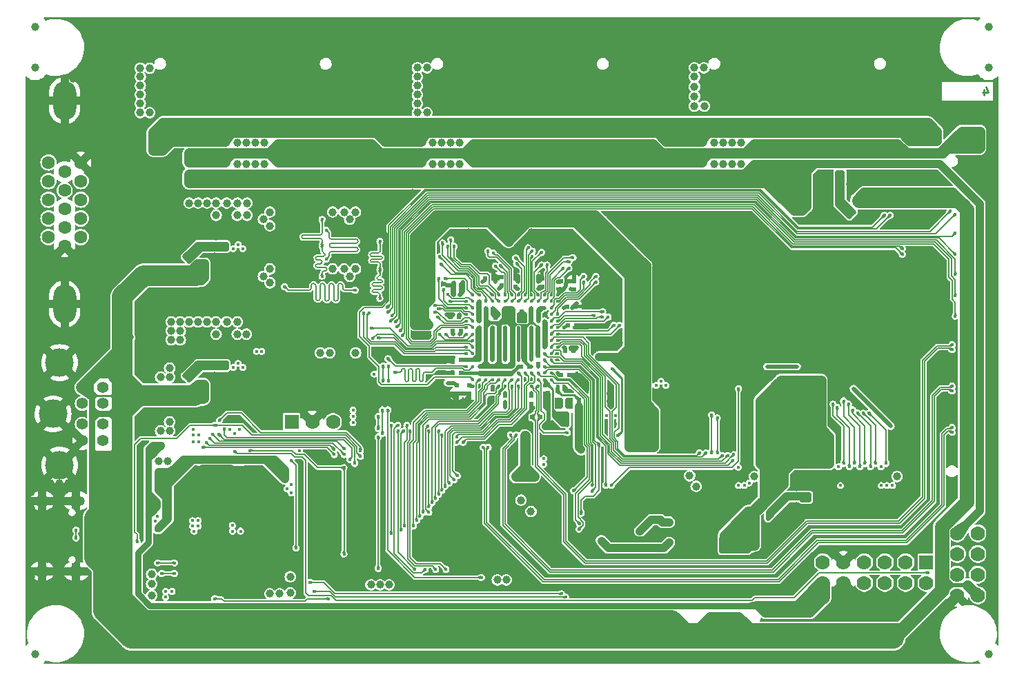
<source format=gbr>
%TF.GenerationSoftware,KiCad,Pcbnew,7.0.9-7.0.9~ubuntu22.04.1*%
%TF.CreationDate,2023-12-13T13:54:37+02:00*%
%TF.ProjectId,GateMateA1-EVB_Rev_A,47617465-4d61-4746-9541-312d4556425f,A*%
%TF.SameCoordinates,PX5f5e100PY7bfa480*%
%TF.FileFunction,Copper,L4,Bot*%
%TF.FilePolarity,Positive*%
%FSLAX46Y46*%
G04 Gerber Fmt 4.6, Leading zero omitted, Abs format (unit mm)*
G04 Created by KiCad (PCBNEW 7.0.9-7.0.9~ubuntu22.04.1) date 2023-12-13 13:54:37*
%MOMM*%
%LPD*%
G01*
G04 APERTURE LIST*
%ADD10C,0.254000*%
%TA.AperFunction,NonConductor*%
%ADD11C,0.254000*%
%TD*%
%TA.AperFunction,ComponentPad*%
%ADD12O,2.200000X1.200000*%
%TD*%
%TA.AperFunction,ComponentPad*%
%ADD13O,2.000000X1.300000*%
%TD*%
%TA.AperFunction,ComponentPad*%
%ADD14C,1.778000*%
%TD*%
%TA.AperFunction,ComponentPad*%
%ADD15R,1.778000X1.778000*%
%TD*%
%TA.AperFunction,ComponentPad*%
%ADD16C,1.410000*%
%TD*%
%TA.AperFunction,ComponentPad*%
%ADD17C,3.500000*%
%TD*%
%TA.AperFunction,ComponentPad*%
%ADD18C,1.000000*%
%TD*%
%TA.AperFunction,ComponentPad*%
%ADD19C,1.800000*%
%TD*%
%TA.AperFunction,ComponentPad*%
%ADD20C,1.600000*%
%TD*%
%TA.AperFunction,ComponentPad*%
%ADD21O,2.800000X4.800000*%
%TD*%
%TA.AperFunction,SMDPad,CuDef*%
%ADD22R,0.500000X0.550000*%
%TD*%
%TA.AperFunction,SMDPad,CuDef*%
%ADD23R,0.550000X0.500000*%
%TD*%
%TA.AperFunction,SMDPad,CuDef*%
%ADD24C,1.000000*%
%TD*%
%TA.AperFunction,ConnectorPad*%
%ADD25C,1.000000*%
%TD*%
%TA.AperFunction,ViaPad*%
%ADD26C,1.000000*%
%TD*%
%TA.AperFunction,ViaPad*%
%ADD27C,0.450000*%
%TD*%
%TA.AperFunction,Conductor*%
%ADD28C,0.406400*%
%TD*%
%TA.AperFunction,Conductor*%
%ADD29C,0.508000*%
%TD*%
%TA.AperFunction,Conductor*%
%ADD30C,1.016000*%
%TD*%
%TA.AperFunction,Conductor*%
%ADD31C,0.127000*%
%TD*%
%TA.AperFunction,Conductor*%
%ADD32C,0.381000*%
%TD*%
%TA.AperFunction,Conductor*%
%ADD33C,0.254000*%
%TD*%
%TA.AperFunction,Conductor*%
%ADD34C,1.270000*%
%TD*%
%TA.AperFunction,Conductor*%
%ADD35C,1.778000*%
%TD*%
%TA.AperFunction,Conductor*%
%ADD36C,0.457200*%
%TD*%
%TA.AperFunction,Conductor*%
%ADD37C,0.450000*%
%TD*%
%TA.AperFunction,Conductor*%
%ADD38C,0.762000*%
%TD*%
%TA.AperFunction,Conductor*%
%ADD39C,2.540000*%
%TD*%
%TA.AperFunction,Conductor*%
%ADD40C,1.524000*%
%TD*%
%TA.AperFunction,Conductor*%
%ADD41C,0.165100*%
%TD*%
G04 APERTURE END LIST*
D10*
D11*
X117905561Y70814881D02*
X117905561Y70137548D01*
X118147466Y71201928D02*
X118389371Y70476214D01*
X118389371Y70476214D02*
X117760418Y70476214D01*
D12*
X6530000Y11680000D03*
X6530000Y20320000D03*
D13*
X2350000Y11680000D03*
X2350000Y20320000D03*
D14*
X114630000Y11255000D03*
X117170000Y16335000D03*
D15*
X110850000Y12770000D03*
D14*
X108310000Y12770000D03*
X105770000Y12770000D03*
X103230000Y12770000D03*
X100690000Y12770000D03*
X98150000Y12770000D03*
X110850000Y10230000D03*
X108310000Y10230000D03*
X105770000Y10230000D03*
X103230000Y10230000D03*
X100690000Y10230000D03*
X98150000Y10230000D03*
D16*
X7270000Y29730000D03*
X7270000Y32270000D03*
X7270000Y27740000D03*
X7270000Y34260000D03*
X9810000Y27740000D03*
X9810000Y34260000D03*
X9810000Y32270000D03*
X9810000Y29730000D03*
D17*
X4500000Y37300000D03*
X3700000Y31000000D03*
X4500000Y24700000D03*
D14*
X114630000Y13795000D03*
X114630000Y8715000D03*
D18*
X23100000Y23206200D03*
X23100000Y20806200D03*
D19*
X24300000Y22006200D03*
D18*
X25500000Y23206200D03*
X25570000Y20806200D03*
D14*
X117170000Y11255000D03*
X114630000Y16335000D03*
X117170000Y8715000D03*
X117170000Y13795000D03*
D20*
X7090000Y52720000D03*
X7090000Y55010000D03*
X7090000Y57300000D03*
X7090000Y59590000D03*
X7090000Y61880000D03*
X5110000Y51575000D03*
X5110000Y53865000D03*
X5110000Y56155000D03*
X5110000Y58445000D03*
X5110000Y60735000D03*
X3130000Y52720000D03*
X3130000Y55010000D03*
X3130000Y57300000D03*
X3130000Y59590000D03*
X3130000Y61880000D03*
D21*
X5110000Y69495000D03*
X5110000Y44505000D03*
D15*
X32960000Y30000000D03*
D14*
X35500000Y30000000D03*
X38040000Y30000000D03*
D22*
X58482600Y38800000D03*
X57517400Y38800000D03*
D23*
X59600000Y35892000D03*
X59600000Y36908000D03*
X64400000Y34608000D03*
X64400000Y33592000D03*
D22*
X58482600Y40400000D03*
X57517400Y40400000D03*
X66492000Y38700000D03*
X67508000Y38700000D03*
X53708000Y37600000D03*
X52692000Y37600000D03*
X61392000Y38800000D03*
X62408000Y38800000D03*
D23*
X60400000Y47608000D03*
X60400000Y46592000D03*
X67600000Y46292000D03*
X67600000Y47308000D03*
X54800000Y34508000D03*
X54800000Y33492000D03*
D22*
X67192000Y31900000D03*
X68208000Y31900000D03*
X57992000Y42800000D03*
X59008000Y42800000D03*
X55792000Y40400000D03*
X56808000Y40400000D03*
D24*
X1500000Y73500000D03*
D22*
X64158000Y41200000D03*
X63142000Y41200000D03*
X64492000Y31000000D03*
X65508000Y31000000D03*
X57708000Y47600000D03*
X56692000Y47600000D03*
X61392000Y39600000D03*
X62408000Y39600000D03*
X67808000Y44200000D03*
X66792000Y44200000D03*
X64492000Y31900000D03*
X65508000Y31900000D03*
D25*
X1500000Y78500000D03*
D22*
X52442000Y42850000D03*
X53458000Y42850000D03*
X64158000Y39600000D03*
X63142000Y39600000D03*
X67192000Y32700000D03*
X68208000Y32700000D03*
X62108000Y36800000D03*
X61092000Y36800000D03*
X63508000Y30600000D03*
X62492000Y30600000D03*
X60208000Y41200000D03*
X59192000Y41200000D03*
X57992000Y43600000D03*
X59008000Y43600000D03*
X53708000Y36000000D03*
X52692000Y36000000D03*
D25*
X118500000Y78500000D03*
D22*
X66608000Y33800000D03*
X65592000Y33800000D03*
X53708000Y46000000D03*
X52692000Y46000000D03*
X56908000Y43600000D03*
X55892000Y43600000D03*
X62292000Y43600000D03*
X63308000Y43600000D03*
X64492000Y32700000D03*
X65508000Y32700000D03*
X62292000Y42800000D03*
X63308000Y42800000D03*
X61392000Y38000000D03*
X62408000Y38000000D03*
D23*
X62400000Y32192000D03*
X62400000Y33208000D03*
X58700000Y46792000D03*
X58700000Y47808000D03*
D22*
X64158000Y40400000D03*
X63142000Y40400000D03*
X58482600Y39600000D03*
X57517400Y39600000D03*
D23*
X66000000Y47308000D03*
X66000000Y46292000D03*
D25*
X1500000Y1500000D03*
D22*
X58482600Y38000000D03*
X57517400Y38000000D03*
X60192000Y43600000D03*
X61208000Y43600000D03*
D24*
X118500000Y1500000D03*
D23*
X53200000Y34508000D03*
X53200000Y33492000D03*
X57600000Y34008000D03*
X57600000Y32992000D03*
D24*
X118500000Y73500000D03*
D22*
X61392000Y40400000D03*
X62408000Y40400000D03*
D23*
X58000000Y35892000D03*
X58000000Y36908000D03*
X63700000Y46592000D03*
X63700000Y47608000D03*
D22*
X52692000Y41200000D03*
X53708000Y41200000D03*
D23*
X63200000Y38108000D03*
X63200000Y37092000D03*
D22*
X61392000Y41200000D03*
X62408000Y41200000D03*
X60208000Y40400000D03*
X59192000Y40400000D03*
X58482600Y41200000D03*
X57517400Y41200000D03*
X55792000Y38800000D03*
X56808000Y38800000D03*
X60208000Y38800000D03*
X59192000Y38800000D03*
X67008000Y35800000D03*
X65992000Y35800000D03*
D23*
X57200000Y35892000D03*
X57200000Y36908000D03*
D22*
X55792000Y38000000D03*
X56808000Y38000000D03*
X60192000Y42800000D03*
X61208000Y42800000D03*
X55792000Y39600000D03*
X56808000Y39600000D03*
X56908000Y42800000D03*
X55892000Y42800000D03*
X55792000Y41200000D03*
X56808000Y41200000D03*
X60208000Y38000000D03*
X59192000Y38000000D03*
D23*
X59200000Y32192000D03*
X59200000Y33208000D03*
D22*
X67908000Y41900000D03*
X66892000Y41900000D03*
X60208000Y39600000D03*
X59192000Y39600000D03*
X53708000Y46800000D03*
X52692000Y46800000D03*
D23*
X56400000Y35892000D03*
X56400000Y36908000D03*
X58800000Y35892000D03*
X58800000Y36908000D03*
D26*
X84500000Y44500000D03*
D27*
X43100000Y34700000D03*
X58800000Y28200000D03*
X82575000Y16625000D03*
D26*
X1016000Y39400000D03*
X82400000Y78800000D03*
D27*
X60000000Y39200000D03*
D26*
X66100000Y78800000D03*
D27*
X71608000Y29800000D03*
D26*
X32200000Y1051002D03*
X8100000Y74200000D03*
X84800000Y76600000D03*
X97500000Y78800000D03*
X95800000Y11500000D03*
X19577038Y36722962D03*
X25500000Y32700000D03*
X27300000Y32700000D03*
X34400000Y34500000D03*
X26500000Y20900000D03*
X118800000Y54400000D03*
X105300000Y21261000D03*
X62400000Y53300000D03*
D27*
X14400000Y25900000D03*
D26*
X23200000Y24265000D03*
X4500000Y10600000D03*
X38200000Y1051002D03*
X78200000Y1051002D03*
X35500000Y34500000D03*
D27*
X63200000Y40000000D03*
D26*
X84800000Y77700000D03*
X87000000Y44500000D03*
X112800000Y7000000D03*
D27*
X58000000Y48000000D03*
X60800000Y48000000D03*
X64100000Y16900000D03*
D26*
X111800000Y70000000D03*
D27*
X56000000Y34400000D03*
X33900000Y22500000D03*
D26*
X4500000Y11700000D03*
X31000000Y44900000D03*
X31200000Y34200000D03*
X100100000Y19200010D03*
X118800000Y66000000D03*
D27*
X14400000Y24500000D03*
D26*
X12300000Y67200000D03*
D27*
X105800000Y20500000D03*
X60900000Y18500000D03*
X48700000Y15700000D03*
X68000000Y44600000D03*
D26*
X14400000Y76600000D03*
X54700000Y53300000D03*
D27*
X69200000Y41600000D03*
D26*
X81400000Y14600000D03*
D27*
X51500000Y36000000D03*
D26*
X106200000Y1051002D03*
D27*
X68000000Y39200000D03*
X62600000Y31700000D03*
D26*
X1016000Y57400000D03*
X23700000Y38200000D03*
D27*
X50400000Y15700000D03*
D26*
X117500000Y68800000D03*
D27*
X65600000Y46400000D03*
D26*
X6700000Y22500000D03*
D27*
X98700000Y36150000D03*
D26*
X22100000Y24265000D03*
D27*
X59200000Y32500000D03*
D26*
X68400000Y25200000D03*
D27*
X64850000Y16900000D03*
D26*
X68200000Y1051002D03*
X118800000Y14200000D03*
X13000000Y78800000D03*
D27*
X65600000Y45600000D03*
D26*
X82400000Y75500000D03*
D27*
X69197176Y33900000D03*
D26*
X101100000Y19200000D03*
D27*
X72400000Y32300000D03*
D26*
X111800000Y78800000D03*
D27*
X59700000Y17700000D03*
D26*
X25400000Y24265000D03*
D27*
X61600000Y41600000D03*
D26*
X6923887Y6923887D03*
X1016000Y65400000D03*
D27*
X69700000Y13600000D03*
D26*
X118800000Y16600000D03*
D27*
X14400000Y23800000D03*
D26*
X118800000Y41700000D03*
X44200000Y1051002D03*
D27*
X58400000Y41600000D03*
X68266229Y35766229D03*
D26*
X118800000Y64700000D03*
X55900000Y78800000D03*
X82400000Y76600000D03*
X100100000Y78800000D03*
X3000000Y13200000D03*
X25500000Y47300000D03*
D27*
X89100000Y20000000D03*
X70200000Y19500000D03*
X72400000Y33000000D03*
X60800000Y47200000D03*
D26*
X16800000Y78800000D03*
D27*
X63200000Y41600000D03*
D26*
X1000000Y9000000D03*
X41000000Y78800000D03*
X111800000Y74500000D03*
X36700000Y12000000D03*
X73700000Y78800000D03*
X4500000Y19200000D03*
X3000000Y15400000D03*
D27*
X56800000Y44000000D03*
D26*
X75000000Y78800000D03*
X118800000Y49350000D03*
D27*
X36400000Y23200000D03*
D26*
X50800000Y75500000D03*
D27*
X58400000Y38400000D03*
D26*
X53400000Y78800000D03*
X77600000Y15800000D03*
D27*
X52800000Y38000000D03*
X56200000Y17300000D03*
X60000000Y40000000D03*
D26*
X70700000Y39800000D03*
X92300000Y1051002D03*
X27500000Y52800000D03*
X118800000Y56950000D03*
X82200000Y1051002D03*
X50800000Y77700000D03*
X110700000Y78800000D03*
X58500000Y78800000D03*
X1000000Y11000000D03*
X104200000Y1051002D03*
X9800000Y59400000D03*
X1016000Y45400000D03*
D27*
X65600000Y38400000D03*
X59200000Y36800000D03*
D26*
X1016000Y71400000D03*
D27*
X49600000Y15700000D03*
D26*
X23500000Y49300000D03*
X9800000Y62200000D03*
X28200000Y1051002D03*
X9000000Y78800000D03*
X118800000Y46800000D03*
D27*
X26600000Y30100000D03*
X66800000Y32700000D03*
D26*
X27500000Y38200000D03*
X98200000Y54800000D03*
D27*
X14400000Y26600000D03*
D26*
X13100000Y66400000D03*
X1000000Y29400000D03*
X96200000Y1051002D03*
X112200000Y1051002D03*
X20200000Y1051002D03*
X106700000Y60100000D03*
X94200000Y39000000D03*
D27*
X59700000Y18500000D03*
X66400000Y34400000D03*
D26*
X94900000Y22000000D03*
X111800000Y76000000D03*
X89800000Y1051002D03*
D27*
X61600000Y40000000D03*
D26*
X100200000Y1051002D03*
X48200000Y1051002D03*
D27*
X63200000Y40800000D03*
X63200000Y48000000D03*
X20500000Y15100000D03*
D26*
X46200000Y1051002D03*
X1016000Y63400000D03*
X91900000Y40300000D03*
X98800000Y59200000D03*
D27*
X65600000Y16900000D03*
D26*
X24200000Y1051002D03*
D27*
X56800000Y43200000D03*
D26*
X6200000Y72200000D03*
D27*
X66800000Y47200000D03*
D26*
X84700000Y1051002D03*
D27*
X35200000Y21100000D03*
X37600000Y25300000D03*
D26*
X92400000Y78800000D03*
D27*
X60000000Y38400000D03*
D26*
X50200000Y1051002D03*
D27*
X39000000Y32400000D03*
D26*
X42500000Y78800000D03*
D27*
X78300000Y33000000D03*
D26*
X94200000Y40300000D03*
X26500000Y22000000D03*
D27*
X56800000Y41600000D03*
D26*
X111800000Y3000000D03*
X48400000Y78800000D03*
D27*
X56800000Y38400000D03*
X33900000Y25200000D03*
D26*
X1016000Y61400000D03*
X1016000Y51400000D03*
X89900000Y78800000D03*
D27*
X52799990Y43200000D03*
D26*
X24300000Y24265000D03*
X55500000Y52500000D03*
X35200000Y50000000D03*
X118800000Y36650000D03*
D27*
X94000000Y19700000D03*
D26*
X91900000Y39000000D03*
D27*
X72400000Y20100000D03*
X21500000Y15100000D03*
X63200000Y47200000D03*
X64000000Y32700000D03*
D26*
X100377038Y54800000D03*
X32100000Y78800000D03*
D27*
X52864309Y47135691D03*
X67400000Y44000000D03*
D26*
X44000000Y78800000D03*
D27*
X62400000Y44000000D03*
D26*
X118800000Y21400000D03*
X18500000Y52400000D03*
X1000000Y7000000D03*
D27*
X60000000Y42400000D03*
D26*
X94900000Y23100000D03*
D27*
X21000000Y14600000D03*
D26*
X30200000Y1051002D03*
D27*
X71100000Y26800000D03*
D26*
X23700000Y52800000D03*
D27*
X37300000Y19500000D03*
X71799990Y33492000D03*
X59200000Y44000000D03*
D26*
X26500000Y23200000D03*
X118800000Y31550000D03*
X71150000Y78800000D03*
X22100000Y19800000D03*
X13100000Y53800000D03*
X81400000Y16800000D03*
X58200000Y1051002D03*
X1016000Y49400000D03*
X36200000Y44100000D03*
D27*
X50800000Y35000000D03*
D26*
X23500000Y35700000D03*
X111800000Y71500000D03*
D27*
X61600000Y38400000D03*
D26*
X1016000Y67400000D03*
X1016000Y69400000D03*
X26400000Y38200000D03*
D27*
X64000000Y43200000D03*
X39800000Y32400000D03*
D26*
X18200000Y1051002D03*
X61000000Y78800000D03*
D27*
X106299999Y19999999D03*
D26*
X1016000Y37400000D03*
X111800000Y77300000D03*
D27*
X61600000Y40800000D03*
D26*
X5600000Y22500000D03*
D27*
X68400000Y41600000D03*
D26*
X100800000Y37025000D03*
D27*
X59200000Y31800000D03*
D26*
X14400000Y77700000D03*
D27*
X61600000Y39200000D03*
D26*
X76200000Y1051002D03*
X114500000Y68800000D03*
D27*
X67199992Y39200000D03*
D26*
X36200000Y1051002D03*
X84800000Y75500000D03*
X19400000Y78800000D03*
D27*
X62400000Y35200000D03*
D26*
X12200000Y1051002D03*
X64200000Y1051002D03*
X118800000Y44300000D03*
D27*
X62400000Y36800000D03*
D26*
X1000000Y27400000D03*
D27*
X21000000Y30100000D03*
X77700000Y33500000D03*
D26*
X14400000Y78800000D03*
D27*
X56800000Y40800000D03*
X52125000Y38000000D03*
D26*
X105200000Y78800000D03*
X82600000Y20200000D03*
X1016000Y59400000D03*
D27*
X57200000Y32100000D03*
D26*
X68600000Y78800000D03*
D27*
X60000000Y41600000D03*
D26*
X42000000Y48800000D03*
X91900000Y44500000D03*
X79600000Y1051002D03*
D27*
X25400000Y30100000D03*
D26*
X19400000Y15000000D03*
X10200000Y1051002D03*
X31800000Y51100000D03*
X87300000Y1051002D03*
X11000000Y78800000D03*
X24400000Y31600000D03*
X79500000Y78800000D03*
D27*
X99000000Y60850000D03*
X57600000Y36800000D03*
D26*
X81000000Y78800000D03*
X107700000Y78800000D03*
X56200000Y1051002D03*
D27*
X14400000Y25200000D03*
X63200000Y39200000D03*
X52829817Y45598803D03*
D26*
X60200000Y1051002D03*
X118800000Y26450000D03*
X23200000Y19800000D03*
X102250000Y44500000D03*
D27*
X26000000Y30600000D03*
D26*
X37200000Y78800000D03*
X23700000Y54000000D03*
X22100000Y22000000D03*
X81400000Y15700000D03*
D27*
X26200000Y15100000D03*
X58400000Y40000000D03*
D26*
X14400000Y75500000D03*
X27500000Y54000000D03*
X1016000Y35400000D03*
D27*
X60000000Y43200000D03*
X63200000Y38400000D03*
D26*
X35200000Y51100000D03*
D27*
X67599996Y41600000D03*
D26*
X1016000Y47400000D03*
X94900000Y18600000D03*
X25400000Y19800000D03*
D27*
X69000000Y19508000D03*
D26*
X42600000Y55000000D03*
D27*
X59299996Y28800000D03*
X73000000Y19500000D03*
X21000000Y15600000D03*
X35900000Y21100000D03*
D26*
X97600000Y59200000D03*
X54200000Y1051002D03*
X78000000Y78800000D03*
D27*
X60000000Y37600000D03*
X40500000Y32400000D03*
D26*
X98700000Y37010999D03*
X50800000Y78800000D03*
X1000000Y21400000D03*
X34600000Y78800000D03*
X29600000Y78800000D03*
X1000000Y13200000D03*
X107250000Y20750000D03*
X118800000Y59500000D03*
D27*
X14400000Y17500000D03*
D26*
X60200000Y26700000D03*
X3400000Y22500000D03*
X34200000Y1051002D03*
X93050000Y40300000D03*
X26200000Y1051002D03*
D27*
X56000000Y36800000D03*
D26*
X88400000Y20750000D03*
X41900000Y54200000D03*
X48400000Y75500000D03*
X13100000Y49600000D03*
D27*
X14400000Y16800000D03*
X14400000Y19600000D03*
D26*
X1000000Y25400000D03*
X4500000Y12800000D03*
X42700000Y47900000D03*
D27*
X38200000Y20600000D03*
D26*
X97800000Y23100000D03*
X27000000Y78800000D03*
X4500000Y20300000D03*
X24400000Y78800000D03*
X8135002Y1051002D03*
D27*
X66800000Y31900000D03*
X61600000Y37600000D03*
X78900000Y33500000D03*
D26*
X118800000Y67300000D03*
X72200000Y1051002D03*
X82400000Y77700000D03*
X26500000Y19800000D03*
X77600000Y20200000D03*
D27*
X37800000Y20000000D03*
X63900000Y29500000D03*
X56800000Y37600000D03*
D26*
X9800000Y63600000D03*
X47800000Y58100000D03*
D27*
X44800000Y33500000D03*
X71800000Y19500000D03*
X58400000Y39200000D03*
D26*
X47000000Y78800000D03*
D27*
X52100000Y33200000D03*
X21600000Y30600000D03*
D26*
X18300000Y15000000D03*
X71900000Y39800000D03*
X1000000Y31400000D03*
X118800000Y11800000D03*
X1016000Y53400000D03*
X66200000Y1051002D03*
X87400000Y78800000D03*
D27*
X58300000Y28800000D03*
D26*
X18500000Y51322962D03*
D27*
X64000000Y31900000D03*
D26*
X1000000Y19400000D03*
X102100000Y19200000D03*
X1016000Y41400000D03*
D27*
X59200000Y43200000D03*
D26*
X21900000Y78800000D03*
D27*
X61600000Y35200000D03*
D26*
X79500000Y18900000D03*
X77600000Y19200000D03*
X102200000Y1051002D03*
D27*
X58000000Y47200016D03*
X54400000Y32800000D03*
X64800000Y26500000D03*
D26*
X26400000Y52800000D03*
D27*
X58400000Y40800000D03*
X71800000Y32600000D03*
D26*
X16800000Y77700000D03*
X50800000Y76600000D03*
X39700000Y78800000D03*
D27*
X60000000Y40800000D03*
X55600004Y16700000D03*
X51300000Y15700000D03*
D26*
X24300000Y19800000D03*
X108200000Y1051002D03*
X94500000Y44500000D03*
X106295505Y21261000D03*
D27*
X73400000Y15700000D03*
D26*
X1000000Y15400000D03*
D27*
X58400000Y37600000D03*
D26*
X80600000Y19200000D03*
X102600000Y78800000D03*
X97800000Y22000000D03*
X1016000Y33400000D03*
X118800000Y9400000D03*
X98200000Y1051002D03*
D27*
X60300000Y18000000D03*
D26*
X109200000Y78800000D03*
D27*
X52000000Y43200000D03*
X63908000Y26900000D03*
X56800000Y42400000D03*
D26*
X19577038Y51322962D03*
X23700000Y39400000D03*
X83700000Y20200000D03*
X8100000Y77800000D03*
D27*
X43700000Y38400000D03*
X58400000Y36800000D03*
D26*
X62400000Y52200000D03*
X1016000Y43400000D03*
X42200000Y1051002D03*
X4500000Y22500000D03*
X16800000Y75500000D03*
X70200000Y1051002D03*
D27*
X69600000Y20100000D03*
D26*
X112900000Y78800000D03*
X33500000Y50000000D03*
X31800000Y44100000D03*
X99750000Y44500000D03*
D27*
X35200000Y20400000D03*
D26*
X22200000Y1051002D03*
X60200000Y25100000D03*
D27*
X63908000Y28200000D03*
X52800000Y40800000D03*
D26*
X40200000Y1051002D03*
D27*
X26700000Y15600000D03*
X20000000Y15600000D03*
D26*
X13100000Y65000000D03*
X94900000Y19700000D03*
X113000000Y68800000D03*
D27*
X36900000Y25300000D03*
X100600000Y36150000D03*
D26*
X7000000Y78800000D03*
X49700000Y40600000D03*
D27*
X53200000Y32700000D03*
X33900000Y21100000D03*
X60000000Y36800000D03*
X56800000Y39200000D03*
D26*
X18300000Y13900000D03*
X118800000Y23900000D03*
D27*
X87800000Y20000000D03*
D26*
X16800000Y76600000D03*
D27*
X52800000Y33200000D03*
X14400000Y18900000D03*
D26*
X105700000Y60100000D03*
X74200000Y1051002D03*
X116000000Y68800000D03*
D27*
X50800000Y36000000D03*
D26*
X48400000Y77700000D03*
D27*
X72700000Y29800000D03*
D26*
X13100000Y58000000D03*
D27*
X99750000Y36150000D03*
D26*
X62200000Y1051002D03*
X22100000Y23200000D03*
X102500000Y59200000D03*
D27*
X64000000Y33600000D03*
D26*
X48400000Y76600000D03*
X7200000Y73200000D03*
D27*
X14400000Y18200000D03*
D26*
X45500000Y78800000D03*
X26400000Y39400000D03*
X14200000Y1051002D03*
X3000000Y71900000D03*
X63550000Y78800000D03*
X35200000Y44100000D03*
X118800000Y51900000D03*
X111800000Y5000000D03*
X9800000Y60800000D03*
X111800000Y73000000D03*
X52200000Y1051002D03*
D27*
X51464601Y37999760D03*
X22200000Y30100000D03*
D26*
X27400000Y47300000D03*
X110200000Y1051002D03*
X4500000Y21400000D03*
X118800000Y39200000D03*
D27*
X43000000Y38400000D03*
X25700000Y15600000D03*
D26*
X1000000Y17400000D03*
X118800000Y19000000D03*
X95000000Y78800000D03*
X118800000Y34100000D03*
D27*
X37500000Y26000000D03*
X99000000Y60150000D03*
X72300000Y13600000D03*
D26*
X118800000Y7200000D03*
X1016000Y55400000D03*
X27500000Y39400000D03*
X94200000Y1051002D03*
X89500000Y44500000D03*
D27*
X89100000Y21500000D03*
D26*
X48100000Y40600000D03*
X77600000Y16800000D03*
D27*
X21500000Y14100000D03*
X68964511Y35067949D03*
X87800000Y21500000D03*
D26*
X16200000Y1051002D03*
X22100000Y20900000D03*
D27*
X57200000Y32800000D03*
D26*
X26400000Y54000000D03*
X101500000Y59200000D03*
X8100000Y76000000D03*
X7000000Y1051000D03*
D27*
X62400000Y42400000D03*
D26*
X76500000Y78800000D03*
X84800000Y78800000D03*
X2300000Y22500000D03*
X1000000Y23400000D03*
X23500000Y34700000D03*
X99300000Y54800000D03*
X80600000Y20200000D03*
X3000000Y17400000D03*
D27*
X89750000Y20750000D03*
D26*
X82600000Y18900000D03*
X18500000Y50200000D03*
X118800000Y62050000D03*
D27*
X60900000Y17700000D03*
X52200000Y36000000D03*
D26*
X118800000Y29000000D03*
D27*
X65600000Y37600000D03*
X54400000Y32100000D03*
X60000000Y44000000D03*
X56800000Y40000000D03*
D26*
X23500000Y50300000D03*
D27*
X62400000Y43200000D03*
D26*
X73100000Y39800000D03*
X97000000Y44500000D03*
X29600000Y64275000D03*
X14400000Y72400000D03*
D27*
X58400000Y46400000D03*
D26*
X28500000Y64275000D03*
X28500000Y61725000D03*
X15550000Y68000000D03*
D27*
X58400000Y43200000D03*
D26*
X14400000Y73456921D03*
X29600000Y61725000D03*
X27400000Y64275000D03*
X27400000Y61725000D03*
D27*
X57600000Y44000000D03*
X56400000Y47200000D03*
D26*
X14400000Y69100000D03*
X14400000Y68000000D03*
D27*
X57600000Y43200000D03*
D26*
X15556920Y73456921D03*
X26300000Y64275000D03*
X14400000Y70200000D03*
X26300000Y61725000D03*
X14400000Y71300000D03*
X84800000Y64275000D03*
X88100000Y61725000D03*
X82400000Y71200000D03*
D27*
X63200000Y43200000D03*
D26*
X85900000Y64275000D03*
D27*
X64000000Y44000000D03*
D26*
X82400000Y70000000D03*
X83600000Y68800000D03*
X82400000Y73507994D03*
X87000000Y64275000D03*
D27*
X67200000Y46400000D03*
D26*
X84800000Y61725000D03*
X82400000Y72400000D03*
X82400000Y68800000D03*
D27*
X65600000Y47200000D03*
X66400000Y44000000D03*
D26*
X87000000Y61725000D03*
X88100000Y64275000D03*
D27*
X63200000Y42400000D03*
D26*
X85900000Y61725000D03*
X83570002Y73507994D03*
X50300000Y61725000D03*
D27*
X60800000Y42400000D03*
D26*
X52500000Y61725000D03*
X48400000Y70200000D03*
X48400000Y69100000D03*
D27*
X60800000Y46400000D03*
D26*
X51400000Y64275000D03*
D27*
X60800000Y43200000D03*
D26*
X50300000Y64275000D03*
X49600000Y68000000D03*
X48400000Y72400000D03*
X52500000Y64275000D03*
D27*
X61600000Y43200000D03*
D26*
X49570006Y73507994D03*
X53600000Y61725000D03*
X53600000Y64275000D03*
X48400000Y73507994D03*
X48400000Y71300000D03*
D27*
X61600000Y42400000D03*
D26*
X51400000Y61725000D03*
D27*
X63200000Y46400000D03*
D26*
X48400000Y68000000D03*
D27*
X56000000Y45600000D03*
X51300000Y49400000D03*
X52100000Y51600000D03*
X57600000Y45600000D03*
X52900000Y51600000D03*
X58400000Y45600000D03*
X57963947Y49184500D03*
X59200000Y45600000D03*
X60000000Y45600000D03*
X57050000Y51050000D03*
X60800000Y45600000D03*
X60562393Y49462393D03*
X61600000Y45600000D03*
X62000003Y51400003D03*
X62500000Y50300000D03*
X62400000Y45600000D03*
X63200000Y45600000D03*
X63650000Y49300010D03*
X67499996Y50200000D03*
X64000000Y45600000D03*
X66300000Y48900000D03*
X64800000Y45600000D03*
X56800000Y44800000D03*
X51100000Y50300000D03*
X51500000Y52000000D03*
X57600000Y44800000D03*
X52500000Y52400000D03*
X58399995Y44800005D03*
X59200000Y44800000D03*
X58600000Y49200000D03*
X60000000Y44800000D03*
X57700000Y50800000D03*
X60800000Y44800000D03*
X60456199Y50156194D03*
X62500000Y51000000D03*
X61600000Y44800000D03*
X63643803Y50856197D03*
X62400000Y44800000D03*
X64300000Y49300000D03*
X63200000Y44800000D03*
X64000000Y44800000D03*
X67000000Y49700000D03*
X67000000Y48900000D03*
X64800000Y44800000D03*
X64800000Y44000000D03*
X68800000Y47900000D03*
X65600000Y44800000D03*
X68800000Y47200000D03*
X70300000Y47900000D03*
X64800000Y43200000D03*
X65600000Y43200000D03*
X70300000Y47200000D03*
X64800000Y42400000D03*
X71150000Y43550000D03*
X70100000Y43100000D03*
X65600000Y42400000D03*
X100700000Y24900000D03*
X99400000Y32200000D03*
X99900000Y31800000D03*
X101400000Y24500000D03*
X71100000Y42900000D03*
X102025000Y24900000D03*
X100700000Y32600000D03*
X64800000Y41600000D03*
X71800000Y42900000D03*
X101300000Y32200000D03*
X65600000Y41600000D03*
X102700000Y24500000D03*
X72500000Y41900000D03*
X101800000Y31500000D03*
X103300000Y24900000D03*
X64800000Y40800000D03*
X65600000Y40800000D03*
X102400000Y31100000D03*
X73200000Y41900000D03*
X104000000Y24500000D03*
X103100000Y31100000D03*
X104600000Y24900000D03*
X103800000Y31100000D03*
X105900000Y24900000D03*
X54400000Y39200000D03*
X43600416Y40336610D03*
X42900000Y40223801D03*
X55200000Y39200000D03*
X83000000Y26199998D03*
X64800000Y40000000D03*
X83800000Y26200000D03*
X65600000Y40000000D03*
X84500000Y30900000D03*
X84500000Y26200006D03*
X85200000Y30500000D03*
X85200000Y26200000D03*
X55200000Y40000000D03*
X42761896Y41532321D03*
X54400000Y40800000D03*
X51900000Y40800000D03*
X55200000Y40800000D03*
X51100000Y40800000D03*
X64800000Y39200000D03*
X85825000Y25900006D03*
X86475000Y25900000D03*
X65600000Y39200000D03*
X64000000Y38400000D03*
X87125000Y25300000D03*
X64800000Y38400000D03*
X87200000Y26000000D03*
X44200000Y36900000D03*
X44200000Y35000000D03*
X44849517Y35000000D03*
X44849517Y36915500D03*
X44787367Y37787367D03*
X54400000Y36800000D03*
X55200000Y36800000D03*
X45600000Y36100000D03*
X51905000Y11900000D03*
X56000000Y35200000D03*
X70671495Y27228509D03*
X68500000Y18800000D03*
X64000000Y37600000D03*
X54000000Y27500000D03*
X41400000Y26500000D03*
X62400000Y36000000D03*
X24100000Y30200000D03*
X50635000Y11900000D03*
X47500000Y28900000D03*
X64000000Y36800000D03*
X24057786Y28468775D03*
X69799996Y21500000D03*
X40100000Y25400000D03*
X35200000Y10300000D03*
X68234123Y16849189D03*
X66100000Y8900000D03*
X64800000Y36000000D03*
X63200000Y35200000D03*
X66800000Y28700000D03*
X114000000Y38887600D03*
X62400000Y34400000D03*
X44800008Y31500000D03*
X56250000Y10900004D03*
X49365000Y11900000D03*
X46000000Y29600000D03*
X114000000Y39492400D03*
X63200000Y34400000D03*
X56482899Y26887700D03*
X114000000Y28727600D03*
X114000000Y34412400D03*
X60522999Y28411500D03*
X43600000Y28200000D03*
X43600000Y12000000D03*
X46000000Y28900000D03*
X48095000Y11900000D03*
X57087699Y26887700D03*
X114000000Y29332400D03*
X114000000Y33807600D03*
X59822999Y28411500D03*
D26*
X92900000Y35100000D03*
X94900000Y24900000D03*
D27*
X15950000Y26050000D03*
D26*
X90100000Y7500000D03*
D27*
X86800000Y14100000D03*
D26*
X94900000Y35100000D03*
X89750000Y18100000D03*
D27*
X15900000Y20200000D03*
X85700000Y14100000D03*
D26*
X93900000Y35100000D03*
X91100000Y6500000D03*
X89000000Y18992000D03*
X89750000Y14899992D03*
X94900000Y26100000D03*
X89750000Y16500000D03*
X98900000Y26100000D03*
X97900000Y35100000D03*
X92100000Y7500000D03*
D27*
X16600000Y20200000D03*
D26*
X96900000Y26100000D03*
X97900000Y24900000D03*
X90500000Y24900000D03*
X96900000Y35100000D03*
X95900000Y26100000D03*
X95900000Y35100000D03*
X98900000Y24900000D03*
X90500000Y26100000D03*
D27*
X16450000Y19550000D03*
D26*
X97900000Y26100000D03*
D27*
X17000000Y27200000D03*
X15950000Y19050000D03*
X15900000Y27200000D03*
X16500000Y26600000D03*
X32900000Y25300000D03*
X33490500Y14500000D03*
X16900000Y17200000D03*
D26*
X17250000Y22850000D03*
D27*
X16400000Y16700000D03*
D26*
X32143802Y23000000D03*
X17800000Y23806200D03*
X16700000Y23806200D03*
X12300000Y41200000D03*
X95600000Y4511000D03*
X75700000Y16600000D03*
X21500000Y33718000D03*
X74700000Y4400000D03*
X9900000Y20400000D03*
X75699957Y4400000D03*
X21500000Y49300000D03*
X12300000Y39600000D03*
X12200000Y33600000D03*
X9900000Y21500000D03*
X105700000Y58300000D03*
X21500000Y48300000D03*
X9900000Y18200000D03*
X105700000Y57200000D03*
X95600000Y3400000D03*
X8800000Y18200000D03*
X12200000Y34700000D03*
X76700000Y4400000D03*
X94500000Y4511000D03*
X21500000Y34718000D03*
X76700043Y6400000D03*
X9900000Y11100000D03*
X102600000Y57200000D03*
X8800000Y13300000D03*
X93400000Y3400000D03*
X75699957Y5400000D03*
X76700000Y5400000D03*
X9900000Y12200000D03*
X94500000Y3400000D03*
X93400000Y4511000D03*
X9900000Y19300000D03*
X75700000Y6400000D03*
X13100000Y40400000D03*
X21500000Y32718000D03*
X104600000Y57200000D03*
X9900000Y10000000D03*
X103600000Y57200000D03*
X74700000Y5400000D03*
X21500000Y47300000D03*
X9900000Y13300000D03*
X74700043Y6400000D03*
X79300000Y17700000D03*
D27*
X44800000Y43500000D03*
X113800004Y55900000D03*
X44716750Y44100000D03*
X106400000Y55400000D03*
X50977224Y43922196D03*
X45100000Y42400000D03*
X114400000Y53200000D03*
X54400000Y43200000D03*
X50528151Y44332321D03*
X114400000Y55500000D03*
X45250000Y43050000D03*
X55200000Y43200000D03*
X114400000Y43000000D03*
X46556018Y40621689D03*
X114400000Y45500000D03*
X46300000Y41200000D03*
X45900000Y41700000D03*
X114400000Y48100000D03*
X50899994Y42900000D03*
X54400000Y42400000D03*
X114400000Y50600000D03*
X45700000Y42300000D03*
X50517465Y43506696D03*
X55200000Y42400000D03*
X107900000Y51300000D03*
X54400000Y41600000D03*
X107900000Y50600000D03*
X55200000Y41600000D03*
X6500000Y16750000D03*
X6500000Y15750000D03*
X68300000Y17500008D03*
X63200000Y36000000D03*
X35700000Y9200000D03*
X66600000Y8500000D03*
X71500000Y22199996D03*
X64800000Y37600000D03*
X24700000Y29200006D03*
X40700000Y24900000D03*
X18600000Y11400000D03*
X17000000Y11400000D03*
X16500000Y12700000D03*
X18600000Y12700000D03*
X46700000Y28900000D03*
X46400000Y16700000D03*
X46800000Y17199998D03*
X47100000Y29600000D03*
X56800000Y35200000D03*
X47900000Y17200000D03*
X48300000Y17900000D03*
X57600000Y35200000D03*
X58400000Y35200000D03*
X48700000Y18400000D03*
X58400000Y34400000D03*
X49100000Y18900000D03*
X49800000Y18900000D03*
X49700000Y29500000D03*
X49800000Y19600000D03*
X49800000Y28900000D03*
X38156197Y26656197D03*
X22500000Y27500006D03*
X22100000Y26900000D03*
X38200000Y26000000D03*
X36699994Y47900000D03*
X36700000Y54900000D03*
X36700000Y51699990D03*
X54400000Y44000000D03*
X51000000Y47606978D03*
X43800000Y48700000D03*
X51600000Y46300000D03*
X43800000Y45200000D03*
X43800000Y52200000D03*
X55200000Y44000000D03*
X51800000Y47600000D03*
X55200000Y45600000D03*
X37200000Y50000000D03*
X37200000Y53600000D03*
X54400000Y44800000D03*
X52400001Y44799997D03*
X52100000Y45687614D03*
X55200000Y44800000D03*
X40500000Y31465000D03*
X72700000Y30800000D03*
D26*
X32800000Y9011262D03*
D27*
X20800000Y17200000D03*
D26*
X17800000Y25200000D03*
X32800000Y11000000D03*
X18000000Y30000000D03*
X16000000Y63400000D03*
D27*
X59200000Y33600000D03*
X56000000Y40800000D03*
X55200000Y36000000D03*
D26*
X15800000Y8700000D03*
X16000000Y65550000D03*
X112100000Y65700000D03*
D27*
X20900000Y29100000D03*
D26*
X89750000Y23300000D03*
D27*
X32400000Y21800000D03*
D26*
X109900000Y64600000D03*
D27*
X56000000Y39200000D03*
X26700000Y16600000D03*
X52800000Y34800000D03*
X56000000Y41600000D03*
D26*
X23700000Y40800000D03*
X17100000Y63400000D03*
D27*
X87800000Y22200000D03*
X78300000Y35000000D03*
X64000000Y40800000D03*
D26*
X83300000Y65550000D03*
D27*
X56800000Y36000000D03*
X40500000Y30700000D03*
X66800000Y31000000D03*
X25400000Y29100000D03*
X16200000Y17800000D03*
X63900000Y25500000D03*
X64000000Y40000000D03*
D26*
X23700000Y64500000D03*
D27*
X25800000Y36700000D03*
D26*
X18200000Y41200000D03*
D27*
X26000000Y28600000D03*
D26*
X18000000Y35500000D03*
D27*
X105275000Y24500000D03*
X56000000Y37600000D03*
D26*
X19300000Y40100000D03*
X21500000Y42300000D03*
X30300000Y8900000D03*
D27*
X53600000Y40800000D03*
D26*
X82200000Y64500000D03*
X18000000Y36600000D03*
X83300000Y64500000D03*
X18000000Y28900000D03*
D27*
X32900000Y21300000D03*
X57600000Y36000000D03*
D26*
X111000000Y64600000D03*
D27*
X21600000Y27600000D03*
X56000000Y38400000D03*
D26*
X21500000Y64500000D03*
X44400000Y65550000D03*
X20400000Y42300000D03*
D27*
X54400000Y36000000D03*
X58400000Y36000000D03*
X26600000Y29100000D03*
X60800000Y36800000D03*
X26400000Y37200000D03*
D26*
X81100000Y64500000D03*
D27*
X27000000Y36700000D03*
D26*
X112100000Y64600000D03*
D27*
X64000000Y39200000D03*
X17500000Y8500000D03*
X56000000Y40000000D03*
D26*
X58200000Y10600000D03*
D27*
X29300000Y38687000D03*
X21600000Y28400000D03*
X87775000Y24450000D03*
X63200000Y36800000D03*
X57600000Y34400000D03*
D26*
X108800000Y65700000D03*
D27*
X106700000Y22200000D03*
D26*
X24750000Y65550000D03*
D27*
X25700000Y16600000D03*
D26*
X16900000Y28900000D03*
X16000000Y64500000D03*
D27*
X64000000Y41600000D03*
D26*
X22600000Y64500000D03*
X15800000Y11300000D03*
X107250000Y23300000D03*
X108800000Y64600000D03*
X24750000Y64500000D03*
X82600000Y22100000D03*
D27*
X55200000Y34400000D03*
X18300000Y9200000D03*
D26*
X26300000Y42300000D03*
D27*
X52100000Y34800000D03*
D26*
X16900000Y35500000D03*
X81800000Y23400000D03*
X61100000Y20400000D03*
D27*
X64000000Y42400000D03*
D26*
X16700000Y25200000D03*
D27*
X21500000Y17900000D03*
X105300000Y22200000D03*
X63900000Y24800000D03*
X89100000Y22500000D03*
D26*
X80000000Y64500000D03*
X19300000Y41200000D03*
D27*
X16500000Y18450000D03*
D26*
X109900000Y65700000D03*
X37618355Y38500000D03*
D27*
X17500000Y9200000D03*
D26*
X18200000Y65550000D03*
D27*
X25700000Y17300000D03*
X78900000Y34500000D03*
D26*
X25000000Y42300000D03*
X17100000Y65550000D03*
X19300000Y42300000D03*
D27*
X60000000Y36000000D03*
X66800000Y29600000D03*
D26*
X20400000Y64500000D03*
X47700000Y64500000D03*
D27*
X40500000Y29900000D03*
X21000000Y16600000D03*
D26*
X27400000Y40800000D03*
X40818355Y38490500D03*
D27*
X21500000Y17200000D03*
X28651000Y38687000D03*
D26*
X22600000Y42300000D03*
D27*
X64000000Y35200000D03*
D26*
X31500000Y8900000D03*
X78900000Y64500000D03*
D27*
X20800000Y17900000D03*
X32900000Y22300000D03*
X66400000Y39200000D03*
D26*
X18200000Y64500000D03*
D27*
X66800000Y30300000D03*
D26*
X43800000Y10000000D03*
X26300000Y40800000D03*
X36500000Y38500000D03*
D27*
X66400000Y41600000D03*
D26*
X18200000Y42300000D03*
D27*
X56000000Y36000000D03*
D26*
X78900000Y65550000D03*
D27*
X20900000Y28400000D03*
X100075000Y24500000D03*
D26*
X111000000Y65700000D03*
D27*
X88500000Y22200000D03*
D26*
X62330000Y19000000D03*
D27*
X77700000Y34500000D03*
D26*
X46600000Y64500000D03*
D27*
X64000000Y34400000D03*
X20900000Y27600000D03*
D26*
X17100000Y64500000D03*
X23700000Y42300000D03*
D27*
X54400000Y37600000D03*
D26*
X20400000Y65550000D03*
X48800000Y64500000D03*
X18200000Y40100000D03*
D27*
X71608000Y30800000D03*
D26*
X42700000Y10000000D03*
X44400000Y64500000D03*
X44900000Y10000000D03*
D27*
X33900000Y26455500D03*
D26*
X15800000Y10100000D03*
X59300000Y10600000D03*
D27*
X59200000Y36000000D03*
D26*
X45500000Y64500000D03*
D27*
X100300000Y22200000D03*
D26*
X48800000Y65550000D03*
D27*
X43100000Y35900000D03*
X106000000Y22200000D03*
X39400000Y26000000D03*
X61600000Y36000000D03*
X53200000Y27500000D03*
X22900000Y28000000D03*
X52900000Y22900000D03*
X60800000Y35200000D03*
X53300000Y23400000D03*
X60800000Y34400000D03*
X60800000Y37600000D03*
D26*
X76400000Y28000000D03*
X76400000Y27000000D03*
X61600000Y23300000D03*
D27*
X59200000Y40000000D03*
X57600000Y40800000D03*
D26*
X61600000Y26700000D03*
X61600000Y25100000D03*
D27*
X57600000Y37600000D03*
D26*
X59600000Y53300000D03*
X72300000Y37992000D03*
X77400000Y27000000D03*
X74400000Y27000000D03*
X75900000Y38000000D03*
D27*
X57600000Y39200000D03*
X62400000Y41600000D03*
X59200000Y40800000D03*
X60800000Y38400000D03*
X62400000Y38400000D03*
X57600000Y40000000D03*
X60800000Y39200000D03*
X57600000Y41600000D03*
D26*
X75400000Y27000000D03*
X77400000Y28000000D03*
X49700000Y42000000D03*
D27*
X57600000Y38400000D03*
D26*
X59600000Y52200000D03*
D27*
X59200000Y37600000D03*
D26*
X74400000Y33500000D03*
X73900000Y37992000D03*
X70700000Y37992000D03*
X74400000Y34500000D03*
X75400000Y28000000D03*
D27*
X59200000Y41600000D03*
D26*
X61600000Y28300000D03*
X74400000Y28000000D03*
D27*
X60800000Y40000000D03*
X59200000Y39200000D03*
X62400000Y39200000D03*
X59200000Y38400000D03*
D26*
X74900000Y38000000D03*
D27*
X60800000Y40800000D03*
D26*
X48100000Y42000000D03*
D27*
X60800000Y41600000D03*
X62400000Y40800000D03*
D26*
X62700000Y23300000D03*
D27*
X62400000Y40000000D03*
X62400000Y37600000D03*
D26*
X60500000Y23300000D03*
X74400000Y32500000D03*
X32400000Y63000000D03*
X33600000Y61900000D03*
X25000000Y56900000D03*
X78900000Y63000000D03*
X30300000Y48800000D03*
X27500000Y56900000D03*
X115200000Y65700000D03*
X31300000Y61900000D03*
X26300000Y55400000D03*
X33600000Y63000000D03*
X23700000Y61900000D03*
X30300000Y47100000D03*
X30300000Y54100000D03*
D27*
X27000000Y51300000D03*
D26*
X20400000Y56900000D03*
X38000000Y48812201D03*
X78900000Y61900000D03*
X83300000Y61900000D03*
D27*
X26400000Y51800000D03*
D26*
X48800000Y63000000D03*
X20400000Y63000000D03*
X24800000Y61900000D03*
X23700000Y56900000D03*
X44400000Y63000000D03*
X29500000Y47900000D03*
X39400000Y55800000D03*
X30300000Y55800000D03*
X22600000Y61900000D03*
X45500000Y61900000D03*
X38000000Y55800000D03*
D27*
X56000000Y43200000D03*
D26*
X40800000Y55800000D03*
D27*
X53600000Y45600000D03*
D26*
X21500000Y56900000D03*
X83300000Y63000000D03*
X26300000Y56900000D03*
D27*
X56000000Y42400000D03*
D26*
X24800000Y63000000D03*
X32400000Y61900000D03*
X116300000Y65700000D03*
X21500000Y61900000D03*
X40100000Y54900000D03*
X117400000Y64600000D03*
X29500000Y54900000D03*
D27*
X25800000Y51300000D03*
D26*
X80000000Y61900000D03*
X27500000Y55400000D03*
X46600000Y61900000D03*
X47700000Y61900000D03*
X81100000Y61900000D03*
X40800000Y48812201D03*
X48800000Y61900000D03*
X20400000Y61900000D03*
D27*
X53600000Y43200000D03*
D26*
X23700000Y55400000D03*
X44400000Y61900000D03*
X116300000Y64600000D03*
X117400000Y65700000D03*
X82200000Y61900000D03*
D27*
X54000000Y47200000D03*
D26*
X31300000Y63000000D03*
X39400000Y48812201D03*
D27*
X56000000Y44000000D03*
D26*
X22600000Y56900000D03*
X115200000Y64600000D03*
D27*
X56000000Y44800000D03*
D26*
X40100000Y47900000D03*
X20400000Y60450000D03*
X78900000Y59400000D03*
X24800000Y59400000D03*
X47700000Y59400000D03*
X20400000Y59400000D03*
X78900000Y60450000D03*
X83300000Y60450000D03*
X81100000Y59400000D03*
X82200000Y59400000D03*
X21500000Y59400000D03*
X96100000Y59200000D03*
X94600000Y57100000D03*
X94600000Y60450000D03*
X80000000Y59400000D03*
X94600000Y56000000D03*
X24800000Y60450000D03*
X46600000Y59400000D03*
X48800000Y60450000D03*
X23700000Y59400000D03*
X22600000Y59400000D03*
X83300000Y59400000D03*
X94600000Y58200000D03*
X94600000Y59300000D03*
X48800000Y59400000D03*
D27*
X65600000Y36000000D03*
D26*
X68499998Y26600000D03*
D27*
X65600000Y34400000D03*
X62400000Y33600000D03*
X66000000Y31900000D03*
X66000000Y32700000D03*
X72200000Y22200000D03*
X106500000Y29500000D03*
X95000000Y36800000D03*
X87800000Y34100000D03*
X23500000Y8300000D03*
X39400000Y13800000D03*
X91300000Y36800000D03*
X37500000Y8299994D03*
X101900000Y34100000D03*
X27800000Y26500000D03*
X64800000Y35200000D03*
X67576719Y21564326D03*
X39400000Y24400000D03*
X45156606Y16300000D03*
X45200000Y29600000D03*
X55200000Y35200000D03*
X105700000Y55400000D03*
X44100000Y31500000D03*
X44100000Y28600000D03*
X43600000Y29200000D03*
X43600000Y30719000D03*
X111100022Y11500000D03*
X26000000Y26400000D03*
X59200000Y35200000D03*
X50200000Y20100000D03*
X59200000Y34400000D03*
X50600000Y20600000D03*
X51000000Y28900000D03*
X51000000Y21100000D03*
X51400000Y21600000D03*
X51400000Y28400000D03*
X51800000Y22100000D03*
X60000000Y35200000D03*
X52300000Y22500000D03*
X60000000Y34400000D03*
X39422730Y26715500D03*
X53200000Y28200000D03*
X23226786Y28508874D03*
X60800000Y36000000D03*
X32100000Y46635000D03*
X40800000Y46200000D03*
X20400000Y35100000D03*
X19800000Y35700000D03*
X25000000Y37300000D03*
X25000000Y36600000D03*
X91400000Y18100000D03*
X96500000Y20400000D03*
X96500000Y21100000D03*
X91400000Y18900000D03*
X42500000Y43400000D03*
X55200000Y38400000D03*
X41800000Y43400000D03*
X54400000Y38400000D03*
X25000000Y51200000D03*
X25000000Y51900000D03*
X19800000Y50300000D03*
X20400000Y49700000D03*
X101400000Y55200000D03*
X100600000Y60700000D03*
X99900000Y60700000D03*
X102000000Y55800000D03*
D26*
X79299994Y15200000D03*
X71000000Y15400000D03*
D27*
X69843800Y22243806D03*
X14000000Y15300000D03*
X41400000Y25800000D03*
X64000000Y36000000D03*
X23600000Y29600000D03*
X72943020Y28300000D03*
X72300000Y36550000D03*
D28*
X59800000Y42200000D02*
X60000000Y42400000D01*
D29*
X61392000Y41392000D02*
X61600000Y41600000D01*
D30*
X22100000Y23200000D02*
X26000000Y23200000D01*
D29*
X60792000Y48000000D02*
X60400000Y47608000D01*
D31*
X61800000Y41800000D02*
X61900000Y41900000D01*
D32*
X66400000Y34008000D02*
X66400000Y34400000D01*
D28*
X42000000Y45100000D02*
X42600000Y44500000D01*
D29*
X60208000Y42000000D02*
X60208000Y42192000D01*
D32*
X52200000Y37600000D02*
X51800000Y38000000D01*
D29*
X52864309Y47135691D02*
X52864309Y45633295D01*
X61600000Y41600000D02*
X61600000Y37600000D01*
X59200000Y44000000D02*
X59200000Y42992000D01*
D32*
X52567000Y37475000D02*
X52325000Y37475000D01*
D33*
X62650000Y42150000D02*
X62400000Y42400000D01*
D30*
X25400000Y23800000D02*
X22100000Y23800000D01*
D28*
X58400000Y41600000D02*
X58400000Y42200000D01*
X42600000Y55000000D02*
X44500000Y53100000D01*
X42300000Y48300000D02*
X42000000Y48600000D01*
D29*
X52692000Y41200000D02*
X52692000Y40908000D01*
X59008000Y43600000D02*
X59008000Y43808000D01*
D32*
X51464841Y38000000D02*
X51464601Y37999760D01*
D29*
X66640760Y47040760D02*
X66800000Y47200000D01*
X65892000Y46400000D02*
X66000000Y46292000D01*
D31*
X61300000Y41900000D02*
X61900000Y41900000D01*
D28*
X56900000Y42200000D02*
X57300000Y42200000D01*
D29*
X62400000Y44000000D02*
X62400000Y43200000D01*
X60192000Y43600000D02*
X60192000Y43808000D01*
X56400000Y36900000D02*
X56800000Y36900000D01*
X66240520Y46292000D02*
X66640760Y46692240D01*
D32*
X52692000Y37600000D02*
X52567000Y37475000D01*
D34*
X118800000Y7200000D02*
X118805760Y7205760D01*
D32*
X52200000Y37600000D02*
X52692000Y37600000D01*
D29*
X58400000Y41600000D02*
X58400000Y41800000D01*
D28*
X64492000Y31408000D02*
X64492000Y31000000D01*
D29*
X56800000Y41600000D02*
X56800000Y41208000D01*
D32*
X52325000Y37475000D02*
X51989361Y37475000D01*
D29*
X67600000Y44200000D02*
X67407760Y44007760D01*
X59200000Y43200000D02*
X59200000Y42600000D01*
X67808000Y44200000D02*
X67808000Y44408000D01*
X58482600Y38000000D02*
X58482600Y36882600D01*
D28*
X58400000Y41800000D02*
X58000000Y42200000D01*
D35*
X100690000Y8010000D02*
X100700000Y8000000D01*
D29*
X80400000Y13600000D02*
X72300000Y13600000D01*
D33*
X63200000Y41600000D02*
X62650000Y42150000D01*
D29*
X58400000Y41600000D02*
X58400000Y37600000D01*
D30*
X22100000Y23800000D02*
X22100000Y23200000D01*
D33*
X60100000Y42400000D02*
X60500000Y42000000D01*
D29*
X64492000Y31000000D02*
X64492000Y31900000D01*
X78200000Y16400000D02*
X80700000Y16400000D01*
X60000000Y37600000D02*
X60000000Y37308000D01*
X59600000Y44000000D02*
X60000000Y44000000D01*
X56800000Y37600000D02*
X56800000Y36900000D01*
D33*
X62150000Y42150000D02*
X62400000Y42400000D01*
D29*
X59008000Y43600000D02*
X59019760Y43588240D01*
D35*
X100690000Y10230000D02*
X100690000Y8010000D01*
D36*
X65600000Y46400000D02*
X65892000Y46400000D01*
D29*
X52692000Y46963382D02*
X52864309Y47135691D01*
D34*
X118800000Y67300000D02*
X118800000Y68000000D01*
D29*
X59019760Y43588240D02*
X59019760Y42811760D01*
D32*
X68400000Y41600000D02*
X67599996Y41600000D01*
D28*
X42000000Y48600000D02*
X42000000Y48800000D01*
D29*
X52000000Y43200000D02*
X52799990Y43200000D01*
X58000000Y47600000D02*
X58000000Y47200016D01*
X58700000Y47808000D02*
X58208000Y47808000D01*
X53200000Y33492000D02*
X53200000Y32800000D01*
X60208000Y37008000D02*
X60000000Y36800000D01*
D34*
X111800000Y2651002D02*
X110200000Y1051002D01*
D32*
X52200000Y37600000D02*
X52325000Y37475000D01*
D28*
X58600000Y42200000D02*
X59000000Y42200000D01*
D29*
X53200000Y32800000D02*
X52800000Y33200000D01*
X56800000Y37600000D02*
X56800000Y37308000D01*
D32*
X64000000Y32700000D02*
X64000000Y33600000D01*
D29*
X63200000Y38400000D02*
X63200000Y38108000D01*
D31*
X61600000Y41600000D02*
X61500000Y41600000D01*
D28*
X59008000Y42208000D02*
X59000000Y42200000D01*
D29*
X67192000Y31900000D02*
X66800000Y31900000D01*
X56908000Y43307998D02*
X56908000Y43600000D01*
X57192000Y36900000D02*
X57200000Y36908000D01*
D28*
X61600000Y37404000D02*
X61392000Y37612000D01*
D29*
X52864309Y45633295D02*
X52829817Y45598803D01*
D34*
X111800000Y3000000D02*
X111800000Y2651002D01*
D29*
X62292000Y43600000D02*
X62292000Y42800000D01*
X70700000Y16600000D02*
X72500000Y16600000D01*
D32*
X66608000Y34192000D02*
X66608000Y33800000D01*
D29*
X77600000Y15800000D02*
X78200000Y16400000D01*
D28*
X56800000Y42100000D02*
X56900000Y42200000D01*
D29*
X68232458Y35800000D02*
X68266229Y35766229D01*
X58000000Y47308000D02*
X58000000Y47200016D01*
X60209240Y42782760D02*
X60209240Y43790760D01*
X59200000Y43200000D02*
X59200000Y42800000D01*
X63907065Y29500000D02*
X63900000Y29500000D01*
D28*
X59600000Y42200000D02*
X59800000Y42200000D01*
D32*
X52692000Y37600000D02*
X52692000Y37892000D01*
D29*
X54800000Y33492000D02*
X54800000Y33200000D01*
X60400000Y47600000D02*
X60800000Y47200000D01*
X61392000Y38000000D02*
X61392000Y41392000D01*
X68964511Y35067949D02*
X68964509Y35067949D01*
X80700000Y16400000D02*
X81400000Y15700000D01*
X57200000Y32800000D02*
X57392000Y32992000D01*
D28*
X60000000Y41600000D02*
X60000000Y41800000D01*
X42700000Y44500000D02*
X42000000Y44500000D01*
D29*
X77500000Y15700000D02*
X77600000Y15800000D01*
X67199992Y39008008D02*
X67508000Y38700000D01*
X56800000Y40800000D02*
X56800000Y41192000D01*
D32*
X66608000Y33800000D02*
X66400000Y34008000D01*
D29*
X52692000Y46000000D02*
X52692000Y45736620D01*
X58400000Y42000000D02*
X58600000Y42200000D01*
D31*
X61400000Y41800000D02*
X61800000Y41800000D01*
D29*
X62292000Y43892000D02*
X62292000Y43600000D01*
X60800000Y47200000D02*
X60800000Y48000000D01*
X63200000Y48000000D02*
X63592000Y47608000D01*
D32*
X52300000Y38000000D02*
X51464841Y38000000D01*
D29*
X60192000Y42592000D02*
X60000000Y42400000D01*
D28*
X41000000Y44100000D02*
X36200000Y44100000D01*
D29*
X60208000Y42192000D02*
X60000000Y42400000D01*
X77600000Y16800000D02*
X76500000Y15700000D01*
D31*
X61900000Y41900000D02*
X61996140Y41996140D01*
D29*
X63200000Y39200000D02*
X63200000Y41600000D01*
D31*
X61392000Y41200000D02*
X61392000Y41508000D01*
D28*
X42300000Y48300000D02*
X42300000Y47500000D01*
D29*
X56808000Y41200000D02*
X56808000Y43992000D01*
D28*
X59000000Y42200000D02*
X59600000Y42200000D01*
D29*
X67508000Y38708000D02*
X68000000Y39200000D01*
X66800000Y47200000D02*
X66908000Y47308000D01*
X60108000Y36908000D02*
X60208000Y37008000D01*
D31*
X61300000Y41900000D02*
X61200000Y42000000D01*
D29*
X52442000Y42850000D02*
X52449990Y42850000D01*
X56800000Y41208000D02*
X56808000Y41200000D01*
X59892000Y36908000D02*
X60000000Y36800000D01*
X59200000Y44000000D02*
X59600000Y44000000D01*
X60000000Y44000000D02*
X60000000Y42400000D01*
X56908000Y42508000D02*
X56800000Y42400000D01*
X58700000Y47808000D02*
X58192000Y47808000D01*
X66640760Y46692240D02*
X66640760Y47040760D01*
D32*
X52300000Y37992000D02*
X52300000Y38000000D01*
D29*
X69700000Y15600000D02*
X70700000Y16600000D01*
X61392000Y37808000D02*
X61600000Y37600000D01*
D34*
X110200000Y1051002D02*
X7000002Y1051002D01*
D29*
X60192000Y42800000D02*
X60192000Y43600000D01*
X77600000Y16800000D02*
X77600000Y15800000D01*
D33*
X65600000Y45892000D02*
X66000000Y46292000D01*
D29*
X60000000Y36800000D02*
X57600000Y36800000D01*
D28*
X58400000Y42200000D02*
X58600000Y42200000D01*
D33*
X62150000Y42950000D02*
X62150000Y42700000D01*
D29*
X60208000Y41200000D02*
X60208000Y37008000D01*
X69197176Y34835284D02*
X68964511Y35067949D01*
X56800000Y44000000D02*
X56800000Y43200000D01*
D28*
X56908000Y42592000D02*
X56908000Y42800000D01*
D29*
X58000000Y48000000D02*
X58000000Y47892000D01*
D28*
X42000000Y45100000D02*
X41400000Y44500000D01*
D29*
X57600000Y36800000D02*
X56000000Y36800000D01*
X52692000Y40908000D02*
X52800000Y40800000D01*
X63142000Y41542000D02*
X63200000Y41600000D01*
X56800000Y41600000D02*
X56800000Y42100000D01*
D28*
X41900000Y54200000D02*
X41900000Y54300000D01*
X62108000Y36800000D02*
X62108000Y36896000D01*
D29*
X63608000Y47608000D02*
X63700000Y47608000D01*
D33*
X62400000Y44000000D02*
X62150000Y43750000D01*
D29*
X58000000Y36908000D02*
X60108000Y36908000D01*
D31*
X61200000Y41800000D02*
X61400000Y41600000D01*
D29*
X57708000Y47600000D02*
X58000000Y47308000D01*
X68000000Y39200000D02*
X67199992Y39200000D01*
X62400000Y43200000D02*
X62400000Y42400000D01*
D28*
X42000000Y48800000D02*
X42000000Y54100000D01*
D33*
X61600000Y41600000D02*
X62050000Y42050000D01*
D29*
X59008000Y42608000D02*
X58600000Y42200000D01*
D28*
X64000000Y32700000D02*
X64000000Y31900000D01*
D29*
X56800000Y40000000D02*
X56800000Y41600000D01*
X60208000Y41700000D02*
X60208000Y42000000D01*
D28*
X60000000Y41800000D02*
X59600000Y42200000D01*
D29*
X58000000Y47892000D02*
X57708000Y47600000D01*
D32*
X68100000Y41900000D02*
X68400000Y41600000D01*
D31*
X61203860Y41996140D02*
X61996140Y41996140D01*
D28*
X57300000Y42200000D02*
X58000000Y42200000D01*
D29*
X52700000Y33200000D02*
X52100000Y33200000D01*
X63142000Y39600000D02*
X63142000Y38166000D01*
X57408000Y32800000D02*
X57600000Y32992000D01*
X56800000Y43200000D02*
X56800000Y42400000D01*
X56808000Y40008000D02*
X56800000Y40000000D01*
X63142000Y41200000D02*
X63142000Y39600000D01*
X56800000Y37600000D02*
X56800000Y44000000D01*
X73400000Y15700000D02*
X76500000Y15700000D01*
X60209240Y43790760D02*
X60000000Y44000000D01*
X66000000Y46292000D02*
X66240520Y46292000D01*
D31*
X61400000Y41600000D02*
X61600000Y41600000D01*
D29*
X52692000Y36000000D02*
X50800000Y36000000D01*
D32*
X67899996Y41900000D02*
X67599996Y41600000D01*
D29*
X67192000Y32700000D02*
X67192000Y31900000D01*
X56800000Y41192000D02*
X56808000Y41200000D01*
X56800001Y43199999D02*
X56908000Y43307998D01*
X58000000Y36908000D02*
X57708000Y36908000D01*
X60000000Y37308000D02*
X59600000Y36908000D01*
X57200000Y32800000D02*
X57200000Y32100000D01*
X59600000Y36908000D02*
X59892000Y36908000D01*
X60208000Y41200000D02*
X60208000Y41700000D01*
D34*
X114630000Y8715000D02*
X111800000Y5885000D01*
D29*
X68964511Y34132665D02*
X69197176Y33900000D01*
X52908000Y33200000D02*
X52800000Y33200000D01*
X68000000Y44600000D02*
X67407760Y44007760D01*
D28*
X59600000Y42208000D02*
X60192000Y42800000D01*
D32*
X67908000Y41900000D02*
X68900000Y41900000D01*
D29*
X66240520Y46292000D02*
X65994520Y46046000D01*
X56808000Y37308000D02*
X56800000Y37300000D01*
X53200000Y33492000D02*
X53200000Y32700000D01*
D28*
X42000000Y48800000D02*
X42000000Y47200000D01*
D29*
X58482600Y41517400D02*
X58400000Y41600000D01*
D33*
X62150000Y42150000D02*
X62650000Y42150000D01*
D29*
X60192000Y43808000D02*
X60000000Y44000000D01*
D28*
X42600000Y44500000D02*
X42700000Y44500000D01*
D32*
X64200000Y32700000D02*
X64000000Y32700000D01*
X64492000Y31900000D02*
X64000000Y31900000D01*
D36*
X65600000Y46400000D02*
X66348520Y46400000D01*
D29*
X54400000Y32800000D02*
X54800000Y33200000D01*
D31*
X61200000Y41800000D02*
X61200000Y41700000D01*
X61000000Y42000000D02*
X60500000Y42000000D01*
D29*
X59019760Y42811760D02*
X59008000Y42800000D01*
D31*
X60500000Y42000000D02*
X60208000Y42000000D01*
D29*
X67808000Y44200000D02*
X67600000Y44200000D01*
D31*
X61392000Y41508000D02*
X61200000Y41700000D01*
D29*
X63200000Y47200000D02*
X63608000Y47608000D01*
D32*
X64492000Y32700000D02*
X64492000Y33500000D01*
D29*
X63200000Y38400000D02*
X63200000Y39200000D01*
X65994520Y46046000D02*
X65754000Y46046000D01*
D32*
X64492000Y33500000D02*
X64400000Y33592000D01*
D28*
X42300000Y47500000D02*
X42000000Y47200000D01*
D29*
X57392000Y32992000D02*
X57600000Y32992000D01*
D28*
X42700000Y47900000D02*
X42300000Y47500000D01*
D29*
X57200000Y32100000D02*
X57600000Y32500000D01*
X59008000Y42800000D02*
X59008000Y42608000D01*
D30*
X26000000Y23200000D02*
X26500000Y23200000D01*
D32*
X51989361Y37475000D02*
X51464601Y37999760D01*
D29*
X76500000Y15700000D02*
X77500000Y15700000D01*
X56908000Y42800000D02*
X56908000Y42508000D01*
D34*
X111800000Y5885000D02*
X111800000Y3000000D01*
D33*
X66240520Y46240520D02*
X66240520Y46292000D01*
D29*
X62400000Y44000000D02*
X62292000Y43892000D01*
D31*
X61996140Y41996140D02*
X62050000Y42050000D01*
D32*
X64492000Y32700000D02*
X64492000Y31900000D01*
D33*
X60000000Y42400000D02*
X60100000Y42400000D01*
D29*
X58482600Y42082600D02*
X58600000Y42200000D01*
D32*
X51800000Y38000000D02*
X51464841Y38000000D01*
D29*
X56800000Y37600000D02*
X56800000Y37300000D01*
D33*
X65600000Y45600000D02*
X65600000Y46400000D01*
D29*
X56800000Y37300000D02*
X56400000Y36900000D01*
X59200000Y42600000D02*
X60000000Y41800000D01*
D32*
X52692000Y37600000D02*
X52300000Y37992000D01*
X52300000Y38000000D02*
X52800000Y38000000D01*
D33*
X62050000Y42050000D02*
X62150000Y42150000D01*
D29*
X52692000Y46800000D02*
X52692000Y46000000D01*
D28*
X42000000Y44500000D02*
X41400000Y44500000D01*
X44500000Y45100000D02*
X43900000Y44500000D01*
D32*
X68900000Y41900000D02*
X69200000Y41600000D01*
D29*
X58400000Y37308000D02*
X58000000Y36908000D01*
X59600000Y44000000D02*
X59600000Y42800000D01*
X81400000Y14600000D02*
X80400000Y13600000D01*
X56800000Y37308000D02*
X57200000Y36908000D01*
X72300000Y13600000D02*
X69700000Y13600000D01*
D31*
X61200000Y42000000D02*
X61203860Y41996140D01*
D29*
X69700000Y13600000D02*
X69700000Y15600000D01*
X66908000Y47308000D02*
X67600000Y47308000D01*
D32*
X52692000Y37892000D02*
X52800000Y38000000D01*
D29*
X63200000Y48000000D02*
X63200000Y47200000D01*
D33*
X65600000Y45600000D02*
X66240520Y46240520D01*
D34*
X118805760Y67294240D02*
X118800000Y67300000D01*
D29*
X58482600Y38000000D02*
X58482600Y41517400D01*
D31*
X61000000Y42000000D02*
X61200000Y41800000D01*
X61200000Y42000000D02*
X61100000Y42000000D01*
D30*
X25400000Y24265000D02*
X25435000Y24265000D01*
D28*
X61392000Y37612000D02*
X61392000Y37808000D01*
D29*
X56808000Y43992000D02*
X56800000Y44000000D01*
D32*
X64492000Y32700000D02*
X64200000Y32700000D01*
D33*
X60500000Y41992000D02*
X60208000Y41700000D01*
D29*
X72500000Y16600000D02*
X73400000Y15700000D01*
D28*
X42000000Y45100000D02*
X42000000Y44500000D01*
X64000000Y31900000D02*
X64492000Y31408000D01*
D32*
X67908000Y41900000D02*
X67899996Y41900000D01*
D29*
X60192000Y42800000D02*
X60192000Y42592000D01*
D33*
X62150000Y43750000D02*
X62150000Y42700000D01*
D29*
X67407760Y44007760D02*
X67407760Y44000000D01*
D31*
X61500000Y41600000D02*
X61100000Y42000000D01*
D29*
X56808000Y41200000D02*
X56808000Y37308000D01*
X53200000Y33492000D02*
X52908000Y33200000D01*
X69197176Y33900000D02*
X67297176Y35800000D01*
X58400000Y41800000D02*
X59200000Y42600000D01*
X60192000Y42800000D02*
X60209240Y42782760D01*
D30*
X26000000Y23200000D02*
X25400000Y23800000D01*
D28*
X44500000Y53100000D02*
X44500000Y45100000D01*
D34*
X118800000Y68000000D02*
X118000000Y68800000D01*
D29*
X58800000Y36908000D02*
X59600000Y36908000D01*
X56800000Y43200000D02*
X56800001Y43199999D01*
D34*
X118805760Y7205760D02*
X118805760Y67294240D01*
D29*
X62400000Y32192000D02*
X62400000Y31900000D01*
D28*
X42000000Y54100000D02*
X41900000Y54200000D01*
D33*
X60500000Y42000000D02*
X60500000Y41992000D01*
D31*
X61100000Y42000000D02*
X61000000Y42000000D01*
D29*
X58000000Y48000000D02*
X58000000Y47600000D01*
D30*
X22100000Y24265000D02*
X22100000Y23800000D01*
D29*
X66000000Y46292000D02*
X65708000Y46292000D01*
D28*
X64200000Y32100000D02*
X64200000Y32700000D01*
X59008000Y42800000D02*
X59008000Y42208000D01*
D29*
X52692000Y46800000D02*
X52692000Y46963382D01*
D33*
X65600000Y45600000D02*
X65600000Y45892000D01*
D28*
X41900000Y54300000D02*
X42600000Y55000000D01*
D29*
X58208000Y47808000D02*
X58000000Y47600000D01*
X52692000Y45736620D02*
X52829817Y45598803D01*
X60400000Y47608000D02*
X60400000Y47600000D01*
X59200000Y32192000D02*
X59200000Y32500000D01*
D28*
X42700000Y47900000D02*
X42300000Y48300000D01*
D36*
X65708000Y46292000D02*
X65600000Y46400000D01*
D30*
X22100000Y24265000D02*
X25400000Y24265000D01*
D29*
X56808000Y40400000D02*
X56808000Y40792000D01*
D28*
X43900000Y44500000D02*
X42700000Y44500000D01*
D29*
X62400000Y42400000D02*
X62292000Y42508000D01*
D28*
X41400000Y44500000D02*
X41000000Y44100000D01*
D29*
X78200000Y16400000D02*
X78000000Y16400000D01*
X61392000Y38000000D02*
X61392000Y37808000D01*
X58400000Y37600000D02*
X58400000Y37308000D01*
X59200000Y42800000D02*
X58400000Y42000000D01*
X58400000Y37308000D02*
X58800000Y36908000D01*
X59600000Y42800000D02*
X60000000Y42400000D01*
X52442000Y42850000D02*
X52350000Y42850000D01*
X68964511Y35067949D02*
X68964511Y34132665D01*
X60209240Y42193240D02*
X60208000Y42192000D01*
X58482600Y36882600D02*
X58400000Y36800000D01*
X56800000Y44000000D02*
X56908000Y43892000D01*
D28*
X57300000Y42200000D02*
X56800000Y41700000D01*
D29*
X63592000Y47608000D02*
X63700000Y47608000D01*
X60209240Y42782760D02*
X60209240Y42193240D01*
X58400000Y41600000D02*
X58400000Y42000000D01*
X59200000Y32192000D02*
X59200000Y31800000D01*
X57600000Y32500000D02*
X57600000Y32992000D01*
D28*
X58000000Y42200000D02*
X58400000Y42200000D01*
D29*
X63142000Y41200000D02*
X63142000Y41542000D01*
X56800000Y36900000D02*
X57192000Y36900000D01*
X54400000Y32800000D02*
X54400000Y32100000D01*
X64492000Y30084935D02*
X63907065Y29500000D01*
X69197176Y33900000D02*
X69197176Y34835284D01*
D31*
X61200000Y41700000D02*
X61200000Y41392000D01*
D29*
X52100000Y33200000D02*
X52800000Y33200000D01*
D31*
X61600000Y41600000D02*
X61400000Y41800000D01*
D29*
X59200000Y42992000D02*
X59008000Y42800000D01*
D28*
X56800000Y41700000D02*
X56800000Y41600000D01*
D29*
X67199992Y39200000D02*
X67199992Y39008008D01*
D28*
X64000000Y31900000D02*
X64200000Y32100000D01*
D29*
X63142000Y38166000D02*
X63200000Y38108000D01*
D33*
X62400000Y43200000D02*
X62150000Y42950000D01*
D29*
X66800000Y32700000D02*
X66800000Y31900000D01*
D31*
X61200000Y41392000D02*
X61392000Y41200000D01*
D33*
X62150000Y42700000D02*
X62150000Y42150000D01*
D29*
X52449990Y42850000D02*
X52799990Y43200000D01*
D32*
X66400000Y34400000D02*
X66608000Y34192000D01*
D29*
X58192000Y47808000D02*
X58000000Y48000000D01*
X64492000Y31000000D02*
X64492000Y30084935D01*
X57708000Y36908000D02*
X57600000Y36800000D01*
D31*
X61400000Y41800000D02*
X61300000Y41900000D01*
D29*
X59008000Y43808000D02*
X59200000Y44000000D01*
D28*
X62108000Y36896000D02*
X61600000Y37404000D01*
D29*
X78000000Y16400000D02*
X77600000Y16800000D01*
X58000000Y36908000D02*
X58800000Y36908000D01*
X58000000Y36908000D02*
X56108000Y36908000D01*
X60000000Y43200000D02*
X60000000Y42400000D01*
X58482600Y41200000D02*
X58482600Y42082600D01*
X56808000Y40400000D02*
X56808000Y40008000D01*
D34*
X7000002Y1051002D02*
X7000000Y1051000D01*
D29*
X67008000Y35800000D02*
X68232458Y35800000D01*
X56108000Y36908000D02*
X56000000Y36800000D01*
D28*
X42000000Y47200000D02*
X42000000Y45100000D01*
D29*
X67508000Y38700000D02*
X67508000Y38708000D01*
X62400000Y31900000D02*
X62600000Y31700000D01*
X60800000Y48000000D02*
X60792000Y48000000D01*
X60000000Y42400000D02*
X60000000Y36800000D01*
X58400000Y37600000D02*
X58400000Y36800000D01*
X62400000Y36800000D02*
X62108000Y36800000D01*
X67808000Y44408000D02*
X68000000Y44600000D01*
X56908000Y43892000D02*
X56908000Y43600000D01*
X56908000Y42800000D02*
X56908000Y43600000D01*
D34*
X118000000Y68800000D02*
X117500000Y68800000D01*
D29*
X67297176Y35800000D02*
X67008000Y35800000D01*
X53200000Y32700000D02*
X52700000Y33200000D01*
D28*
X57300000Y42200000D02*
X56908000Y42592000D01*
D29*
X56800000Y42100000D02*
X56800000Y42400000D01*
D28*
X61600000Y37404000D02*
X61600000Y37600000D01*
D29*
X56808000Y40792000D02*
X56800000Y40800000D01*
X66348520Y46400000D02*
X66640760Y46692240D01*
D32*
X68400000Y41600000D02*
X69200000Y41600000D01*
D29*
X57200000Y32800000D02*
X57408000Y32800000D01*
X67192000Y32700000D02*
X66800000Y32700000D01*
D28*
X59600000Y42200000D02*
X59600000Y42208000D01*
D29*
X68964509Y35067949D02*
X68266229Y35766229D01*
X62292000Y42508000D02*
X62292000Y42800000D01*
D32*
X67908000Y41900000D02*
X68100000Y41900000D01*
D29*
X52350000Y42850000D02*
X52000000Y43200000D01*
D30*
X25435000Y24265000D02*
X26500000Y23200000D01*
D29*
X60000000Y36800000D02*
X56000000Y36800000D01*
X56692000Y47492000D02*
X56400000Y47200000D01*
X57600000Y43992000D02*
X58392000Y43200000D01*
X57600000Y44000000D02*
X57600000Y43992000D01*
X58392000Y43200000D02*
X57992000Y43600000D01*
X58700000Y46700000D02*
X58400000Y46400000D01*
X58700000Y46792000D02*
X58700000Y46700000D01*
X56692000Y47600000D02*
X56692000Y47492000D01*
X58392000Y43200000D02*
X57992000Y42800000D01*
X57992000Y42800000D02*
X57992000Y43600000D01*
X58400000Y43200000D02*
X58392000Y43200000D01*
X57992000Y42808000D02*
X57600000Y43200000D01*
X57600000Y43200000D02*
X57600000Y44000000D01*
X57992000Y42800000D02*
X57992000Y42808000D01*
X63200000Y43750000D02*
X63450000Y44000000D01*
X66400000Y44000000D02*
X66600000Y44200000D01*
X66600000Y44200000D02*
X66792000Y44200000D01*
X63200000Y43492000D02*
X63708000Y44000000D01*
X63200000Y43200000D02*
X63200000Y43750000D01*
X63308000Y43600000D02*
X63308000Y42800000D01*
X67600000Y46292000D02*
X67308000Y46292000D01*
X63308000Y42800000D02*
X63308000Y42508000D01*
X63708000Y44000000D02*
X64000000Y44000000D01*
X63708000Y44000000D02*
X63450000Y44000000D01*
X65600000Y47200000D02*
X65892000Y47200000D01*
X63200000Y42400000D02*
X63200000Y43200000D01*
X66000000Y47308000D02*
X65708000Y47308000D01*
X65708000Y47308000D02*
X65600000Y47200000D01*
X67308000Y46292000D02*
X67200000Y46400000D01*
X63308000Y42508000D02*
X63200000Y42400000D01*
X63308000Y43600000D02*
X63200000Y43492000D01*
X65892000Y47200000D02*
X66000000Y47308000D01*
X63200000Y43492000D02*
X63200000Y43200000D01*
X61600000Y43200000D02*
X61600000Y43208000D01*
X60592000Y46400000D02*
X60800000Y46400000D01*
D37*
X61600000Y42400000D02*
X60800000Y42400000D01*
D29*
X60400000Y46592000D02*
X60592000Y46400000D01*
D36*
X61600000Y43200000D02*
X61600000Y42400000D01*
D29*
X63392000Y46592000D02*
X63200000Y46400000D01*
X63700000Y46592000D02*
X63392000Y46592000D01*
X63200000Y46400000D02*
X63508000Y46400000D01*
D36*
X61208000Y42792000D02*
X61600000Y42400000D01*
D37*
X60808000Y43200000D02*
X61208000Y43600000D01*
D29*
X61208000Y43600000D02*
X61208000Y42800000D01*
X61208000Y42800000D02*
X61208000Y42792000D01*
D37*
X60800000Y42400000D02*
X60800000Y43200000D01*
D29*
X63508000Y46400000D02*
X63700000Y46592000D01*
D33*
X60800000Y43200000D02*
X60808000Y43200000D01*
D29*
X61600000Y43208000D02*
X61208000Y43600000D01*
D31*
X55000000Y46449368D02*
X55865886Y45583482D01*
X52600000Y48100000D02*
X54400000Y48100000D01*
X55865886Y45583482D02*
X55999108Y45583482D01*
X51300000Y49400000D02*
X52600000Y48100000D01*
X55000000Y47500000D02*
X55000000Y46449368D01*
X54400000Y48100000D02*
X55000000Y47500000D01*
X54696694Y48816280D02*
X55716280Y47796694D01*
X55716280Y46746062D02*
X55984822Y46477520D01*
X55716280Y47796694D02*
X55716280Y46746062D01*
X52100000Y50300000D02*
X53583720Y48816280D01*
X53583720Y48816280D02*
X54696694Y48816280D01*
X56722480Y46477520D02*
X57600000Y45600000D01*
X52100000Y51600000D02*
X52100000Y50300000D01*
X55984822Y46477520D02*
X56722480Y46477520D01*
X57200000Y46950000D02*
X58400000Y45750000D01*
X57000000Y48200000D02*
X57200000Y48000000D01*
X57200000Y48000000D02*
X57200000Y46950000D01*
X58400000Y45750000D02*
X58400000Y45600000D01*
X55988290Y48200000D02*
X57000000Y48200000D01*
X54894490Y49293800D02*
X55988290Y48200000D01*
X52900000Y50200000D02*
X53806200Y49293800D01*
X52900000Y51600000D02*
X52900000Y50200000D01*
X53806200Y49293800D02*
X54894490Y49293800D01*
X59161240Y45638760D02*
X59161240Y48238760D01*
X59200000Y45600000D02*
X59161240Y45638760D01*
X58748447Y48400000D02*
X57963947Y49184500D01*
X59000000Y48400000D02*
X58748447Y48400000D01*
X59161240Y48238760D02*
X59000000Y48400000D01*
X60000000Y45600000D02*
X60000000Y45750000D01*
X59638760Y48727294D02*
X58104814Y50261240D01*
X59638760Y46111240D02*
X59638760Y48727294D01*
X57238760Y50261240D02*
X57050000Y50450000D01*
X60000000Y45750000D02*
X59638760Y46111240D01*
X58104814Y50261240D02*
X57238760Y50261240D01*
X57050000Y50450000D02*
X57050000Y51050000D01*
X60800000Y45600000D02*
X60800000Y45703712D01*
X61229260Y48795526D02*
X60562393Y49462393D01*
X60800000Y45703712D02*
X61229260Y46132972D01*
X61229260Y46132972D02*
X61229260Y48795526D01*
X61750000Y51150000D02*
X62000003Y51400003D01*
X61600000Y45600000D02*
X61750000Y45750000D01*
X61750000Y45750000D02*
X61750000Y51150000D01*
X62261238Y45738762D02*
X62261238Y50061238D01*
X62261238Y50061238D02*
X62500000Y50300000D01*
X62400000Y45600000D02*
X62261238Y45738762D01*
X63200000Y45703712D02*
X62738760Y46164952D01*
X62738760Y48388770D02*
X63650000Y49300010D01*
X63200000Y45600000D02*
X63200000Y45703712D01*
X62738760Y46164952D02*
X62738760Y48388770D01*
X66400000Y50200000D02*
X67499996Y50200000D01*
X64389020Y46126678D02*
X64389020Y48189020D01*
X64000000Y45737658D02*
X64389020Y46126678D01*
X64000000Y45600000D02*
X64000000Y45737658D01*
X64389020Y48189020D02*
X66400000Y50200000D01*
X64799760Y45599896D02*
X64900000Y45700136D01*
X64900000Y45700136D02*
X64900000Y47500000D01*
X64900000Y47500000D02*
X66300000Y48900000D01*
X56800000Y44800000D02*
X56800000Y45387026D01*
X56800000Y45387026D02*
X56187026Y46000000D01*
X54498898Y48338760D02*
X53061240Y48338760D01*
X55238760Y46548266D02*
X55238760Y47598898D01*
X53061240Y48338760D02*
X51100000Y50300000D01*
X55238760Y47598898D02*
X54498898Y48338760D01*
X55787026Y46000000D02*
X55238760Y46548266D01*
X56187026Y46000000D02*
X55787026Y46000000D01*
X55885924Y46238760D02*
X55477520Y46647164D01*
X55477520Y47697796D02*
X54597796Y48577520D01*
X51500000Y50500000D02*
X51500000Y52000000D01*
X57600000Y44924684D02*
X56285924Y46238760D01*
X53422480Y48577520D02*
X51500000Y50500000D01*
X54597796Y48577520D02*
X53422480Y48577520D01*
X57600000Y44800000D02*
X57600000Y44924684D01*
X56285924Y46238760D02*
X55885924Y46238760D01*
X55477520Y46647164D02*
X55477520Y47697796D01*
X55955040Y47895592D02*
X54795592Y49055040D01*
X56083460Y46716540D02*
X55955040Y46844960D01*
X55955040Y46844960D02*
X55955040Y47895592D01*
X54795592Y49055040D02*
X53707302Y49055040D01*
X58399995Y44800005D02*
X58000000Y45200000D01*
X57083460Y46716540D02*
X56083460Y46716540D01*
X58000000Y45200000D02*
X58000000Y45800000D01*
X53707302Y49055040D02*
X52500000Y50262342D01*
X58000000Y45800000D02*
X57083460Y46716540D01*
X52500000Y50262342D02*
X52500000Y52400000D01*
X59600000Y45800000D02*
X59400000Y46000000D01*
X59400000Y48400000D02*
X58600000Y49200000D01*
X59600000Y45200000D02*
X59600000Y45800000D01*
X59200000Y44800000D02*
X59600000Y45200000D01*
X59400000Y46000000D02*
X59400000Y48400000D01*
X60400260Y45765794D02*
X59900000Y46266054D01*
X60400000Y45200000D02*
X60400000Y45765534D01*
X60000000Y44800000D02*
X60400260Y45200260D01*
X58203712Y50500000D02*
X58000000Y50500000D01*
X59900000Y48803712D02*
X58203712Y50500000D01*
X59900000Y46266054D02*
X59900000Y48803712D01*
X58000000Y50500000D02*
X57700000Y50800000D01*
X60400000Y45765534D02*
X60400260Y45765794D01*
X60800000Y44800000D02*
X61199740Y45199740D01*
X61200000Y45200000D02*
X61200000Y45765794D01*
X61500000Y49112393D02*
X60456199Y50156194D01*
X61199740Y45765794D02*
X61500000Y46066054D01*
X61500000Y46066054D02*
X61500000Y49112393D01*
X61600000Y44800000D02*
X62000000Y45200000D01*
X62000000Y50500000D02*
X62500000Y51000000D01*
X62000000Y45200000D02*
X62000000Y50500000D01*
X62500000Y49712394D02*
X63643803Y50856197D01*
X62500000Y46066054D02*
X62500000Y49712394D01*
X62800000Y45766054D02*
X62500000Y46066054D01*
X62400000Y44800000D02*
X62800000Y45200000D01*
X62800000Y45200000D02*
X62800000Y45766054D01*
X64150260Y48350260D02*
X64300000Y48500000D01*
X63600000Y45200000D02*
X63600000Y45828416D01*
X63775000Y46003416D02*
X63923767Y46003416D01*
X63923767Y46003416D02*
X64150260Y46229909D01*
X64150260Y46229909D02*
X64150260Y48350260D01*
X64300000Y48500000D02*
X64300000Y49300000D01*
X63200000Y44800000D02*
X63600000Y45200000D01*
X63600000Y45828416D02*
X63775000Y46003416D01*
X64400000Y45800000D02*
X64661240Y46061240D01*
X64000000Y44800000D02*
X64400000Y45200000D01*
X64661240Y46061240D02*
X64661240Y48061240D01*
X66300000Y49700000D02*
X67000000Y49700000D01*
X64661240Y48061240D02*
X66300000Y49700000D01*
X64400000Y45200000D02*
X64400000Y45800000D01*
X65200260Y46070480D02*
X65150000Y46120740D01*
X65200000Y45350000D02*
X65200000Y46070480D01*
X65150000Y46120740D02*
X65150000Y47357066D01*
X65837260Y47737260D02*
X67000000Y48900000D01*
X64800000Y44950000D02*
X65200260Y45350260D01*
X64800000Y44800000D02*
X64800000Y44950000D01*
X65530194Y47737260D02*
X65837260Y47737260D01*
X65150000Y47357066D02*
X65530194Y47737260D01*
X65400000Y45200000D02*
X65800000Y45200000D01*
X65200000Y44400000D02*
X65200000Y45000000D01*
X68400000Y46312974D02*
X68400000Y47500000D01*
X65800000Y45200000D02*
X66438760Y45838760D01*
X65200000Y45000000D02*
X65400000Y45200000D01*
X64800000Y44000000D02*
X65200000Y44400000D01*
X67925786Y45838760D02*
X68400000Y46312974D01*
X66438760Y45838760D02*
X67925786Y45838760D01*
X68400000Y47500000D02*
X68800000Y47900000D01*
X65762342Y44800000D02*
X66562342Y45600000D01*
X68800000Y46375316D02*
X68800000Y47200000D01*
X68024684Y45600000D02*
X68800000Y46375316D01*
X66562342Y45600000D02*
X68024684Y45600000D01*
X65600000Y44800000D02*
X65762342Y44800000D01*
X68101102Y45338760D02*
X69600000Y46837658D01*
X65765794Y44399740D02*
X66704814Y45338760D01*
X65762082Y44399740D02*
X65765794Y44399740D01*
X69600000Y47200000D02*
X70300000Y47900000D01*
X69600000Y46837658D02*
X69600000Y47200000D01*
X66704814Y45338760D02*
X68101102Y45338760D01*
X65361240Y43761240D02*
X65361240Y43998898D01*
X65361240Y43998898D02*
X65762082Y44399740D01*
X64800000Y43200000D02*
X65361240Y43761240D01*
X65600000Y43900000D02*
X65860980Y44160980D01*
X65860980Y44160980D02*
X65864692Y44160980D01*
X65864692Y44160980D02*
X66803712Y45100000D01*
X66803712Y45100000D02*
X68200000Y45100000D01*
X68200000Y45100000D02*
X70300000Y47200000D01*
X65600000Y43200000D02*
X65600000Y43900000D01*
X65200000Y42800000D02*
X65799740Y42800000D01*
X65799740Y42799740D02*
X66550000Y43550000D01*
X64800000Y42400000D02*
X65199740Y42799740D01*
X66550000Y43550000D02*
X71150000Y43550000D01*
X66437658Y43100000D02*
X70100000Y43100000D01*
X65737658Y42400000D02*
X66437658Y43100000D01*
X65600000Y42400000D02*
X65737658Y42400000D01*
X99400000Y32200000D02*
X99400000Y30800000D01*
X100700000Y29500000D02*
X100700000Y24900000D01*
X99400000Y30800000D02*
X100700000Y29500000D01*
X99900000Y31800000D02*
X99900000Y30800000D01*
X101000000Y29700000D02*
X101400000Y29300000D01*
X99900000Y30800000D02*
X101000000Y29700000D01*
X101400000Y29300000D02*
X101400000Y24500000D01*
X66500000Y42700000D02*
X70300000Y42700000D01*
X65765794Y41999740D02*
X65799740Y41999740D01*
X100700000Y32600000D02*
X100700000Y30700000D01*
X65799740Y41999740D02*
X66500000Y42700000D01*
X100700000Y30700000D02*
X102025000Y29375000D01*
X64800000Y41600000D02*
X65199740Y41999740D01*
X70500000Y42900000D02*
X71100000Y42900000D01*
X65200000Y42000000D02*
X65765794Y42000000D01*
X102025000Y29375000D02*
X102025000Y24900000D01*
X70300000Y42700000D02*
X70500000Y42900000D01*
X68700000Y42400000D02*
X71300000Y42400000D01*
X65600000Y41600000D02*
X65750000Y41600000D01*
X71300000Y42400000D02*
X71800000Y42900000D01*
X101300000Y30900000D02*
X102700000Y29500000D01*
X102700000Y29500000D02*
X102700000Y24500000D01*
X66550000Y42400000D02*
X68700000Y42400000D01*
X101300000Y32200000D02*
X101300000Y30900000D01*
X65750000Y41600000D02*
X66550000Y42400000D01*
X68600000Y41200000D02*
X71800000Y41200000D01*
X101800000Y31000000D02*
X103300000Y29500000D01*
X71800000Y41200000D02*
X72500000Y41900000D01*
X64800000Y40800000D02*
X65200000Y41200000D01*
X101800000Y31500000D02*
X101800000Y31000000D01*
X103300000Y29500000D02*
X103300000Y24900000D01*
X65200000Y41200000D02*
X68600000Y41200000D01*
X102400000Y31100000D02*
X104000000Y29500000D01*
X72100000Y40800000D02*
X73200000Y41900000D01*
X65600000Y40800000D02*
X72100000Y40800000D01*
X104000000Y29500000D02*
X104000000Y24500000D01*
X103100000Y31100000D02*
X104600000Y29600000D01*
X104600000Y29600000D02*
X104600000Y24900000D01*
X103800000Y31100000D02*
X105900000Y29000000D01*
X105900000Y29000000D02*
X105900000Y24900000D01*
X46997164Y38877520D02*
X45538074Y40336610D01*
X50377520Y38877520D02*
X46997164Y38877520D01*
X45538074Y40336610D02*
X43600416Y40336610D01*
X54400000Y39200000D02*
X50700000Y39200000D01*
X50700000Y39200000D02*
X50377520Y38877520D01*
X50738760Y39638760D02*
X50216280Y39116280D01*
X43476199Y40800000D02*
X42900000Y40223801D01*
X50216280Y39116280D02*
X47096062Y39116280D01*
X54761240Y39638760D02*
X50738760Y39638760D01*
X55200000Y39200000D02*
X54761240Y39638760D01*
X47096062Y39116280D02*
X45412342Y40800000D01*
X45412342Y40800000D02*
X43476199Y40800000D01*
X72527520Y28072480D02*
X73000000Y27600000D01*
X82700002Y25900000D02*
X83000000Y26199998D01*
X73100000Y29300000D02*
X72527520Y28727520D01*
X72527520Y28727520D02*
X72527520Y28072480D01*
X73837658Y25900000D02*
X82700002Y25900000D01*
X64800000Y40000000D02*
X65200000Y40400000D01*
X65200000Y40400000D02*
X68700000Y40400000D01*
X69400000Y38300000D02*
X73100000Y34600000D01*
X73100000Y34600000D02*
X73100000Y29300000D01*
X68700000Y40400000D02*
X69400000Y39700000D01*
X73000000Y26737658D02*
X73837658Y25900000D01*
X69400000Y39700000D02*
X69400000Y38300000D01*
X73000000Y27600000D02*
X73000000Y26737658D01*
X69161240Y38201102D02*
X72800000Y34562342D01*
X73738760Y25661240D02*
X83261240Y25661240D01*
X72288760Y31288760D02*
X72288760Y27973582D01*
X72700000Y26700000D02*
X73738760Y25661240D01*
X69161240Y39438760D02*
X69161240Y38201102D01*
X72700000Y27562342D02*
X72700000Y26700000D01*
X68493220Y40106780D02*
X69161240Y39438760D01*
X65706780Y40106780D02*
X68493220Y40106780D01*
X72800000Y34562342D02*
X72800000Y31800000D01*
X72800000Y31800000D02*
X72288760Y31288760D01*
X83261240Y25661240D02*
X83800000Y26200000D01*
X65600000Y40000000D02*
X65706780Y40106780D01*
X72288760Y27973582D02*
X72700000Y27562342D01*
X84500000Y30900000D02*
X84500000Y26200006D01*
X85200000Y30500000D02*
X85200000Y26200000D01*
X45017679Y41532321D02*
X47194960Y39355040D01*
X47194960Y39355040D02*
X50117382Y39355040D01*
X42761896Y41532321D02*
X45017679Y41532321D01*
X50655562Y39893220D02*
X55093220Y39893220D01*
X50117382Y39355040D02*
X50655562Y39893220D01*
X55093220Y39893220D02*
X55200000Y40000000D01*
X53970740Y40370740D02*
X52329260Y40370740D01*
X54400000Y40800000D02*
X53970740Y40370740D01*
X52329260Y40370740D02*
X51900000Y40800000D01*
X54531980Y40131980D02*
X51768020Y40131980D01*
X51768020Y40131980D02*
X51100000Y40800000D01*
X55200000Y40800000D02*
X54531980Y40131980D01*
X68861240Y38163444D02*
X71400000Y35624684D01*
X64800000Y39200000D02*
X65200000Y39600000D01*
X73583720Y25416280D02*
X85341274Y25416280D01*
X85341274Y25416280D02*
X85825000Y25900006D01*
X65200000Y39600000D02*
X65855276Y39600000D01*
X71400000Y31900000D02*
X72050000Y31250000D01*
X66123296Y39868020D02*
X68394322Y39868020D01*
X68394322Y39868020D02*
X68861240Y39401102D01*
X72461240Y27463444D02*
X72461240Y26538760D01*
X65855276Y39600000D02*
X66123296Y39868020D01*
X72050000Y27874684D02*
X72461240Y27463444D01*
X68861240Y39401102D02*
X68861240Y38163444D01*
X72461240Y26538760D02*
X73583720Y25416280D01*
X71400000Y35624684D02*
X71400000Y31900000D01*
X72050000Y31250000D02*
X72050000Y27874684D01*
X68270740Y39629260D02*
X68600000Y39300000D01*
X72222480Y26415178D02*
X73460138Y25177520D01*
X72222480Y27364546D02*
X72222480Y26415178D01*
X71100000Y35587026D02*
X71100000Y28487026D01*
X68600000Y38087026D02*
X71100000Y35587026D01*
X86475000Y25862394D02*
X86475000Y25900000D01*
X71100000Y28487026D02*
X72222480Y27364546D01*
X66222194Y39629260D02*
X68270740Y39629260D01*
X68600000Y39300000D02*
X68600000Y38087026D01*
X85790126Y25177520D02*
X86475000Y25862394D01*
X73460138Y25177520D02*
X85790126Y25177520D01*
X65600000Y39200000D02*
X65792934Y39200000D01*
X65792934Y39200000D02*
X66222194Y39629260D01*
X70622480Y35389230D02*
X70622480Y28239862D01*
X71744960Y26155040D02*
X73200000Y24700000D01*
X86525000Y24700000D02*
X87125000Y25300000D01*
X64000000Y38400000D02*
X64400000Y38000000D01*
X64400000Y38000000D02*
X65862342Y38000000D01*
X68550470Y37461240D02*
X70622480Y35389230D01*
X70622480Y28239862D02*
X71744960Y27117382D01*
X71744960Y27117382D02*
X71744960Y26155040D01*
X73200000Y24700000D02*
X86525000Y24700000D01*
X65862342Y38000000D02*
X66401102Y37461240D01*
X66401102Y37461240D02*
X68550470Y37461240D01*
X68649368Y37700000D02*
X70861240Y35488128D01*
X64800000Y38400000D02*
X65200000Y38800000D01*
X65200000Y38800000D02*
X65850000Y38800000D01*
X66000000Y38650000D02*
X66000000Y38200000D01*
X66500000Y37700000D02*
X68649368Y37700000D01*
X70861240Y35488128D02*
X70861240Y28338760D01*
X73361240Y24938760D02*
X86138760Y24938760D01*
X71983720Y26316280D02*
X73361240Y24938760D01*
X71983720Y27216280D02*
X71983720Y26316280D01*
X65850000Y38800000D02*
X66000000Y38650000D01*
X66000000Y38200000D02*
X66500000Y37700000D01*
X86138760Y24938760D02*
X87200000Y26000000D01*
X70861240Y28338760D02*
X71983720Y27216280D01*
X44200000Y36900000D02*
X44200000Y35000000D01*
X44849517Y36915500D02*
X44849517Y35000000D01*
X44787367Y37787367D02*
X45735974Y36838760D01*
X45735974Y36838760D02*
X54361240Y36838760D01*
X54361240Y36838760D02*
X54400000Y36800000D01*
X48225000Y36100000D02*
X48225000Y36358584D01*
X54150000Y36400000D02*
X54800000Y36400000D01*
X48225000Y35191408D02*
X48225000Y36100000D01*
X46425000Y36325000D02*
X46425000Y36358584D01*
X49350000Y36100000D02*
X49876449Y36100000D01*
X47775000Y36100000D02*
X47775000Y35191408D01*
X48675000Y36358584D02*
X48675000Y36100000D01*
X46875000Y36358584D02*
X46875000Y36325000D01*
X54800000Y36400000D02*
X55200000Y36800000D01*
X49125000Y35191408D02*
X49125000Y35875000D01*
X46875000Y36325000D02*
X46875000Y35191423D01*
X53950000Y36600000D02*
X54150000Y36400000D01*
X47775000Y36358584D02*
X47775000Y36100000D01*
X47325000Y35191423D02*
X47325000Y36100000D01*
X50700000Y36600000D02*
X53950000Y36600000D01*
X50200000Y36100000D02*
X50700000Y36600000D01*
X47325000Y36100000D02*
X47325000Y36358584D01*
X49876449Y36100000D02*
X50200000Y36100000D01*
X48675000Y36100000D02*
X48675000Y35191408D01*
X45600000Y36100000D02*
X46200000Y36100000D01*
X47775008Y35191408D02*
G75*
G03*
X48000000Y34966408I224992J-8D01*
G01*
X47774984Y36358584D02*
G75*
G03*
X47550000Y36583584I-224984J16D01*
G01*
X47100000Y34966400D02*
G75*
G03*
X47325000Y35191423I0J225000D01*
G01*
X46200000Y36100000D02*
G75*
G03*
X46425000Y36325000I0J225000D01*
G01*
X47550000Y36583600D02*
G75*
G03*
X47325000Y36358584I0J-225000D01*
G01*
X48450000Y36583600D02*
G75*
G03*
X48225000Y36358584I0J-225000D01*
G01*
X48900000Y34966400D02*
G75*
G03*
X49125000Y35191408I0J225000D01*
G01*
X49350000Y36100000D02*
G75*
G03*
X49125000Y35875000I0J-225000D01*
G01*
X48674984Y36358584D02*
G75*
G03*
X48450000Y36583584I-224984J16D01*
G01*
X48000000Y34966400D02*
G75*
G03*
X48225000Y35191408I0J225000D01*
G01*
X48675008Y35191408D02*
G75*
G03*
X48900000Y34966408I224992J-8D01*
G01*
X46874984Y36358584D02*
G75*
G03*
X46650000Y36583584I-224984J16D01*
G01*
X46650000Y36583600D02*
G75*
G03*
X46425000Y36358584I0J-225000D01*
G01*
X46875023Y35191423D02*
G75*
G03*
X47100000Y34966423I224977J-23D01*
G01*
X48200000Y12600000D02*
X51205000Y12600000D01*
X56000000Y35200000D02*
X55600000Y34800000D01*
X55600000Y34800000D02*
X55600000Y32537658D01*
X54401102Y31338760D02*
X49338760Y31338760D01*
X47900000Y29900000D02*
X47900000Y27800000D01*
X47500000Y13300000D02*
X48200000Y12600000D01*
X55600000Y32537658D02*
X54401102Y31338760D01*
X47500000Y27400000D02*
X47500000Y13300000D01*
X47900000Y27800000D02*
X47500000Y27400000D01*
X49338760Y31338760D02*
X47900000Y29900000D01*
X51205000Y12600000D02*
X51905000Y11900000D01*
X70671495Y21600000D02*
X69971495Y20900000D01*
X68500000Y20400000D02*
X68500000Y18800000D01*
X70671495Y27228509D02*
X70671495Y21600000D01*
X64000000Y37600000D02*
X64693220Y36906780D01*
X70122480Y27777524D02*
X70671495Y27228509D01*
X70122480Y35213914D02*
X70122480Y27777524D01*
X68429614Y36906780D02*
X70122480Y35213914D01*
X64693220Y36906780D02*
X68429614Y36906780D01*
X69971495Y20900000D02*
X69000000Y20900000D01*
X69000000Y20900000D02*
X68500000Y20400000D01*
X62800000Y35000000D02*
X62800000Y35600000D01*
X39700000Y28700000D02*
X29200000Y28700000D01*
X58400000Y29700000D02*
X59900000Y29700000D01*
X62600000Y34800000D02*
X62800000Y35000000D01*
X59900000Y29700000D02*
X61800000Y31600000D01*
X62800000Y35600000D02*
X62400000Y36000000D01*
X62200000Y34800000D02*
X62600000Y34800000D01*
X25000000Y31100000D02*
X24100000Y30200000D01*
X41400000Y27000000D02*
X39700000Y28700000D01*
X56600000Y27900000D02*
X58400000Y29700000D01*
X41400000Y26500000D02*
X41400000Y27000000D01*
X54400000Y27900000D02*
X56600000Y27900000D01*
X26800000Y31100000D02*
X25000000Y31100000D01*
X29200000Y28700000D02*
X26800000Y31100000D01*
X61800000Y31600000D02*
X61800000Y34400000D01*
X54000000Y27500000D02*
X54400000Y27900000D01*
X61800000Y34400000D02*
X62200000Y34800000D01*
X47500000Y28900000D02*
X47500000Y27800000D01*
X47200000Y13200000D02*
X48100000Y12300000D01*
X47500000Y27800000D02*
X47200000Y27500000D01*
X50235000Y12300000D02*
X50635000Y11900000D01*
X47200000Y27500000D02*
X47200000Y13200000D01*
X48100000Y12300000D02*
X50235000Y12300000D01*
X24665321Y27861240D02*
X39338760Y27861240D01*
X64000000Y36800000D02*
X64131980Y36668020D01*
X68330716Y36668020D02*
X69883720Y35115016D01*
X69883720Y35115016D02*
X69883720Y27578622D01*
X64131980Y36668020D02*
X68330716Y36668020D01*
X40400000Y26800000D02*
X40400000Y25700000D01*
X70259300Y27203042D02*
X70259300Y21959304D01*
X40400000Y25700000D02*
X40100000Y25400000D01*
X69883720Y27578622D02*
X70259300Y27203042D01*
X39338760Y27861240D02*
X40400000Y26800000D01*
X70259300Y21959304D02*
X69799996Y21500000D01*
X24057786Y28468775D02*
X24665321Y27861240D01*
X66100000Y8900000D02*
X38287611Y8900000D01*
X69400000Y27387026D02*
X69718020Y27069006D01*
X68700000Y17700000D02*
X68700000Y17315066D01*
X38287611Y8900000D02*
X36887611Y10300000D01*
X68100000Y18300000D02*
X68700000Y17700000D01*
X64992934Y36000000D02*
X65692934Y35300000D01*
X69400000Y33000000D02*
X69400000Y27387026D01*
X69718020Y27069006D02*
X69718020Y22718020D01*
X64800000Y36000000D02*
X64992934Y36000000D01*
X65692934Y35300000D02*
X67100000Y35300000D01*
X36887611Y10300000D02*
X35200000Y10300000D01*
X68100000Y21100000D02*
X68100000Y18300000D01*
X68700000Y17315066D02*
X68234123Y16849189D01*
X67100000Y35300000D02*
X69400000Y33000000D01*
X69718020Y22718020D02*
X68100000Y21100000D01*
X63600000Y34000000D02*
X63600000Y34200000D01*
X63400000Y29650000D02*
X63400000Y29200000D01*
X64000000Y30250000D02*
X63400000Y29650000D01*
X63600000Y31400000D02*
X64000000Y31000000D01*
X63600000Y34200000D02*
X63600000Y34600000D01*
X63600000Y34800000D02*
X63600000Y34600000D01*
X63400000Y29200000D02*
X63900000Y28700000D01*
X63200000Y35200000D02*
X63600000Y34800000D01*
X64000000Y31000000D02*
X64000000Y30250000D01*
X63900000Y28700000D02*
X66800000Y28700000D01*
X63600000Y34000000D02*
X63600000Y31400000D01*
X96252606Y17573000D02*
X91352606Y12673000D01*
X62400000Y34400000D02*
X62672999Y34127001D01*
X62873000Y24547394D02*
X62873000Y30194000D01*
X63073000Y33547394D02*
X63073000Y31452606D01*
X63073000Y31452606D02*
X62873000Y31252606D01*
X62672999Y33947395D02*
X63073000Y33547394D01*
X62672999Y34127001D02*
X62672999Y33947395D01*
X62492000Y30575000D02*
X62492000Y30600000D01*
X62492000Y30625000D02*
X62492000Y30600000D01*
X110627000Y37447394D02*
X110627000Y20647394D01*
X107552606Y17573000D02*
X96252606Y17573000D01*
X112242605Y39062999D02*
X110627000Y37447394D01*
X114000000Y38887600D02*
X113824601Y39062999D01*
X66373000Y15247394D02*
X66373000Y21047394D01*
X110627000Y20647394D02*
X107552606Y17573000D01*
X113824601Y39062999D02*
X112242605Y39062999D01*
X62873000Y31006000D02*
X62492000Y30625000D01*
X68947394Y12673000D02*
X66373000Y15247394D01*
X91352606Y12673000D02*
X68947394Y12673000D01*
X66373000Y21047394D02*
X62873000Y24547394D01*
X62873000Y30194000D02*
X62492000Y30575000D01*
X62873000Y31252606D02*
X62873000Y31006000D01*
X44741106Y14258894D02*
X48099996Y10900004D01*
X44800008Y31500000D02*
X44741106Y31441098D01*
X48099996Y10900004D02*
X56250000Y10900004D01*
X44741106Y31441098D02*
X44741106Y14258894D01*
X45572106Y29172106D02*
X45572106Y13827894D01*
X47915500Y11484500D02*
X48949500Y11484500D01*
X46000000Y29600000D02*
X45572106Y29172106D01*
X45572106Y13827894D02*
X47915500Y11484500D01*
X48949500Y11484500D02*
X49365000Y11900000D01*
X63508000Y30575000D02*
X63508000Y30600000D01*
X63200000Y34400000D02*
X62927001Y34127001D01*
X63327000Y31347394D02*
X63127000Y31147394D01*
X63300000Y34300000D02*
X63200000Y34400000D01*
X62927001Y34052605D02*
X63327000Y33652606D01*
X63127000Y24652606D02*
X63127000Y30194000D01*
X110373000Y37552606D02*
X110373000Y20752606D01*
X63127000Y30194000D02*
X63508000Y30575000D01*
X112137395Y39317001D02*
X110373000Y37552606D01*
X66627000Y21152606D02*
X63127000Y24652606D01*
X63127000Y31006000D02*
X63508000Y30625000D01*
X114000000Y39492400D02*
X113824601Y39317001D01*
X110373000Y20752606D02*
X107447394Y17827000D01*
X91247394Y12927000D02*
X69052606Y12927000D01*
X63127000Y31147394D02*
X63127000Y31006000D01*
X96127000Y17827000D02*
X96127000Y17806606D01*
X113824601Y39317001D02*
X112137395Y39317001D01*
X96127000Y17806606D02*
X91247394Y12927000D01*
X66627000Y15352606D02*
X66627000Y21152606D01*
X69052606Y12927000D02*
X66627000Y15352606D01*
X62927001Y34127001D02*
X62927001Y34052605D01*
X107447394Y17827000D02*
X96127000Y17827000D01*
X63508000Y30625000D02*
X63508000Y30600000D01*
X63327000Y33652606D02*
X63327000Y31347394D01*
X113824601Y28902999D02*
X114000000Y28727600D01*
X113482605Y28902999D02*
X113824601Y28902999D01*
X113027000Y19747394D02*
X113027000Y28447394D01*
X92773000Y10373000D02*
X97573000Y15173000D01*
X63847394Y10373000D02*
X92773000Y10373000D01*
X56658298Y17562096D02*
X63847394Y10373000D01*
X97573000Y15173000D02*
X108452606Y15173000D01*
X56482899Y26887700D02*
X56658298Y26712301D01*
X56658298Y26712301D02*
X56658298Y17562096D01*
X108452606Y15173000D02*
X113027000Y19747394D01*
X113027000Y28447394D02*
X113482605Y28902999D01*
X96767790Y16627000D02*
X107847394Y16627000D01*
X91967790Y11827000D02*
X96767790Y16627000D01*
X112557395Y34237001D02*
X113824601Y34237001D01*
X59127000Y26647394D02*
X59127000Y17452606D01*
X64752606Y11827000D02*
X91967790Y11827000D01*
X60300000Y28188501D02*
X60300000Y27820394D01*
X59127000Y17452606D02*
X64752606Y11827000D01*
X60522999Y28411500D02*
X60300000Y28188501D01*
X111573000Y33252606D02*
X112557395Y34237001D01*
X107847394Y16627000D02*
X111573000Y20352606D01*
X111573000Y20352606D02*
X111573000Y33252606D01*
X60300000Y27820394D02*
X59127000Y26647394D01*
X113824601Y34237001D02*
X114000000Y34412400D01*
X43600000Y28200000D02*
X43600000Y12000000D01*
X46000000Y28900000D02*
X46000000Y13995000D01*
X46000000Y13995000D02*
X48095000Y11900000D01*
X57087699Y26887700D02*
X56912300Y26712301D01*
X97467790Y15427000D02*
X108347394Y15427000D01*
X56912300Y17667306D02*
X63952606Y10627000D01*
X108347394Y15427000D02*
X112773000Y19852606D01*
X113824601Y29157001D02*
X114000000Y29332400D01*
X56912300Y26712301D02*
X56912300Y17667306D01*
X92667790Y10627000D02*
X97467790Y15427000D01*
X63952606Y10627000D02*
X92667790Y10627000D01*
X112773000Y28552606D02*
X113377395Y29157001D01*
X112773000Y19852606D02*
X112773000Y28552606D01*
X113377395Y29157001D02*
X113824601Y29157001D01*
X113824601Y33982999D02*
X114000000Y33807600D01*
X107952606Y16373000D02*
X111827000Y20247394D01*
X64647394Y11573000D02*
X92073000Y11573000D01*
X58873000Y26752606D02*
X58873000Y17347394D01*
X59822999Y28411500D02*
X60045998Y28188501D01*
X96873000Y16373000D02*
X107952606Y16373000D01*
X60045998Y27925604D02*
X58873000Y26752606D01*
X112662605Y33982999D02*
X113824601Y33982999D01*
X60045998Y28188501D02*
X60045998Y27925604D01*
X92073000Y11573000D02*
X96873000Y16373000D01*
X58873000Y17347394D02*
X64647394Y11573000D01*
X111827000Y20247394D02*
X111827000Y33147394D01*
X111827000Y33147394D02*
X112662605Y33982999D01*
D34*
X89750000Y14899992D02*
X89750000Y18100000D01*
D38*
X16500000Y20200000D02*
X15400000Y21300000D01*
D29*
X86300000Y14100000D02*
X86800000Y14100000D01*
D34*
X98900000Y24900000D02*
X98900000Y26100000D01*
D38*
X16500000Y19600000D02*
X16500000Y20200000D01*
D34*
X89000000Y14900000D02*
X89000008Y14899992D01*
X89000008Y14899992D02*
X89750000Y14899992D01*
D29*
X89000000Y15700000D02*
X89000000Y16000000D01*
D34*
X91600000Y26100000D02*
X92300000Y26100000D01*
D38*
X15400000Y26100000D02*
X16200000Y26900000D01*
D30*
X94000000Y6500000D02*
X91100000Y6500000D01*
X90100000Y7500000D02*
X92100000Y7500000D01*
D34*
X92300000Y34400000D02*
X92300000Y26100000D01*
D29*
X85700000Y14100000D02*
X86100000Y14500000D01*
X87800000Y14100000D02*
X88300000Y14100000D01*
D38*
X15400000Y25500000D02*
X15400000Y26700000D01*
D34*
X86100000Y16092000D02*
X86100000Y15400000D01*
X97900000Y29200000D02*
X97900000Y30700000D01*
X90450000Y19550000D02*
X91000000Y20100000D01*
X89296000Y18596000D02*
X89396000Y18596000D01*
X92300000Y26100000D02*
X93000000Y26100000D01*
D38*
X17000000Y27100000D02*
X16500000Y26600000D01*
D34*
X94300000Y24900000D02*
X93300000Y23900000D01*
X98900000Y26100000D02*
X98900000Y28200000D01*
X89000000Y16800000D02*
X89000000Y16000000D01*
X90500000Y26100000D02*
X90500000Y32600000D01*
X97900000Y24900000D02*
X98900000Y24900000D01*
D30*
X94420000Y6500000D02*
X94000000Y6500000D01*
D38*
X90043740Y7443740D02*
X90100000Y7500000D01*
X15400000Y18500000D02*
X15400000Y15200000D01*
D34*
X89492000Y18992000D02*
X91500000Y21000000D01*
X97900000Y30700000D02*
X97900000Y35100000D01*
X97900000Y26100000D02*
X97900000Y30700000D01*
X90500000Y32600000D02*
X93000000Y35100000D01*
D38*
X16500000Y19600000D02*
X15400000Y19600000D01*
D35*
X98150000Y10230000D02*
X98150000Y8550000D01*
D34*
X86100000Y15400000D02*
X89296000Y18596000D01*
D38*
X15400000Y25500000D02*
X15400000Y26100000D01*
D34*
X90500000Y24900000D02*
X91000000Y24400000D01*
D29*
X86300000Y14100000D02*
X89000000Y16800000D01*
D34*
X94900000Y24900000D02*
X93500000Y24900000D01*
X91500000Y23900000D02*
X90500000Y24900000D01*
D38*
X15400000Y19600000D02*
X15400000Y18500000D01*
D34*
X94000000Y26100000D02*
X95000000Y26100000D01*
D38*
X14100000Y8915080D02*
X15571340Y7443740D01*
D29*
X88300000Y14100000D02*
X88950008Y14100000D01*
X89000000Y16300000D02*
X89000000Y16800000D01*
D34*
X89000000Y18992000D02*
X89000000Y17400000D01*
D38*
X15400000Y21300000D02*
X15400000Y21400000D01*
D34*
X91000000Y20100000D02*
X91500000Y20600000D01*
X93000000Y35100000D02*
X91600000Y33700000D01*
D38*
X16500000Y26600000D02*
X15950000Y26050000D01*
D34*
X97900000Y26100000D02*
X97900000Y24900000D01*
X95900000Y26100000D02*
X95900000Y35100000D01*
D30*
X93000000Y35100000D02*
X93000000Y26100000D01*
D34*
X90500000Y26100000D02*
X91600000Y26100000D01*
X91500000Y22100000D02*
X91500000Y22900000D01*
X89750000Y18100000D02*
X89750000Y18850000D01*
D29*
X87400000Y14100000D02*
X89000000Y15700000D01*
D38*
X15950000Y19050000D02*
X15400000Y18500000D01*
D34*
X89000000Y18992000D02*
X89892000Y18992000D01*
X89750000Y18100000D02*
X89750000Y18242000D01*
D30*
X97680002Y10230002D02*
X98150000Y10230002D01*
D38*
X16500000Y19600000D02*
X15950000Y19050000D01*
D34*
X89892000Y18992000D02*
X90450000Y19550000D01*
D29*
X86800000Y14100000D02*
X87400000Y14100000D01*
D34*
X91600000Y33700000D02*
X91600000Y26100000D01*
D29*
X89000008Y14800008D02*
X89000008Y14899992D01*
D34*
X89000000Y18992000D02*
X89492000Y18992000D01*
D38*
X15400000Y25500000D02*
X15400000Y22200000D01*
D30*
X93000000Y35100000D02*
X95000000Y35100000D01*
X95000000Y35100000D02*
X95000000Y26100000D01*
D38*
X16200000Y26900000D02*
X16500000Y26600000D01*
D30*
X91100000Y6500000D02*
X92100000Y7500000D01*
D34*
X96900000Y26100000D02*
X96900000Y35100000D01*
X91500000Y22900000D02*
X91500000Y23900000D01*
X95000000Y26100000D02*
X97900000Y26100000D01*
D29*
X89000000Y15300000D02*
X89000000Y16000000D01*
X88300000Y14100000D02*
X89000008Y14800008D01*
D30*
X95300000Y6500000D02*
X96100000Y6500000D01*
D29*
X87400000Y14100000D02*
X87800000Y14100000D01*
D30*
X96600000Y6500000D02*
X94000000Y6500000D01*
D29*
X85700000Y14100000D02*
X86300000Y14100000D01*
D34*
X89000000Y17400000D02*
X89000000Y16800000D01*
D30*
X98150000Y9350000D02*
X98150000Y10230000D01*
X92100000Y7500000D02*
X94950000Y7500000D01*
D34*
X91500000Y21000000D02*
X91500000Y22100000D01*
X97900000Y24900000D02*
X90500000Y24900000D01*
X93500000Y24900000D02*
X91500000Y22900000D01*
X94900000Y24900000D02*
X94300000Y24900000D01*
D30*
X95300000Y6500000D02*
X98150000Y9350000D01*
D29*
X85700000Y15692000D02*
X86100000Y16092000D01*
D38*
X15571340Y7443740D02*
X90043740Y7443740D01*
D34*
X91000000Y24400000D02*
X91000000Y20100000D01*
X89750000Y18850000D02*
X90450000Y19550000D01*
D38*
X15900000Y27200000D02*
X17000000Y27200000D01*
D30*
X94000000Y35100000D02*
X94000000Y26100000D01*
D38*
X15900000Y20200000D02*
X15400000Y20700000D01*
D30*
X96100000Y6500000D02*
X98150000Y8550000D01*
D38*
X15400000Y26700000D02*
X15900000Y27200000D01*
X17000000Y27200000D02*
X17000000Y27100000D01*
D34*
X93300000Y23900000D02*
X91500000Y22100000D01*
D38*
X15400000Y20700000D02*
X15400000Y19600000D01*
D29*
X88950008Y14100000D02*
X89750000Y14899992D01*
D34*
X93000000Y35100000D02*
X92300000Y34400000D01*
D38*
X14100000Y13900000D02*
X14100000Y8915080D01*
D34*
X91500000Y20600000D02*
X91500000Y21000000D01*
D38*
X15400000Y15200000D02*
X14100000Y13900000D01*
D34*
X89750000Y18242000D02*
X89396000Y18596000D01*
X90500000Y24900000D02*
X90500000Y26100000D01*
X89000000Y18992000D02*
X86100000Y16092000D01*
D29*
X87800000Y14100000D02*
X89000000Y15300000D01*
D30*
X94950000Y7500000D02*
X97680002Y10230002D01*
D34*
X93000000Y35100000D02*
X94000000Y35100000D01*
D38*
X15400000Y21400000D02*
X15400000Y20700000D01*
X16500000Y19600000D02*
X15900000Y20200000D01*
X15900000Y27200000D02*
X16200000Y26900000D01*
D30*
X98150000Y8050000D02*
X96600000Y6500000D01*
D29*
X86100000Y14500000D02*
X89000000Y17400000D01*
D35*
X98150000Y10230000D02*
X98150000Y10230002D01*
D34*
X86100000Y15400000D02*
X86100000Y14500000D01*
D29*
X85700000Y14100000D02*
X85700000Y15692000D01*
X86800000Y14100000D02*
X89000000Y16300000D01*
D34*
X93300000Y22400000D02*
X93300000Y23900000D01*
D30*
X98150000Y8550000D02*
X98150000Y8050000D01*
D34*
X89000000Y16000000D02*
X89000000Y14900000D01*
D38*
X15400000Y22200000D02*
X15400000Y21400000D01*
D34*
X91500000Y20600000D02*
X93300000Y22400000D01*
X93000000Y26100000D02*
X94000000Y26100000D01*
D38*
X15950000Y26050000D02*
X15400000Y25500000D01*
D30*
X98150000Y10230000D02*
X94420000Y6500000D01*
D34*
X98900000Y28200000D02*
X97900000Y29200000D01*
D30*
X94000000Y6500000D02*
X95300000Y6500000D01*
D34*
X97900000Y35100000D02*
X93000000Y35100000D01*
X89396000Y18596000D02*
X89000000Y18992000D01*
D30*
X91100000Y6500000D02*
X90100000Y7500000D01*
D31*
X33490500Y24709500D02*
X33490500Y14500000D01*
X32900000Y25300000D02*
X33490500Y24709500D01*
D29*
X32387600Y23200000D02*
X32143802Y22956202D01*
X32400000Y24200000D02*
X32400000Y23200000D01*
D30*
X20800000Y25400000D02*
X29743802Y25400000D01*
D29*
X32400000Y23200000D02*
X32343804Y23200000D01*
D30*
X32143803Y23556197D02*
X32143803Y22999999D01*
D38*
X16700000Y23806200D02*
X17300000Y23806200D01*
D29*
X16900001Y17600001D02*
X16900001Y17200001D01*
X31943802Y23200000D02*
X32143803Y22999999D01*
D30*
X29743802Y25400000D02*
X30243802Y24900000D01*
X30243802Y24900000D02*
X30800000Y24900000D01*
D38*
X17300000Y23806200D02*
X17300000Y21900000D01*
D29*
X17800000Y23806200D02*
X19633540Y25639740D01*
D38*
X17800000Y23806200D02*
X17800000Y20500000D01*
D30*
X16700000Y21600000D02*
X17300000Y21000000D01*
X17800000Y18500000D02*
X17800000Y18100000D01*
X30800000Y24900000D02*
X32143803Y23556197D01*
D38*
X17400000Y20900000D02*
X17400000Y17700000D01*
D29*
X19633540Y25639740D02*
X30960260Y25639740D01*
X32343804Y23200000D02*
X32143803Y22999999D01*
D38*
X17300000Y21900000D02*
X17300000Y21000000D01*
D29*
X16900001Y17600001D02*
X16400000Y17100000D01*
X31900000Y24700000D02*
X32400000Y24200000D01*
X31900004Y23200000D02*
X31943802Y23200000D01*
X16400000Y16700000D02*
X16900001Y17200001D01*
X32400000Y23200000D02*
X32387600Y23200000D01*
D38*
X17300000Y21000000D02*
X17400000Y20900000D01*
D29*
X16775000Y16700000D02*
X17800000Y17725000D01*
D38*
X17400000Y17700000D02*
X16900001Y17200001D01*
D30*
X17250000Y22850000D02*
X19400000Y25000000D01*
X16700000Y23806200D02*
X16700000Y21600000D01*
D38*
X17300000Y21000000D02*
X17800000Y20500000D01*
D30*
X17800000Y18100000D02*
X16900001Y17200001D01*
D29*
X16400000Y16700000D02*
X16775000Y16700000D01*
D30*
X17300000Y21900000D02*
X20800000Y25400000D01*
D29*
X30960260Y25639740D02*
X31900000Y24700000D01*
D30*
X16700000Y23806200D02*
X17800000Y23806200D01*
D38*
X17300000Y23806200D02*
X17800000Y23806200D01*
D29*
X17800000Y17725000D02*
X17800000Y18100000D01*
D30*
X17800000Y23806200D02*
X17800000Y18500000D01*
X32143803Y22999999D02*
X30243802Y24900000D01*
D29*
X17800000Y18500000D02*
X16900001Y17600001D01*
X16400000Y17100000D02*
X16400000Y16700000D01*
D30*
X19400000Y25000000D02*
X20400000Y25000000D01*
D39*
X12200000Y31800000D02*
X12200000Y33250000D01*
D30*
X21500000Y33717998D02*
X21500002Y33718000D01*
X21925000Y47300000D02*
X22300000Y47675000D01*
D39*
X14173000Y33250000D02*
X21032002Y33250000D01*
X12200000Y26100000D02*
X12200000Y8237240D01*
X12200000Y30432000D02*
X12200000Y31800000D01*
D35*
X106800000Y3400000D02*
X108250000Y4850000D01*
D38*
X8867760Y26100000D02*
X12200000Y26100000D01*
D30*
X102600000Y57700000D02*
X103200000Y58300000D01*
X21235684Y49300000D02*
X19935684Y48000000D01*
D40*
X9110000Y36100000D02*
X12200000Y39190000D01*
D33*
X10800000Y33250000D02*
X12200000Y34650000D01*
D30*
X22300000Y48100000D02*
X22300000Y49500000D01*
X19935684Y48000000D02*
X19800000Y48000000D01*
D38*
X8467760Y18532240D02*
X8800000Y18200000D01*
D40*
X89500000Y4511000D02*
X95500000Y4511000D01*
D39*
X14173000Y33250000D02*
X12200000Y35223000D01*
D30*
X21500000Y34718000D02*
X21500000Y32718000D01*
D39*
X12200000Y39200000D02*
X12200000Y45400000D01*
D30*
X21500000Y49300000D02*
X21500000Y47300000D01*
D38*
X12200000Y33250000D02*
X12200000Y32500000D01*
X8467760Y30100000D02*
X8467760Y30367760D01*
D39*
X12200000Y35223000D02*
X12200000Y36100000D01*
D33*
X8383880Y33883880D02*
X8383880Y35373880D01*
D30*
X22300000Y49500000D02*
X21435684Y49500000D01*
X21500000Y33718002D02*
X21500002Y33718000D01*
X22174000Y32718000D02*
X21500000Y32718000D01*
D38*
X8467760Y25100000D02*
X8467760Y18532240D01*
D34*
X117170000Y8715000D02*
X115915240Y9969760D01*
D30*
X102600000Y57200000D02*
X102600000Y57700000D01*
D38*
X11400000Y31000000D02*
X12200000Y31800000D01*
D30*
X103200000Y58300000D02*
X105700000Y58300000D01*
D40*
X84389000Y5900000D02*
X87800000Y5900000D01*
X83000000Y4511000D02*
X89500000Y4511000D01*
D39*
X14900000Y3400000D02*
X81800000Y3400000D01*
X12200000Y26100000D02*
X12200000Y29100000D01*
D38*
X10700000Y31000000D02*
X12200000Y29500000D01*
X8467760Y31000000D02*
X9100000Y31000000D01*
D30*
X21500000Y47300000D02*
X21925000Y47300000D01*
D38*
X8467760Y30367760D02*
X9100000Y31000000D01*
D39*
X12200000Y33250000D02*
X12200000Y34600000D01*
X8800000Y13300000D02*
X8800000Y14500000D01*
X14173000Y33250000D02*
X12200000Y31277000D01*
D30*
X7270000Y34260000D02*
X8280000Y33250000D01*
D35*
X112739760Y17117285D02*
X115800000Y20177525D01*
D40*
X10700000Y36100000D02*
X12200000Y34600000D01*
D39*
X8800000Y13300000D02*
X9593240Y12506760D01*
D38*
X10369000Y25600000D02*
X11034500Y24934500D01*
D40*
X9110000Y36100000D02*
X10200000Y36100000D01*
D35*
X112739760Y9339760D02*
X112739760Y11400000D01*
D39*
X81800000Y3400000D02*
X92800000Y3400000D01*
D30*
X114149999Y58300001D02*
X115150000Y57300000D01*
D33*
X7855000Y34412760D02*
X7855000Y34845000D01*
D40*
X80600000Y4600000D02*
X80689000Y4511000D01*
D33*
X9200000Y33250000D02*
X10800000Y33250000D01*
D40*
X80689000Y4511000D02*
X83000000Y4511000D01*
D29*
X113370000Y9339760D02*
X114000000Y9969760D01*
D33*
X12200000Y31850000D02*
X12200000Y31800000D01*
D39*
X13300000Y3400000D02*
X14900000Y3400000D01*
X9900000Y13400000D02*
X9900000Y10000000D01*
D30*
X22301000Y34623000D02*
X22301000Y32845000D01*
D38*
X9100000Y31000000D02*
X10700000Y31000000D01*
D33*
X8280000Y33250000D02*
X9200000Y33250000D01*
D35*
X112739760Y11400000D02*
X112739760Y17117285D01*
D29*
X115915240Y9969760D02*
X114000000Y9969760D01*
D39*
X92800000Y3400000D02*
X106800000Y3400000D01*
D33*
X8383880Y35373880D02*
X8555000Y35545000D01*
D38*
X8467760Y32700000D02*
X8467760Y31700000D01*
D30*
X21500000Y33718000D02*
X21500002Y33718000D01*
D40*
X10200000Y36100000D02*
X12200000Y36100000D01*
D35*
X108250000Y4850000D02*
X112739760Y9339760D01*
D29*
X112739760Y11230000D02*
X112739760Y11400000D01*
D30*
X21500000Y32718000D02*
X21500000Y33717998D01*
D39*
X9900000Y23800000D02*
X11034500Y24934500D01*
D38*
X8467760Y25600000D02*
X10369000Y25600000D01*
X8467760Y31632240D02*
X8467760Y31700000D01*
D39*
X12200000Y33250000D02*
X14173000Y33250000D01*
D30*
X75700000Y16600000D02*
X77100000Y18000000D01*
D38*
X8467760Y30100000D02*
X8467760Y26500000D01*
D39*
X19800000Y48000000D02*
X21200000Y48000000D01*
D33*
X10800000Y33250000D02*
X12200000Y31850000D01*
D30*
X22206000Y34718000D02*
X22301000Y34623000D01*
D40*
X7270000Y34260000D02*
X7855000Y34845000D01*
D39*
X21200000Y48000000D02*
X21500000Y48300000D01*
D40*
X83000000Y4511000D02*
X84389000Y5900000D01*
D30*
X21500000Y49300000D02*
X21235684Y49300000D01*
X115150000Y57300000D02*
X115800001Y56649999D01*
D38*
X10700000Y31000000D02*
X11400000Y31000000D01*
D39*
X8800000Y14500000D02*
X8800000Y18200000D01*
D30*
X22301000Y32845000D02*
X22174000Y32718000D01*
D40*
X10200000Y36100000D02*
X10700000Y36100000D01*
D33*
X8683880Y33583880D02*
X8383880Y33883880D01*
D39*
X12200000Y29100000D02*
X12200000Y30432000D01*
D33*
X8555000Y33712760D02*
X8555000Y35545000D01*
D39*
X9900000Y6800000D02*
X13300000Y3400000D01*
D30*
X21500000Y34718000D02*
X21500000Y33718002D01*
X21435684Y49500000D02*
X21235684Y49300000D01*
D39*
X79562717Y5637283D02*
X80600000Y4600000D01*
D35*
X114700000Y57200000D02*
X115800001Y56099999D01*
D30*
X21500000Y47300000D02*
X22300000Y48100000D01*
X21500000Y34718000D02*
X22206000Y34718000D01*
X77100000Y18000000D02*
X78200000Y18000000D01*
D38*
X9100000Y31000000D02*
X8467760Y31632240D01*
D40*
X12200000Y39190000D02*
X12200000Y39200000D01*
D29*
X114000000Y9969760D02*
X113369760Y9969760D01*
D33*
X9017760Y33250000D02*
X8683880Y33583880D01*
X12200000Y34650000D02*
X12200000Y34700000D01*
D39*
X12200000Y31277000D02*
X12200000Y30432000D01*
D33*
X8683880Y33583880D02*
X8555000Y33712760D01*
D38*
X8633260Y24934500D02*
X8467760Y25100000D01*
D39*
X9900000Y18686480D02*
X9593240Y18993240D01*
X9900000Y10000000D02*
X9900000Y6800000D01*
X14800000Y48000000D02*
X19800000Y48000000D01*
X21032002Y33250000D02*
X21500002Y33718000D01*
X12200000Y8237240D02*
X14799957Y5637283D01*
D38*
X8467760Y26500000D02*
X8867760Y26100000D01*
D39*
X9900000Y10000000D02*
X9900000Y8400000D01*
D30*
X115800001Y56649999D02*
X115800001Y56099999D01*
D39*
X9593240Y23493240D02*
X11034500Y24934500D01*
D33*
X9017760Y33250000D02*
X8467760Y32700000D01*
D39*
X9900000Y18200000D02*
X9900000Y23800000D01*
D29*
X112739760Y9339760D02*
X113370000Y9339760D01*
D39*
X9593240Y12506760D02*
X9593240Y20400000D01*
X14799957Y5637283D02*
X79562717Y5637283D01*
X9900000Y8400000D02*
X14900000Y3400000D01*
X9593240Y20400000D02*
X9593240Y23493240D01*
D38*
X8467760Y26500000D02*
X8467760Y25600000D01*
D39*
X12200000Y45400000D02*
X14800000Y48000000D01*
X9900000Y13300000D02*
X9900000Y18686480D01*
X8800000Y18200000D02*
X9593240Y18993240D01*
D30*
X78200000Y18000000D02*
X78500000Y17700000D01*
X78500000Y17700000D02*
X79300000Y17700000D01*
D35*
X115800000Y20177525D02*
X115800001Y56099999D01*
D29*
X114000000Y9969760D02*
X112739760Y11230000D01*
D39*
X12200000Y34600000D02*
X12200000Y36100000D01*
D40*
X7855000Y34845000D02*
X8555000Y35545000D01*
D39*
X9593240Y18993240D02*
X9593240Y20400000D01*
D38*
X12200000Y32500000D02*
X10700000Y31000000D01*
X8280000Y33250000D02*
X8467760Y33062240D01*
D30*
X105700000Y58300000D02*
X114149998Y58300000D01*
X114149998Y58300000D02*
X114149999Y58300001D01*
D39*
X12200000Y36100000D02*
X12200000Y39200000D01*
D33*
X10800000Y33250000D02*
X12200000Y33250000D01*
D39*
X11034500Y24934500D02*
X12200000Y26100000D01*
D40*
X87800000Y5900000D02*
X89189000Y4511000D01*
D38*
X11034500Y24934500D02*
X8633260Y24934500D01*
D40*
X107911000Y4511000D02*
X108250000Y4850000D01*
D38*
X12200000Y29500000D02*
X12200000Y29100000D01*
D39*
X8800000Y14500000D02*
X9900000Y13400000D01*
X80600000Y4600000D02*
X81800000Y3400000D01*
D38*
X8467760Y25600000D02*
X8467760Y25100000D01*
D35*
X102600000Y57200000D02*
X114700000Y57200000D01*
D38*
X8467760Y33062240D02*
X8467760Y32700000D01*
X8467760Y31000000D02*
X8467760Y30100000D01*
D40*
X95500000Y4511000D02*
X107911000Y4511000D01*
X89189000Y4511000D02*
X89500000Y4511000D01*
X8555000Y35545000D02*
X9110000Y36100000D01*
D30*
X22300000Y47675000D02*
X22300000Y48100000D01*
D38*
X8467760Y31700000D02*
X8467760Y31000000D01*
D33*
X9200000Y33250000D02*
X9017760Y33250000D01*
X8383880Y33883880D02*
X7855000Y34412760D01*
D31*
X45367440Y44067440D02*
X44800000Y43500000D01*
X90291184Y58110080D02*
X49562936Y58110080D01*
X113800004Y55900000D02*
X111300004Y53400000D01*
X95001264Y53400000D02*
X90291184Y58110080D01*
X111300004Y53400000D02*
X95001264Y53400000D01*
X45367440Y53914584D02*
X45367440Y44067440D01*
X49562936Y58110080D02*
X45367440Y53914584D01*
X90390082Y58348840D02*
X49464038Y58348840D01*
X45128680Y54013482D02*
X45128680Y44511930D01*
X95038922Y53700000D02*
X90390082Y58348840D01*
X104700000Y53700000D02*
X95038922Y53700000D01*
X45128680Y44511930D02*
X44716750Y44100000D01*
X106400000Y55400000D02*
X104700000Y53700000D01*
X49464038Y58348840D02*
X45128680Y54013482D01*
X49760732Y57632560D02*
X90093388Y57632560D01*
X54400000Y43200000D02*
X54206832Y43200000D01*
X51800000Y43638760D02*
X51516564Y43922196D01*
X45100000Y42400000D02*
X45166054Y42400000D01*
X114038760Y52838760D02*
X114400000Y53200000D01*
X45844960Y43078906D02*
X45844960Y53716788D01*
X90093388Y57632560D02*
X94887188Y52838760D01*
X94887188Y52838760D02*
X114038760Y52838760D01*
X54206832Y43200000D02*
X53768072Y43638760D01*
X45166054Y42400000D02*
X45844960Y43078906D01*
X51516564Y43922196D02*
X50977224Y43922196D01*
X53768072Y43638760D02*
X51800000Y43638760D01*
X45844960Y53716788D02*
X49760732Y57632560D01*
X45606200Y43406200D02*
X45250000Y43050000D01*
X94963606Y53100000D02*
X90192286Y57871320D01*
X114400000Y55500000D02*
X112000000Y53100000D01*
X54800000Y43600000D02*
X54206882Y43600000D01*
X54206882Y43600000D02*
X53929362Y43877520D01*
X55200000Y43200000D02*
X54800000Y43600000D01*
X53929362Y43877520D02*
X51922480Y43877520D01*
X51922480Y43877520D02*
X51467679Y44332321D01*
X112000000Y53100000D02*
X94963606Y53100000D01*
X45606200Y53815686D02*
X45606200Y43406200D01*
X90192286Y57871320D02*
X49661834Y57871320D01*
X51467679Y44332321D02*
X50528151Y44332321D01*
X49661834Y57871320D02*
X45606200Y53815686D01*
X46812220Y53287536D02*
X46812220Y53333416D01*
X94497796Y51877520D02*
X111722480Y51877520D01*
X114000000Y47400000D02*
X114000000Y45100000D01*
X113600000Y50000000D02*
X113600000Y47800000D01*
X111722480Y51877520D02*
X113600000Y50000000D01*
X113600000Y47800000D02*
X114000000Y47400000D01*
X46800000Y40865671D02*
X46800000Y53275316D01*
X114000000Y45100000D02*
X114400000Y44700000D01*
X46812220Y53333416D02*
X50156324Y56677520D01*
X89697796Y56677520D02*
X94497796Y51877520D01*
X46556018Y40621689D02*
X46800000Y40865671D01*
X50156324Y56677520D02*
X89697796Y56677520D01*
X114400000Y44700000D02*
X114400000Y43000000D01*
X46800000Y53275316D02*
X46812220Y53287536D01*
X113900000Y48000000D02*
X114400000Y47500000D01*
X113900000Y50100000D02*
X113900000Y48000000D01*
X46573460Y53432314D02*
X50057426Y56916280D01*
X46561240Y41461240D02*
X46561240Y53374214D01*
X46300000Y41200000D02*
X46561240Y41461240D01*
X50057426Y56916280D02*
X89796694Y56916280D01*
X46573460Y53386434D02*
X46573460Y53432314D01*
X89796694Y56916280D02*
X94596694Y52116280D01*
X46561240Y53374214D02*
X46573460Y53386434D01*
X94596694Y52116280D02*
X111883720Y52116280D01*
X114400000Y47500000D02*
X114400000Y45500000D01*
X111883720Y52116280D02*
X113900000Y50100000D01*
X112044960Y52355040D02*
X114400000Y50000000D01*
X49958528Y57155040D02*
X89895592Y57155040D01*
X45900000Y41700000D02*
X46322480Y42122480D01*
X54225000Y42400000D02*
X53952780Y42127780D01*
X46334700Y53531212D02*
X49958528Y57155040D01*
X114400000Y50000000D02*
X114400000Y48100000D01*
X89895592Y57155040D02*
X94695592Y52355040D01*
X54400000Y42400000D02*
X54225000Y42400000D01*
X51672214Y42127780D02*
X50899994Y42900000D01*
X53952780Y42127780D02*
X51672214Y42127780D01*
X46322480Y42122480D02*
X46322480Y53473112D01*
X46334700Y53485332D02*
X46334700Y53531212D01*
X94695592Y52355040D02*
X112044960Y52355040D01*
X46322480Y53473112D02*
X46334700Y53485332D01*
X46083720Y42683720D02*
X46083720Y53572010D01*
X112400000Y52600000D02*
X114400000Y50600000D01*
X46095940Y53584230D02*
X46095940Y53630110D01*
X50893304Y43506696D02*
X50517465Y43506696D01*
X55200000Y42400000D02*
X54800260Y42799740D01*
X89994490Y57393800D02*
X94788290Y52600000D01*
X45700000Y42300000D02*
X46083720Y42683720D01*
X46095940Y53630110D02*
X49859630Y57393800D01*
X46083720Y53572010D02*
X46095940Y53584230D01*
X53766540Y42366540D02*
X52033460Y42366540D01*
X52033460Y42366540D02*
X50893304Y43506696D01*
X54800000Y42800000D02*
X54200000Y42800000D01*
X49859630Y57393800D02*
X89994490Y57393800D01*
X94788290Y52600000D02*
X112400000Y52600000D01*
X54199740Y42799740D02*
X53766540Y42366540D01*
X54400000Y41600000D02*
X54350000Y41650000D01*
X50030069Y39611240D02*
X47651102Y39611240D01*
X51350000Y41650000D02*
X50700000Y41000000D01*
X50700000Y40281171D02*
X50030069Y39611240D01*
X47038760Y53176418D02*
X47050980Y53188638D01*
X47050980Y53188638D02*
X47050980Y53234518D01*
X89598898Y56438760D02*
X94398898Y51638760D01*
X47050980Y53234518D02*
X50255222Y56438760D01*
X50700000Y41000000D02*
X50700000Y40281171D01*
X94398898Y51638760D02*
X107561240Y51638760D01*
X54350000Y41650000D02*
X51350000Y41650000D01*
X107561240Y51638760D02*
X107900000Y51300000D01*
X47651102Y39611240D02*
X47038760Y40223582D01*
X47038760Y40223582D02*
X47038760Y53176418D01*
X50255222Y56438760D02*
X89598898Y56438760D01*
X50354120Y56200000D02*
X89500000Y56200000D01*
X47277520Y53077520D02*
X47289740Y53089740D01*
X49931171Y39850000D02*
X47750000Y39850000D01*
X89500000Y56200000D02*
X94300000Y51400000D01*
X54089020Y41889020D02*
X51189020Y41889020D01*
X50400000Y41100000D02*
X50400000Y40318829D01*
X47289740Y53089740D02*
X47289740Y53135620D01*
X54800000Y42000000D02*
X54200000Y42000000D01*
X107100000Y51400000D02*
X107900000Y50600000D01*
X51189020Y41889020D02*
X50400000Y41100000D01*
X47750000Y39850000D02*
X47277520Y40322480D01*
X50400000Y40318829D02*
X49931171Y39850000D01*
X55200000Y41600000D02*
X54800000Y42000000D01*
X94300000Y51400000D02*
X107100000Y51400000D01*
X47289740Y53135620D02*
X50354120Y56200000D01*
X47277520Y40322480D02*
X47277520Y53077520D01*
X54200000Y42000000D02*
X54089020Y41889020D01*
D41*
X6500000Y15750000D02*
X6500000Y16750000D01*
D31*
X65055276Y35600000D02*
X65594036Y35061240D01*
X63600000Y35600000D02*
X65055276Y35600000D01*
X38337658Y8500000D02*
X66600000Y8500000D01*
X67800000Y18000008D02*
X68300000Y17500008D01*
X67001102Y35061240D02*
X69161240Y32901102D01*
X37637658Y9200000D02*
X38337658Y8500000D01*
X63200000Y36000000D02*
X63600000Y35600000D01*
X67800000Y21200000D02*
X67800000Y18000008D01*
X69161240Y32901102D02*
X69161240Y27288128D01*
X69467440Y22867440D02*
X67800000Y21200000D01*
X69467440Y26981928D02*
X69467440Y22867440D01*
X65594036Y35061240D02*
X67001102Y35061240D01*
X69161240Y27288128D02*
X69467440Y26981928D01*
X35700000Y9200000D02*
X37637658Y9200000D01*
X68474052Y37200000D02*
X70383720Y35290332D01*
X24700000Y28400000D02*
X25000000Y28100000D01*
X70383720Y28140964D02*
X71500000Y27024684D01*
X24700000Y29200006D02*
X24700000Y28400000D01*
X40700000Y26900000D02*
X40700000Y24900000D01*
X65200000Y37200000D02*
X68474052Y37200000D01*
X70383720Y35290332D02*
X70383720Y28140964D01*
X64800000Y37600000D02*
X65200000Y37200000D01*
X25000000Y28100000D02*
X39500000Y28100000D01*
X71500000Y27024684D02*
X71500000Y22199996D01*
X39500000Y28100000D02*
X40700000Y26900000D01*
X18600000Y11400000D02*
X17000000Y11400000D01*
X18600000Y12700000D02*
X16500000Y12700000D01*
X46700000Y28900000D02*
X46400000Y28600000D01*
X46400000Y28600000D02*
X46400000Y16700000D01*
X47100000Y27800000D02*
X46800000Y27500000D01*
X46800000Y27500000D02*
X46800000Y17199998D01*
X47100000Y29600000D02*
X47100000Y27800000D01*
X55961240Y32561240D02*
X54500000Y31100000D01*
X55961240Y33736556D02*
X55961240Y32561240D01*
X56400000Y34175316D02*
X55961240Y33736556D01*
X54500000Y31100000D02*
X49500000Y31100000D01*
X48200000Y27700000D02*
X47900000Y27400000D01*
X47900000Y27400000D02*
X47900000Y17200000D01*
X49500000Y31100000D02*
X48200000Y29800000D01*
X48200000Y29800000D02*
X48200000Y27700000D01*
X56400000Y34800000D02*
X56400000Y34175316D01*
X56800000Y35200000D02*
X56400000Y34800000D01*
X56661240Y34411240D02*
X56661240Y34098898D01*
X56200000Y33637658D02*
X56200000Y32400000D01*
X48300000Y27400000D02*
X48300000Y17900000D01*
X56661240Y34098898D02*
X56200000Y33637658D01*
X57600000Y35200000D02*
X57450000Y35200000D01*
X48461240Y29698898D02*
X48461240Y27561240D01*
X56200000Y32400000D02*
X54638760Y30838760D01*
X57450000Y35200000D02*
X56661240Y34411240D01*
X49601102Y30838760D02*
X48461240Y29698898D01*
X48461240Y27561240D02*
X48300000Y27400000D01*
X54638760Y30838760D02*
X49601102Y30838760D01*
X48700000Y29600000D02*
X48700000Y18400000D01*
X57400000Y34800000D02*
X57000000Y34400000D01*
X58000000Y34800000D02*
X57400000Y34800000D01*
X54800000Y30600000D02*
X49700000Y30600000D01*
X56500000Y33600000D02*
X56500000Y32300000D01*
X57000000Y34100000D02*
X56500000Y33600000D01*
X49700000Y30600000D02*
X48700000Y29600000D01*
X58400000Y35200000D02*
X58000000Y34800000D01*
X56500000Y32300000D02*
X54800000Y30600000D01*
X57000000Y34400000D02*
X57000000Y34100000D01*
X57900000Y33500000D02*
X57000000Y33500000D01*
X49861240Y30361240D02*
X49100000Y29600000D01*
X56738760Y33238760D02*
X56738760Y32201102D01*
X49100000Y29600000D02*
X49100000Y18900000D01*
X58050260Y34050260D02*
X58050260Y33650260D01*
X54898898Y30361240D02*
X49861240Y30361240D01*
X57000000Y33500000D02*
X56738760Y33238760D01*
X56738760Y32201102D02*
X54898898Y30361240D01*
X58050260Y33650260D02*
X57900000Y33500000D01*
X58400000Y34400000D02*
X58050260Y34050260D01*
X49700000Y29500000D02*
X49400000Y29200000D01*
X49400000Y29200000D02*
X49400000Y19300000D01*
X49400000Y19300000D02*
X49800000Y18900000D01*
X49800000Y28900000D02*
X49800000Y19600000D01*
X37667434Y27144960D02*
X38156197Y26656197D01*
X22855046Y27144960D02*
X37667434Y27144960D01*
X22500000Y27500006D02*
X22855046Y27144960D01*
X38200000Y26000000D02*
X37300000Y26900000D01*
X37300000Y26900000D02*
X22100000Y26900000D01*
X36700000Y48325000D02*
X36700000Y48300000D01*
X36700000Y51699990D02*
X36700000Y51000000D01*
X37087653Y50612348D02*
X37087653Y50543826D01*
X36700000Y51699990D02*
X36700000Y52300000D01*
X34429706Y52975000D02*
X36475000Y52975000D01*
X36893826Y50806174D02*
X36893827Y50806174D01*
X36475000Y52525000D02*
X34429706Y52525000D01*
X36475000Y49450000D02*
X36133361Y49450000D01*
X36700000Y48300000D02*
X36700000Y47900006D01*
X36700000Y53200000D02*
X36700000Y54900000D01*
X36893826Y50350000D02*
X36133361Y50350000D01*
X36133361Y49000000D02*
X36475000Y49000000D01*
X37066627Y48550000D02*
X36925000Y48550000D01*
X36133361Y49900000D02*
X36475000Y49900000D01*
X52021378Y44116280D02*
X51000000Y45137658D01*
X36700000Y47900006D02*
X36699994Y47900000D01*
X36475000Y49000000D02*
X37066627Y49000000D01*
X36893827Y50350000D02*
X36893826Y50350000D01*
X51000000Y45137658D02*
X51000000Y47606978D01*
X54283720Y44116280D02*
X52021378Y44116280D01*
X54400000Y44000000D02*
X54283720Y44116280D01*
X36133361Y50350039D02*
G75*
G03*
X35908361Y50125000I39J-225039D01*
G01*
X36475000Y49450000D02*
G75*
G03*
X36700000Y49675000I0J225000D01*
G01*
X37066627Y48549973D02*
G75*
G03*
X37291627Y48775000I-27J225027D01*
G01*
X37087674Y50612348D02*
G75*
G03*
X36893827Y50806174I-193874J-48D01*
G01*
X36699974Y51000000D02*
G75*
G03*
X36893826Y50806174I193826J0D01*
G01*
X35908400Y49225000D02*
G75*
G03*
X36133361Y49000000I225000J0D01*
G01*
X36893827Y50349947D02*
G75*
G03*
X37087653Y50543826I-27J193853D01*
G01*
X35908400Y50125000D02*
G75*
G03*
X36133361Y49900000I225000J0D01*
G01*
X36925000Y48550000D02*
G75*
G03*
X36700000Y48325000I0J-225000D01*
G01*
X36700000Y52300000D02*
G75*
G03*
X36475000Y52525000I-225000J0D01*
G01*
X34204700Y52750000D02*
G75*
G03*
X34429706Y52525000I225000J0D01*
G01*
X37291600Y48775000D02*
G75*
G03*
X37066627Y49000000I-225000J0D01*
G01*
X34429706Y52974994D02*
G75*
G03*
X34204706Y52750000I-6J-224994D01*
G01*
X36700000Y49675000D02*
G75*
G03*
X36475000Y49900000I-225000J0D01*
G01*
X36133361Y49450039D02*
G75*
G03*
X35908361Y49225000I39J-225039D01*
G01*
X36475000Y52975000D02*
G75*
G03*
X36700000Y53200000I0J225000D01*
G01*
X43026244Y46700000D02*
X43933306Y46700000D01*
X42779520Y50725000D02*
X43625000Y50725000D01*
X42779520Y50025000D02*
X43947128Y50025000D01*
X43933306Y47100000D02*
X43026244Y47100000D01*
X55200000Y44000000D02*
X54800000Y44400000D01*
X43800000Y48700000D02*
X43800000Y49500000D01*
X44066611Y46566695D02*
X44066611Y46433305D01*
X51600000Y44900000D02*
X51600000Y46300000D01*
X43933306Y46300000D02*
X43026244Y46300000D01*
X43438658Y47719329D02*
X43438658Y47680671D01*
X44066611Y47366695D02*
X44066611Y47233305D01*
X43625000Y49675000D02*
X42779520Y49675000D01*
X43619329Y47500000D02*
X43933306Y47500000D01*
X43947128Y50375000D02*
X42779520Y50375000D01*
X44094255Y50172127D02*
X44094255Y50227873D01*
X54800000Y44400000D02*
X52100000Y44400000D01*
X43800000Y45700000D02*
X43800000Y45200000D01*
X43026244Y45900000D02*
X43600000Y45900000D01*
X43800000Y48700000D02*
X43800000Y48080671D01*
X52100000Y44400000D02*
X51600000Y44900000D01*
X43800000Y50900000D02*
X43800000Y52200000D01*
X42779520Y50724980D02*
G75*
G03*
X42604520Y50550000I-20J-174980D01*
G01*
X43947128Y50024945D02*
G75*
G03*
X44094255Y50172127I-28J147155D01*
G01*
X44094200Y50227873D02*
G75*
G03*
X43947128Y50375000I-147100J27D01*
G01*
X42826200Y46100000D02*
G75*
G03*
X43026244Y45900000I200000J0D01*
G01*
X44066600Y46566695D02*
G75*
G03*
X43933306Y46700000I-133300J5D01*
G01*
X42779520Y50024980D02*
G75*
G03*
X42604520Y49850000I-20J-174980D01*
G01*
X43026244Y47099956D02*
G75*
G03*
X42826244Y46900000I-44J-199956D01*
G01*
X43026244Y46299956D02*
G75*
G03*
X42826244Y46100000I-44J-199956D01*
G01*
X42604500Y50550000D02*
G75*
G03*
X42779520Y50375000I175000J0D01*
G01*
X43800000Y45700000D02*
G75*
G03*
X43600000Y45900000I-200000J0D01*
G01*
X42604500Y49850000D02*
G75*
G03*
X42779520Y49675000I175000J0D01*
G01*
X43933306Y46299989D02*
G75*
G03*
X44066611Y46433305I-6J133311D01*
G01*
X43619329Y47899942D02*
G75*
G03*
X43438658Y47719329I-29J-180642D01*
G01*
X43800000Y49500000D02*
G75*
G03*
X43625000Y49675000I-175000J0D01*
G01*
X43625000Y50725000D02*
G75*
G03*
X43800000Y50900000I0J175000D01*
G01*
X43933306Y47099989D02*
G75*
G03*
X44066611Y47233305I-6J133311D01*
G01*
X43438600Y47680671D02*
G75*
G03*
X43619329Y47500000I180700J29D01*
G01*
X43619329Y47900000D02*
G75*
G03*
X43800000Y48080671I-29J180700D01*
G01*
X42826200Y46900000D02*
G75*
G03*
X43026244Y46700000I200000J0D01*
G01*
X44066600Y47366695D02*
G75*
G03*
X43933306Y47500000I-133300J5D01*
G01*
X54500000Y46300000D02*
X54500000Y47307065D01*
X54157065Y47650000D02*
X51850000Y47650000D01*
X51850000Y47650000D02*
X51800000Y47600000D01*
X55200000Y45600000D02*
X54500000Y46300000D01*
X54500000Y47307065D02*
X54157065Y47650000D01*
X40881504Y51450000D02*
X37850000Y51450000D01*
X37200000Y50000000D02*
X37600000Y50400000D01*
X37850000Y51950000D02*
X40881478Y51950000D01*
X40881478Y52450000D02*
X37850000Y52450000D01*
X37600000Y53200000D02*
X37200000Y53600000D01*
X37850000Y50950000D02*
X40881504Y50950000D01*
X37600000Y50400000D02*
X37600000Y50700000D01*
X37600000Y52947172D02*
X37600000Y53200000D01*
X37600000Y52700000D02*
X37600000Y52947172D01*
X37850000Y51950000D02*
G75*
G03*
X37600000Y51700000I0J-250000D01*
G01*
X37600000Y52700000D02*
G75*
G03*
X37850000Y52450000I250000J0D01*
G01*
X40881504Y50949996D02*
G75*
G03*
X41131504Y51200000I-4J250004D01*
G01*
X41131500Y52200000D02*
G75*
G03*
X40881478Y52450000I-250000J0D01*
G01*
X37850000Y50950000D02*
G75*
G03*
X37600000Y50700000I0J-250000D01*
G01*
X41131500Y51200000D02*
G75*
G03*
X40881504Y51450000I-250000J0D01*
G01*
X37600000Y51700000D02*
G75*
G03*
X37850000Y51450000I250000J0D01*
G01*
X40881478Y51950022D02*
G75*
G03*
X41131478Y52200000I22J249978D01*
G01*
X54400000Y44800000D02*
X52400004Y44800000D01*
X52400004Y44800000D02*
X52400001Y44799997D01*
X54333946Y45300000D02*
X54203489Y45169543D01*
X54203489Y45169543D02*
X52618071Y45169543D01*
X55200000Y44800000D02*
X54700000Y45300000D01*
X54700000Y45300000D02*
X54333946Y45300000D01*
X52618071Y45169543D02*
X52100000Y45687614D01*
D30*
X48800000Y64500000D02*
X49850000Y65550000D01*
D33*
X65254000Y31254000D02*
X65000000Y31508000D01*
X65508000Y31000000D02*
X65254000Y31254000D01*
D29*
X58000000Y35892000D02*
X57708000Y35892000D01*
D33*
X65254000Y30646000D02*
X66300000Y29600000D01*
D28*
X55200000Y36000000D02*
X56000000Y36000000D01*
D29*
X66800000Y29600000D02*
X65508000Y30892000D01*
X53708000Y40908000D02*
X53708000Y41200000D01*
D34*
X78900000Y64500000D02*
X83300000Y64500000D01*
D29*
X66800000Y30700000D02*
X65808000Y30700000D01*
X55792000Y40400000D02*
X55792000Y40208000D01*
X55792000Y39600000D02*
X55792000Y40208000D01*
X57708000Y35892000D02*
X57600000Y36000000D01*
D32*
X66700000Y41900000D02*
X66892000Y41900000D01*
X60000000Y36000000D02*
X60800000Y36800000D01*
D33*
X64400000Y34800000D02*
X64400000Y34608000D01*
D29*
X55792000Y40208000D02*
X56000000Y40000000D01*
D33*
X65254000Y31254000D02*
X65254000Y30646000D01*
D29*
X56000000Y41600000D02*
X55792000Y41392000D01*
X64158000Y39600000D02*
X64158000Y39358000D01*
D34*
X44400000Y64500000D02*
X43350000Y65550000D01*
D29*
X55792000Y38800000D02*
X55792000Y39600000D01*
X59200000Y33208000D02*
X59200000Y33600000D01*
D34*
X25900000Y65550000D02*
X43300000Y65550000D01*
D33*
X65000000Y30700000D02*
X66100000Y29600000D01*
D34*
X17203240Y66753240D02*
X16000000Y65550000D01*
X20400000Y65550000D02*
X25900000Y65550000D01*
X77300000Y65550000D02*
X78900000Y65550000D01*
X108800000Y64600000D02*
X107850000Y65550000D01*
X107600000Y65550000D02*
X111150000Y65550000D01*
D28*
X55200000Y34400000D02*
X54908000Y34400000D01*
D33*
X66100000Y29600000D02*
X66300000Y29600000D01*
D34*
X49850000Y65550000D02*
X50100000Y65550000D01*
X84400000Y65550000D02*
X107600000Y65550000D01*
X16000000Y65550000D02*
X20400000Y65550000D01*
D29*
X64158000Y41200000D02*
X64158000Y42242000D01*
D34*
X83300000Y65550000D02*
X84400000Y65550000D01*
X44400000Y64500000D02*
X48800000Y64500000D01*
X44400000Y65550000D02*
X44400000Y66700000D01*
X78900000Y65550000D02*
X78900000Y64500000D01*
X107850000Y65550000D02*
X107600000Y65550000D01*
X20400000Y64500000D02*
X20400000Y65550000D01*
D29*
X56000000Y37600000D02*
X55792000Y37808000D01*
D34*
X43350000Y65550000D02*
X43300000Y65550000D01*
D33*
X65000000Y31508000D02*
X65000000Y34008000D01*
D34*
X112100000Y65700000D02*
X112100000Y64600000D01*
D29*
X54400000Y37600000D02*
X56000000Y37600000D01*
X64158000Y41200000D02*
X64158000Y39600000D01*
D34*
X20400000Y64500000D02*
X24749998Y64500000D01*
X78900000Y64500000D02*
X77850000Y65550000D01*
D29*
X55792000Y41008000D02*
X55792000Y41200000D01*
D33*
X64000000Y34431000D02*
X64031000Y34400000D01*
X64000000Y35008000D02*
X64400000Y34608000D01*
D34*
X17100000Y63400000D02*
X16000000Y63400000D01*
X111046760Y66753240D02*
X112100000Y65700000D01*
D33*
X64000000Y35200000D02*
X64000000Y34431000D01*
D29*
X52908000Y34800000D02*
X52800000Y34800000D01*
D33*
X64000000Y35200000D02*
X64400000Y34800000D01*
D29*
X66800000Y30700000D02*
X66800000Y30300000D01*
D34*
X24750000Y65550000D02*
X24750000Y64500002D01*
X83300000Y66753240D02*
X83300000Y65550000D01*
D29*
X55792000Y37808000D02*
X55792000Y38000000D01*
D30*
X84350000Y65550000D02*
X84400000Y65550000D01*
D29*
X66492000Y39108000D02*
X66492000Y38700000D01*
D34*
X44453240Y66753240D02*
X83300000Y66753240D01*
D29*
X66400000Y39200000D02*
X66492000Y39108000D01*
X57600000Y36000000D02*
X60000000Y36000000D01*
X56108000Y35892000D02*
X58000000Y35892000D01*
X65508000Y31000000D02*
X66208000Y30300000D01*
D34*
X108800000Y65700000D02*
X112100000Y65700000D01*
D29*
X52800000Y34800000D02*
X52100000Y34800000D01*
X66800000Y31000000D02*
X66800000Y30700000D01*
D34*
X18200000Y64500000D02*
X17100000Y63400000D01*
D30*
X24850002Y64500002D02*
X24750000Y64500002D01*
X83300000Y64500000D02*
X84350000Y65550000D01*
D29*
X53708000Y37600000D02*
X54400000Y37600000D01*
D34*
X16000000Y63400000D02*
X16050000Y63400000D01*
X20400000Y66753240D02*
X17203240Y66753240D01*
D29*
X59892000Y35892000D02*
X60000000Y36000000D01*
X53600000Y40800000D02*
X53708000Y40908000D01*
D28*
X53708000Y36000000D02*
X54400000Y36000000D01*
D29*
X56000000Y36000000D02*
X56108000Y35892000D01*
D34*
X44400000Y66700000D02*
X44453240Y66753240D01*
D29*
X55792000Y38000000D02*
X55792000Y38800000D01*
X54400000Y37600000D02*
X55235461Y37600000D01*
D34*
X44453240Y66753240D02*
X20400000Y66753240D01*
X16050000Y63400000D02*
X18200000Y65550000D01*
X83300000Y65550000D02*
X78900000Y65550000D01*
D33*
X66300000Y29600000D02*
X66800000Y29600000D01*
D29*
X58000000Y35892000D02*
X59600000Y35892000D01*
D28*
X57600000Y34400000D02*
X57600000Y34008000D01*
D29*
X56000000Y38400000D02*
X56000000Y37600000D01*
X65808000Y30700000D02*
X65508000Y31000000D01*
X55235461Y37600000D02*
X56000000Y38364539D01*
D33*
X65000000Y34008000D02*
X64400000Y34608000D01*
D34*
X77850000Y65550000D02*
X77300000Y65550000D01*
X111150000Y65550000D02*
X112100000Y64600000D01*
D29*
X66800000Y30300000D02*
X66800000Y29600000D01*
D34*
X108800000Y64600000D02*
X108800000Y65700000D01*
X50100000Y65550000D02*
X77300000Y65550000D01*
D29*
X64158000Y39358000D02*
X64000000Y39200000D01*
X66208000Y30300000D02*
X66800000Y30300000D01*
X61092000Y36800000D02*
X60800000Y36800000D01*
D34*
X16000000Y63400000D02*
X16000000Y65550000D01*
D29*
X56000000Y38364539D02*
X56000000Y38400000D01*
D34*
X48800000Y64500000D02*
X48800000Y65550000D01*
D29*
X56000000Y40800000D02*
X55792000Y41008000D01*
D34*
X44400000Y65550000D02*
X44400000Y64500000D01*
D29*
X56000000Y41600000D02*
X56000000Y40800000D01*
X53200000Y34508000D02*
X52908000Y34800000D01*
D34*
X108800000Y64600000D02*
X112100000Y64600000D01*
D29*
X63200000Y37092000D02*
X63200000Y36800000D01*
D34*
X83300000Y66753240D02*
X111046760Y66753240D01*
D32*
X66400000Y41600000D02*
X66700000Y41900000D01*
D34*
X20400000Y64500000D02*
X18200000Y64500000D01*
D29*
X65508000Y31000000D02*
X66800000Y31000000D01*
D34*
X43300000Y65550000D02*
X44400000Y65550000D01*
D30*
X25900000Y65550000D02*
X24850002Y64500002D01*
D29*
X64158000Y42242000D02*
X64000000Y42400000D01*
X55792000Y40400000D02*
X55792000Y41200000D01*
D34*
X83300000Y64500000D02*
X83300000Y65550000D01*
X44400000Y65550000D02*
X50100000Y65550000D01*
D29*
X65508000Y30892000D02*
X65508000Y31000000D01*
D33*
X64031000Y34400000D02*
X64192000Y34400000D01*
X64000000Y35200000D02*
X64000000Y35008000D01*
D29*
X55792000Y41392000D02*
X55792000Y41200000D01*
D28*
X54908000Y34400000D02*
X54800000Y34508000D01*
D34*
X20400000Y66753240D02*
X20400000Y65550000D01*
D29*
X64000000Y39200000D02*
X64000000Y42400000D01*
D33*
X65000000Y31508000D02*
X65000000Y30700000D01*
D34*
X24749998Y64500000D02*
X24750000Y64500002D01*
D29*
X56000000Y36000000D02*
X56800000Y36000000D01*
D33*
X64192000Y34400000D02*
X64400000Y34608000D01*
D29*
X59600000Y35892000D02*
X59892000Y35892000D01*
D28*
X54400000Y36000000D02*
X55200000Y36000000D01*
D29*
X57600000Y36000000D02*
X56800000Y36000000D01*
X56000000Y40800000D02*
X56000000Y38400000D01*
D31*
X22900000Y28000000D02*
X23516280Y27383720D01*
X61600000Y36000000D02*
X62000000Y35600000D01*
X59800000Y30000000D02*
X58300000Y30000000D01*
X61500000Y31700000D02*
X59800000Y30000000D01*
X23516280Y27383720D02*
X38016280Y27383720D01*
X53900000Y28200000D02*
X53200000Y27500000D01*
X56500000Y28200000D02*
X53900000Y28200000D01*
X62000000Y35000000D02*
X61500000Y34500000D01*
X58300000Y30000000D02*
X56500000Y28200000D01*
X38016280Y27383720D02*
X39400000Y26000000D01*
X61500000Y34500000D02*
X61500000Y31700000D01*
X62000000Y35600000D02*
X62000000Y35000000D01*
X59501102Y30738760D02*
X57938760Y30738760D01*
X52400000Y28600000D02*
X52400000Y23400000D01*
X60400000Y34800000D02*
X60400000Y31637658D01*
X52400000Y23400000D02*
X52900000Y22900000D01*
X56200000Y29000000D02*
X52800000Y29000000D01*
X52800000Y29000000D02*
X52400000Y28600000D01*
X60400000Y31637658D02*
X59501102Y30738760D01*
X60800000Y35200000D02*
X60400000Y34800000D01*
X57938760Y30738760D02*
X56200000Y29000000D01*
X60800000Y31700000D02*
X59600000Y30500000D01*
X58100000Y30500000D02*
X56338760Y28738760D01*
X52700000Y28400000D02*
X52700000Y24000000D01*
X53038760Y28738760D02*
X52700000Y28400000D01*
X56338760Y28738760D02*
X53038760Y28738760D01*
X60800000Y34400000D02*
X60800000Y31700000D01*
X52700000Y24000000D02*
X53300000Y23400000D01*
X59600000Y30500000D02*
X58100000Y30500000D01*
D29*
X62400000Y38008000D02*
X62408000Y38000000D01*
D34*
X74400000Y32500000D02*
X74400000Y33500000D01*
X52835620Y55389740D02*
X70210260Y55389740D01*
X49900000Y53300000D02*
X51200000Y54600000D01*
X61900000Y54600000D02*
X67800000Y54600000D01*
X49900000Y51800000D02*
X49900000Y52454120D01*
X56900000Y54600000D02*
X58300000Y54600000D01*
X74400000Y28000000D02*
X74400000Y27000000D01*
X58300000Y54600000D02*
X60900000Y54600000D01*
X76400000Y28000000D02*
X75400000Y29000000D01*
X48100000Y42000000D02*
X49700000Y42000000D01*
X57200000Y54600000D02*
X56900000Y54600000D01*
X48100000Y42000000D02*
X48100000Y43300000D01*
X74400000Y33500000D02*
X74400000Y34500000D01*
D30*
X73300000Y37992000D02*
X74400000Y36892000D01*
D34*
X71000000Y54600000D02*
X74400000Y51200000D01*
X74400000Y39200000D02*
X74400000Y40100000D01*
D29*
X62408000Y37608000D02*
X62400000Y37600000D01*
X57600000Y41600000D02*
X57600000Y37600000D01*
D34*
X74400000Y28000000D02*
X74400000Y32500000D01*
D29*
X59192000Y37608000D02*
X59200000Y37600000D01*
D34*
X76400000Y49200000D02*
X75400000Y50200000D01*
X49150000Y52550000D02*
X49900000Y53300000D01*
X74400000Y36500000D02*
X74400000Y39200000D01*
X59600000Y52200000D02*
X59600000Y54600000D01*
D30*
X73300000Y37992000D02*
X75892000Y37992000D01*
D34*
X61600000Y26700000D02*
X61600000Y28289740D01*
X74400000Y34500000D02*
X74400000Y35800000D01*
D29*
X62408000Y41592000D02*
X62400000Y41600000D01*
D34*
X59600000Y53300000D02*
X58300000Y54600000D01*
X74400000Y47000000D02*
X74400000Y48000000D01*
X76400000Y29000000D02*
X76400000Y29300000D01*
D29*
X59200000Y41600000D02*
X59200000Y37600000D01*
D34*
X75400000Y50200000D02*
X75400000Y29000000D01*
X76400000Y32300000D02*
X76400000Y49200000D01*
X49900000Y51800000D02*
X49900000Y53300000D01*
X77400000Y28000000D02*
X76400000Y29000000D01*
D30*
X72300000Y37992000D02*
X72300000Y38000000D01*
D34*
X49700000Y42000000D02*
X49150000Y42550000D01*
X52045880Y54600000D02*
X56900000Y54600000D01*
X74400000Y35800000D02*
X74400000Y36500000D01*
D30*
X74400000Y35892000D02*
X74400000Y35800000D01*
D34*
X74400000Y28000000D02*
X76400000Y28000000D01*
D29*
X59192000Y38000000D02*
X59192000Y37608000D01*
X57517400Y38000000D02*
X57517400Y41517400D01*
D34*
X77400000Y31300000D02*
X76400000Y32300000D01*
X74400000Y28000000D02*
X75400000Y29000000D01*
X77400000Y27000000D02*
X77400000Y28000000D01*
X70210260Y55389740D02*
X71000000Y54600000D01*
D30*
X73192000Y37992000D02*
X74400000Y39200000D01*
D29*
X57517400Y37682600D02*
X57600000Y37600000D01*
D34*
X74400000Y51200000D02*
X75400000Y50200000D01*
X48100000Y43300000D02*
X49150000Y44350000D01*
D30*
X72300000Y37992000D02*
X74400000Y35892000D01*
D34*
X51200000Y54600000D02*
X51989740Y55389740D01*
X51989740Y55389740D02*
X52835620Y55389740D01*
X61900000Y54563185D02*
X61900000Y54600000D01*
X76400000Y27000000D02*
X77400000Y27000000D01*
X77400000Y28000000D02*
X77400000Y31300000D01*
X48100000Y51500000D02*
X49150000Y52550000D01*
D28*
X60800000Y41600000D02*
X60800000Y37600000D01*
D29*
X57517400Y41517400D02*
X57600000Y41600000D01*
D34*
X49900000Y45100000D02*
X49900000Y51800000D01*
X74400000Y40100000D02*
X74400000Y47000000D01*
X60500000Y23300000D02*
X61600000Y23300000D01*
X61600000Y25100000D02*
X61600000Y23300000D01*
X74400000Y49000000D02*
X74400000Y51200000D01*
X67800000Y54600000D02*
X69400000Y54600000D01*
X69400000Y54600000D02*
X71000000Y54600000D01*
D29*
X62400000Y41200000D02*
X62400000Y38008000D01*
D30*
X72300000Y37992000D02*
X73192000Y37992000D01*
D34*
X59600000Y52200000D02*
X59600000Y52263185D01*
X76400000Y28000000D02*
X76400000Y29300000D01*
D29*
X57517400Y38000000D02*
X57517400Y37682600D01*
X62408000Y41200000D02*
X62408000Y37608000D01*
D34*
X49150000Y44350000D02*
X49900000Y45100000D01*
D29*
X62408000Y41200000D02*
X62408000Y41592000D01*
D34*
X74400000Y27000000D02*
X76400000Y27000000D01*
X76400000Y29300000D02*
X76400000Y32300000D01*
X61600000Y26700000D02*
X61600000Y25100000D01*
X49900000Y52454120D02*
X52045880Y54600000D01*
X49150000Y42550000D02*
X49150000Y44350000D01*
X48100000Y42000000D02*
X48100000Y51500000D01*
D29*
X59192000Y38000000D02*
X59192000Y41592000D01*
D34*
X59600000Y52263185D02*
X61900000Y54563185D01*
X75400000Y29000000D02*
X75400000Y28000000D01*
X52045880Y54600000D02*
X52835620Y55389740D01*
D30*
X74400000Y36892000D02*
X74400000Y36500000D01*
D34*
X60500000Y23300000D02*
X61600000Y24400000D01*
D29*
X59192000Y41592000D02*
X59200000Y41600000D01*
D34*
X74400000Y49600000D02*
X69400000Y54600000D01*
X48100000Y51500000D02*
X48100000Y52800000D01*
X74400000Y48000000D02*
X67800000Y54600000D01*
X51200000Y54600000D02*
X52045880Y54600000D01*
X60900000Y54600000D02*
X61900000Y54600000D01*
X50689740Y55389740D02*
X51989740Y55389740D01*
X74400000Y47000000D02*
X74400000Y49000000D01*
X59600000Y52200000D02*
X57200000Y54600000D01*
X74400000Y49000000D02*
X74400000Y49600000D01*
X59600000Y53300000D02*
X60900000Y54600000D01*
X76400000Y27000000D02*
X76400000Y28000000D01*
D29*
X62400000Y40800000D02*
X62400000Y41600000D01*
X62400000Y37600000D02*
X62400000Y41600000D01*
D34*
X61600000Y24400000D02*
X62700000Y23300000D01*
X61600000Y23300000D02*
X62700000Y23300000D01*
X49150000Y44350000D02*
X49150000Y52550000D01*
D30*
X75892000Y37992000D02*
X75900000Y38000000D01*
D34*
X61600000Y24400000D02*
X61600000Y25100000D01*
D30*
X70700000Y37992000D02*
X73300000Y37992000D01*
D34*
X48100000Y52800000D02*
X50689740Y55389740D01*
X77300000Y64100000D02*
X78400000Y63000000D01*
X78900000Y61900000D02*
X55300000Y61900000D01*
D29*
X56000000Y43200000D02*
X55892000Y43308000D01*
D34*
X55300000Y64100000D02*
X77300000Y64100000D01*
X42700000Y64100000D02*
X43800000Y63000000D01*
X54200000Y63000000D02*
X55300000Y64100000D01*
X117400000Y64600000D02*
X117400000Y63700000D01*
X88588185Y63000000D02*
X89738185Y64150000D01*
D29*
X55892000Y43892000D02*
X56000000Y44000000D01*
X53458000Y42850000D02*
X53458000Y43058000D01*
D34*
X114400000Y64900000D02*
X115200000Y65700000D01*
D30*
X24800000Y61900000D02*
X25900000Y63000000D01*
D34*
X83300000Y63000000D02*
X84400000Y63000000D01*
X43300000Y63000000D02*
X44400000Y63000000D01*
X30200000Y63000000D02*
X43300000Y63000000D01*
X112000000Y63000000D02*
X112800000Y63000000D01*
D29*
X54000000Y46000000D02*
X53600000Y45600000D01*
X55892000Y43600000D02*
X55892000Y43892000D01*
D34*
X114400000Y64600000D02*
X114400000Y64900000D01*
X31300000Y64100000D02*
X42700000Y64100000D01*
X55300000Y61900000D02*
X54200000Y63000000D01*
X84400000Y63000000D02*
X88100000Y63000000D01*
X78400000Y63000000D02*
X54200000Y63000000D01*
X44400000Y61900000D02*
X48800000Y61900000D01*
D29*
X56000000Y44000000D02*
X56000000Y44800000D01*
D34*
X88100000Y63000000D02*
X108400000Y63000000D01*
X44400000Y61900000D02*
X43300000Y63000000D01*
D29*
X53708000Y45708000D02*
X53600000Y45600000D01*
X54000000Y47200000D02*
X53708000Y46908000D01*
D34*
X48800000Y61900000D02*
X48800000Y63000000D01*
X44400000Y63000000D02*
X48800000Y63000000D01*
X44400000Y63000000D02*
X44400000Y61900000D01*
D29*
X55892000Y42508000D02*
X56000000Y42400000D01*
D34*
X31300000Y61900000D02*
X30200000Y63000000D01*
X107250000Y64150000D02*
X108400000Y63000000D01*
X20400000Y63000000D02*
X20400000Y61900000D01*
D29*
X53708000Y46000000D02*
X53708000Y45708000D01*
D34*
X117400000Y63700000D02*
X117300000Y63600000D01*
X112500000Y63000000D02*
X112000000Y63000000D01*
D29*
X55892000Y43308000D02*
X55892000Y43600000D01*
D34*
X83300000Y61900000D02*
X78900000Y61900000D01*
D29*
X54000000Y46508000D02*
X54000000Y46000000D01*
D34*
X44400000Y61900000D02*
X31300000Y61900000D01*
X25900000Y63000000D02*
X30200000Y63000000D01*
X117300000Y63600000D02*
X113400000Y63600000D01*
X114400000Y64900000D02*
X112500000Y63000000D01*
D30*
X48800000Y61900000D02*
X49900000Y63000000D01*
D34*
X88100000Y63000000D02*
X88588185Y63000000D01*
X30200000Y63000000D02*
X31300000Y64100000D01*
D29*
X54000000Y46508000D02*
X54000000Y47200000D01*
D34*
X24800000Y63000000D02*
X20400000Y63000000D01*
D29*
X53458000Y43058000D02*
X53600000Y43200000D01*
D34*
X24800000Y61900000D02*
X24800000Y63000000D01*
D29*
X53708000Y46800000D02*
X54000000Y46508000D01*
D34*
X54200000Y63000000D02*
X49900000Y63000000D01*
X83300000Y63000000D02*
X78900000Y63000000D01*
X89738185Y64150000D02*
X107250000Y64150000D01*
D29*
X56000000Y44000000D02*
X56000000Y43200000D01*
D34*
X115200000Y65700000D02*
X117400000Y65700000D01*
X113400000Y63600000D02*
X114400000Y64600000D01*
D29*
X55892000Y43600000D02*
X55892000Y44692000D01*
D31*
X30300000Y47100000D02*
X30600000Y47400000D01*
D29*
X56000000Y43200000D02*
X56000000Y42400000D01*
X55892000Y44692000D02*
X56000000Y44800000D01*
X53708000Y46800000D02*
X53708000Y46000000D01*
D34*
X24800000Y63000000D02*
X25900000Y63000000D01*
D29*
X53600000Y43200000D02*
X53600000Y42992000D01*
X55892000Y43600000D02*
X55892000Y42508000D01*
D34*
X20400000Y61900000D02*
X24800000Y61900000D01*
D30*
X83300000Y61900000D02*
X84400000Y63000000D01*
D34*
X49900000Y63000000D02*
X48800000Y63000000D01*
X117400000Y65700000D02*
X117400000Y64600000D01*
X78900000Y61900000D02*
X78900000Y63000000D01*
X83300000Y63000000D02*
X83300000Y61900000D01*
D29*
X53600000Y42992000D02*
X53458000Y42850000D01*
D34*
X78900000Y63000000D02*
X78400000Y63000000D01*
X114400000Y64600000D02*
X117400000Y64600000D01*
X108400000Y63000000D02*
X112000000Y63000000D01*
D29*
X53708000Y46908000D02*
X53708000Y46800000D01*
D34*
X112800000Y63000000D02*
X113400000Y63600000D01*
X83300000Y60450000D02*
X78900000Y60450000D01*
X95950000Y60450000D02*
X95750000Y60450000D01*
X45400000Y60450000D02*
X48800000Y60450000D01*
X95600000Y60300000D02*
X95600000Y56000000D01*
X96100000Y60300000D02*
X95950000Y60450000D01*
X83300000Y60450000D02*
X88500000Y60450000D01*
X48800000Y59400000D02*
X77850000Y59400000D01*
D30*
X96500000Y61000000D02*
X89050000Y61000000D01*
X46600000Y59400000D02*
X46100000Y59900000D01*
D34*
X94600000Y56000000D02*
X91200000Y59400000D01*
D30*
X48800000Y60450000D02*
X48800000Y59400000D01*
X45550000Y60450000D02*
X45400000Y60450000D01*
D34*
X46600000Y59400000D02*
X45550000Y60450000D01*
X26000000Y60450000D02*
X45400000Y60450000D01*
D30*
X89050000Y61000000D02*
X88975000Y60925000D01*
D34*
X95600000Y56000000D02*
X96100000Y56500000D01*
X94600000Y60450000D02*
X94600000Y56000000D01*
X90100000Y59400000D02*
X93400000Y59400000D01*
X47700000Y59400000D02*
X46600000Y59400000D01*
X90100000Y59400000D02*
X94500000Y59400000D01*
X20400000Y60450000D02*
X20400000Y59400000D01*
X24800000Y59400000D02*
X25850000Y60450000D01*
X88500000Y60450000D02*
X94600000Y60450000D01*
X83300000Y59400000D02*
X90100000Y59400000D01*
X91200000Y59400000D02*
X90100000Y59400000D01*
X93400000Y59400000D02*
X94600000Y58200000D01*
X94600000Y57100000D02*
X92300000Y59400000D01*
X94600000Y56000000D02*
X95600000Y56000000D01*
X83300000Y59400000D02*
X83300000Y60450000D01*
D30*
X96500000Y61000000D02*
X95950000Y60450000D01*
D34*
X96100000Y59200000D02*
X96100000Y60300000D01*
D30*
X89750000Y61700000D02*
X88975000Y60925000D01*
X97200000Y61700000D02*
X96500000Y61000000D01*
D34*
X24800000Y59400000D02*
X24800000Y60450000D01*
D30*
X117400000Y56800000D02*
X112500000Y61700000D01*
D34*
X77850000Y59400000D02*
X78900000Y60450000D01*
X92300000Y59400000D02*
X90100000Y59400000D01*
X95750000Y60450000D02*
X95600000Y60300000D01*
X20400000Y60450000D02*
X24800000Y60450000D01*
X94500000Y59400000D02*
X94600000Y59300000D01*
X77850000Y59400000D02*
X83300000Y59400000D01*
X24800000Y60450000D02*
X26000000Y60450000D01*
X25850000Y60450000D02*
X26000000Y60450000D01*
D30*
X97200000Y61700000D02*
X89750000Y61700000D01*
X48300000Y59900000D02*
X46100000Y59900000D01*
D34*
X20400000Y59400000D02*
X24800000Y59400000D01*
D30*
X48800000Y59400000D02*
X48300000Y59900000D01*
D34*
X95750000Y60450000D02*
X94600000Y60450000D01*
X48800000Y59400000D02*
X49850000Y60450000D01*
X96100000Y56500000D02*
X96100000Y59200000D01*
X46600000Y59400000D02*
X24800000Y59400000D01*
D30*
X88975000Y60925000D02*
X88500000Y60450000D01*
X117400000Y19105000D02*
X117400000Y56800000D01*
D34*
X48800000Y59400000D02*
X47700000Y59400000D01*
D30*
X114630000Y16335000D02*
X117400000Y19105000D01*
X112500000Y61700000D02*
X97200000Y61700000D01*
D34*
X48800000Y60450000D02*
X49850000Y60450000D01*
X49850000Y60450000D02*
X78900000Y60450000D01*
D29*
X65800000Y35800000D02*
X65600000Y36000000D01*
X65992000Y35800000D02*
X65800000Y35800000D01*
D28*
X65592000Y33800000D02*
X65592000Y34392000D01*
D29*
X68208000Y31900000D02*
X68208000Y32700000D01*
D33*
X65592000Y33800000D02*
X66105760Y33286240D01*
D30*
X68208000Y31900000D02*
X68208000Y26891998D01*
D32*
X65592000Y34392000D02*
X65600000Y34400000D01*
D30*
X68208000Y26891998D02*
X68499998Y26600000D01*
D33*
X66105760Y33286240D02*
X67621760Y33286240D01*
X67621760Y33286240D02*
X68208000Y32700000D01*
D29*
X62400000Y33208000D02*
X62400000Y33591776D01*
X65508000Y31900000D02*
X66000000Y31900000D01*
X66000000Y31900000D02*
X66000000Y32700000D01*
X62400000Y33591776D02*
X62396113Y33595663D01*
X65508000Y32700000D02*
X65508000Y31900000D01*
X65508000Y32700000D02*
X66000000Y32700000D01*
D31*
X33000000Y26500000D02*
X33500000Y26000000D01*
X33500000Y26000000D02*
X34500000Y26000000D01*
X68900000Y32800000D02*
X68900000Y27211710D01*
X27800000Y26500000D02*
X33000000Y26500000D01*
X39400000Y13800000D02*
X39400000Y24400000D01*
X72200000Y22200000D02*
X74400000Y24400000D01*
X24700000Y8000000D02*
X34600000Y8000000D01*
X34500000Y26000000D02*
X36100000Y24400000D01*
X69228680Y26883030D02*
X69228680Y23216287D01*
D29*
X106500000Y29500000D02*
X101900000Y34100000D01*
D31*
X34900000Y8300000D02*
X37499994Y8300000D01*
X34600000Y8000000D02*
X34900000Y8300000D01*
X65200000Y34800000D02*
X66900000Y34800000D01*
D29*
X91300000Y36800000D02*
X95000000Y36800000D01*
D31*
X69228680Y23216287D02*
X67576719Y21564326D01*
X24400000Y8300000D02*
X24700000Y8000000D01*
X74400000Y24400000D02*
X87000000Y24400000D01*
X36100000Y24400000D02*
X39400000Y24400000D01*
X37499994Y8300000D02*
X37500000Y8299994D01*
X23500000Y8300000D02*
X24400000Y8300000D01*
X66900000Y34800000D02*
X68900000Y32800000D01*
X87800000Y25200000D02*
X87800000Y34100000D01*
X64800000Y35200000D02*
X65200000Y34800000D01*
X68900000Y27211710D02*
X69228680Y26883030D01*
X87000000Y24400000D02*
X87800000Y25200000D01*
X45200000Y29600000D02*
X45200000Y16343394D01*
X45200000Y16343394D02*
X45156606Y16300000D01*
X42500000Y39300000D02*
X41300000Y40500000D01*
X43700000Y36800000D02*
X42500000Y38000000D01*
X54900000Y35500000D02*
X50500000Y35500000D01*
X44000000Y34600000D02*
X43700000Y34900000D01*
X104238760Y53938760D02*
X105700000Y55400000D01*
X43700000Y34900000D02*
X43700000Y36800000D01*
X42500000Y38000000D02*
X42500000Y39300000D01*
X95161240Y53938760D02*
X104238760Y53938760D01*
X44889920Y44889920D02*
X44889920Y54112380D01*
X41300000Y40500000D02*
X41300000Y43500000D01*
X44100000Y44100000D02*
X44889920Y44889920D01*
X44889920Y54112380D02*
X49365140Y58587600D01*
X49600000Y34600000D02*
X44000000Y34600000D01*
X55200000Y35200000D02*
X54900000Y35500000D01*
X49365140Y58587600D02*
X90512400Y58587600D01*
X90512400Y58587600D02*
X95161240Y53938760D01*
X41300000Y43500000D02*
X41900000Y44100000D01*
X50500000Y35500000D02*
X49600000Y34600000D01*
X41900000Y44100000D02*
X44100000Y44100000D01*
X44100000Y28600000D02*
X44100000Y31500000D01*
X43600000Y30719000D02*
X43600000Y29200000D01*
X32900000Y26100000D02*
X33300000Y25700000D01*
X38415500Y8084500D02*
X89484500Y8084500D01*
X26300000Y26100000D02*
X32900000Y26100000D01*
X37800000Y8700000D02*
X38415500Y8084500D01*
X89800000Y8400000D02*
X94600000Y8400000D01*
X34700000Y9000000D02*
X35000000Y8700000D01*
X94600000Y8400000D02*
X97700000Y11500000D01*
X34700000Y25300000D02*
X34700000Y9000000D01*
X89484500Y8084500D02*
X89800000Y8400000D01*
X34300000Y25700000D02*
X34700000Y25300000D01*
X97700000Y11500000D02*
X111100022Y11500000D01*
X26000000Y26400000D02*
X26300000Y26100000D01*
X33300000Y25700000D02*
X34300000Y25700000D01*
X35000000Y8700000D02*
X37800000Y8700000D01*
X55862342Y30100000D02*
X51000000Y30100000D01*
X58800000Y34187658D02*
X58361240Y33748898D01*
X58061240Y33198898D02*
X58061240Y32298898D01*
X58061240Y32298898D02*
X55862342Y30100000D01*
X58361240Y33748898D02*
X58361240Y33498898D01*
X51000000Y30100000D02*
X50200000Y29300000D01*
X50200000Y29300000D02*
X50200000Y20100000D01*
X58361240Y33498898D02*
X58061240Y33198898D01*
X59200000Y35200000D02*
X58800000Y34800000D01*
X58800000Y34800000D02*
X58800000Y34187658D01*
X50600000Y29350000D02*
X50600000Y20600000D01*
X58300000Y33100000D02*
X58300000Y32200000D01*
X55900000Y29800000D02*
X51050000Y29800000D01*
X58600000Y33400000D02*
X58300000Y33100000D01*
X58600000Y33650000D02*
X58600000Y33400000D01*
X51050000Y29800000D02*
X50600000Y29350000D01*
X58300000Y32200000D02*
X55900000Y29800000D01*
X59200000Y34250000D02*
X58600000Y33650000D01*
X59200000Y34400000D02*
X59200000Y34250000D01*
X51000000Y28900000D02*
X51000000Y21100000D01*
X51400000Y28400000D02*
X51400000Y21600000D01*
X51800000Y28800000D02*
X51800000Y22100000D01*
X52538760Y29538760D02*
X51800000Y28800000D01*
X59600000Y34800000D02*
X59600000Y34000000D01*
X59303306Y31216280D02*
X57716280Y31216280D01*
X56038760Y29538760D02*
X52538760Y29538760D01*
X60000000Y35200000D02*
X59600000Y34800000D01*
X59700000Y31612974D02*
X59303306Y31216280D01*
X57716280Y31216280D02*
X56038760Y29538760D01*
X59600000Y34000000D02*
X59700000Y33900000D01*
X59700000Y33900000D02*
X59700000Y31612974D01*
X52700000Y29300000D02*
X52100000Y28700000D01*
X60000000Y34400000D02*
X60000000Y31575316D01*
X57839862Y30977520D02*
X56162342Y29300000D01*
X59402204Y30977520D02*
X57839862Y30977520D01*
X56162342Y29300000D02*
X52700000Y29300000D01*
X52100000Y22700000D02*
X52300000Y22500000D01*
X60000000Y31575316D02*
X59402204Y30977520D01*
X52100000Y28700000D02*
X52100000Y22700000D01*
X59701102Y30238760D02*
X58201102Y30238760D01*
X38515750Y27622480D02*
X24113180Y27622480D01*
X58201102Y30238760D02*
X56462342Y28500000D01*
X56462342Y28500000D02*
X53500000Y28500000D01*
X53500000Y28500000D02*
X53200000Y28200000D01*
X39422730Y26715500D02*
X38515750Y27622480D01*
X61200000Y35600000D02*
X61200000Y31737658D01*
X24113180Y27622480D02*
X23226786Y28508874D01*
X60800000Y36000000D02*
X61200000Y35600000D01*
X61200000Y31737658D02*
X59701102Y30238760D01*
X37575000Y46200000D02*
X37575000Y45138091D01*
X38675000Y46761902D02*
X38675000Y46475000D01*
X38675000Y46475000D02*
X38675000Y45138091D01*
X35925000Y46200000D02*
X35925000Y46761902D01*
X35100000Y46200000D02*
X34325888Y46200000D01*
X34325888Y46200000D02*
X32535000Y46200000D01*
X37025000Y46200000D02*
X37025000Y46761927D01*
X37025000Y45138091D02*
X37025000Y46200000D01*
X39225000Y46475000D02*
X39225000Y46761902D01*
X32535000Y46200000D02*
X32100000Y46635000D01*
X36475000Y46200000D02*
X36475000Y45188091D01*
X38125000Y46200000D02*
X38125000Y46761927D01*
X40800000Y46200000D02*
X39500000Y46200000D01*
X37575000Y46761927D02*
X37575000Y46200000D01*
X35925000Y45188091D02*
X35925000Y46200000D01*
X38125000Y45138091D02*
X38125000Y46200000D01*
X35375000Y46761902D02*
X35375000Y46475000D01*
X36475000Y46761927D02*
X36475000Y46200000D01*
X35924991Y45188091D02*
G75*
G03*
X36200000Y44913091I275009J9D01*
G01*
X38125027Y46761927D02*
G75*
G03*
X37850000Y47036927I-275027J-27D01*
G01*
X38124991Y45138091D02*
G75*
G03*
X38400000Y44863091I275009J9D01*
G01*
X35925002Y46761902D02*
G75*
G03*
X35650000Y47036902I-275002J-2D01*
G01*
X35650000Y47036900D02*
G75*
G03*
X35375000Y46761902I0J-275000D01*
G01*
X37025027Y46761927D02*
G75*
G03*
X36750000Y47036927I-275027J-27D01*
G01*
X38950000Y47036900D02*
G75*
G03*
X38675000Y46761902I0J-275000D01*
G01*
X36200000Y44913100D02*
G75*
G03*
X36475000Y45188091I0J275000D01*
G01*
X38400000Y44863100D02*
G75*
G03*
X38675000Y45138091I0J275000D01*
G01*
X35100000Y46200000D02*
G75*
G03*
X35375000Y46475000I0J275000D01*
G01*
X37850000Y47036900D02*
G75*
G03*
X37575000Y46761927I0J-275000D01*
G01*
X39225002Y46761902D02*
G75*
G03*
X38950000Y47036902I-275002J-2D01*
G01*
X36750000Y47036900D02*
G75*
G03*
X36475000Y46761927I0J-275000D01*
G01*
X39225000Y46475000D02*
G75*
G03*
X39500000Y46200000I275000J0D01*
G01*
X37300000Y44863100D02*
G75*
G03*
X37575000Y45138091I0J275000D01*
G01*
X37024991Y45138091D02*
G75*
G03*
X37300000Y44863091I275009J9D01*
G01*
D29*
X20100000Y35400000D02*
X21500000Y36800000D01*
X25000000Y37300000D02*
X21400000Y37300000D01*
X25000000Y36800000D02*
X25000000Y37300000D01*
X25000000Y36800000D02*
X25000000Y36600000D01*
X20100000Y35400000D02*
X20400000Y35100000D01*
X21900000Y36600000D02*
X25000000Y36600000D01*
X19800000Y35700000D02*
X20100000Y35400000D01*
X20400000Y35100000D02*
X21900000Y36600000D01*
X21400000Y37300000D02*
X19800000Y35700000D01*
X21500000Y36800000D02*
X25000000Y36800000D01*
X91400000Y18400000D02*
X91400000Y18900000D01*
X96500000Y20400000D02*
X96500000Y21100000D01*
X91400000Y18500000D02*
X94000000Y21100000D01*
X93900000Y20600000D02*
X95400000Y20600000D01*
X93600000Y21100000D02*
X94000000Y21100000D01*
X91400000Y18900000D02*
X93600000Y21100000D01*
X94000000Y21100000D02*
X96500000Y21100000D01*
X91400000Y18100000D02*
X91400000Y18400000D01*
X96500000Y20400000D02*
X95600000Y20400000D01*
X95600000Y20400000D02*
X95400000Y20600000D01*
X91400000Y18100000D02*
X93900000Y20600000D01*
X95400000Y20600000D02*
X96300000Y20600000D01*
X91400000Y18400000D02*
X91400000Y18500000D01*
X96300000Y20600000D02*
X96500000Y20400000D01*
D31*
X50650000Y38800000D02*
X50488760Y38638760D01*
X46898898Y38638760D02*
X45729357Y39808301D01*
X42729357Y39808301D02*
X42200000Y40337658D01*
X50488760Y38638760D02*
X46898898Y38638760D01*
X54800000Y38800000D02*
X50650000Y38800000D01*
X42200000Y43100000D02*
X42500000Y43400000D01*
X42200000Y40337658D02*
X42200000Y43100000D01*
X45729357Y39808301D02*
X42729357Y39808301D01*
X55200000Y38400000D02*
X54800000Y38800000D01*
X46800000Y38400000D02*
X45650000Y39550000D01*
X42650000Y39550000D02*
X41800000Y40400000D01*
X45650000Y39550000D02*
X42650000Y39550000D01*
X54400000Y38400000D02*
X46800000Y38400000D01*
X41800000Y40400000D02*
X41800000Y43400000D01*
D29*
X25000000Y51400000D02*
X25000000Y51900000D01*
X25000000Y51400000D02*
X25000000Y51200000D01*
X20100000Y50000000D02*
X19800000Y50300000D01*
X20400000Y49700000D02*
X20100000Y50000000D01*
X21900000Y51200000D02*
X25000000Y51200000D01*
X21400000Y51900000D02*
X19800000Y50300000D01*
X21500000Y51400000D02*
X25000000Y51400000D01*
X25000000Y51900000D02*
X21400000Y51900000D01*
X20100000Y50000000D02*
X21500000Y51400000D01*
X20400000Y49700000D02*
X21900000Y51200000D01*
X100600000Y57200000D02*
X102000000Y55800000D01*
X100200000Y57000000D02*
X101700000Y55500000D01*
X100200000Y60300000D02*
X100200000Y57000000D01*
X101400000Y55200000D02*
X99900000Y56700000D01*
X99900000Y60700000D02*
X100600000Y60700000D01*
X99900000Y56700000D02*
X99900000Y60700000D01*
X101700000Y55500000D02*
X101400000Y55200000D01*
X100600000Y60700000D02*
X100600000Y57200000D01*
X101700000Y55500000D02*
X102000000Y55800000D01*
X100600000Y60700000D02*
X100200000Y60300000D01*
D30*
X71000000Y15400000D02*
X71900000Y14500000D01*
X71900000Y14500000D02*
X78599994Y14500000D01*
X78599994Y14500000D02*
X79299994Y15200000D01*
D31*
X14450000Y28000000D02*
X18900000Y28000000D01*
X69956780Y22356786D02*
X69843800Y22243806D01*
X23600000Y29600000D02*
X26900000Y29600000D01*
X69956780Y27167904D02*
X69956780Y22356786D01*
X28100000Y28400000D02*
X39600000Y28400000D01*
X41000000Y26200000D02*
X41400000Y25800000D01*
X14000000Y15300000D02*
X14000000Y16200000D01*
X18900000Y28000000D02*
X20500000Y29600000D01*
X20500000Y29600000D02*
X23600000Y29600000D01*
X41000000Y27000000D02*
X41000000Y26200000D01*
X26900000Y29600000D02*
X28100000Y28400000D01*
X13700000Y27250000D02*
X14450000Y28000000D01*
X14000000Y16200000D02*
X13700000Y16500000D01*
X13700000Y16500000D02*
X13700000Y27250000D01*
X69644960Y27479724D02*
X69956780Y27167904D01*
X39600000Y28400000D02*
X41000000Y27000000D01*
X64000000Y36000000D02*
X64429260Y36429260D01*
X68231818Y36429260D02*
X69644960Y35016118D01*
X64429260Y36429260D02*
X68231818Y36429260D01*
X69644960Y35016118D02*
X69644960Y27479724D01*
D33*
X73500000Y28856980D02*
X73500000Y35350000D01*
X73500000Y35350000D02*
X72300000Y36550000D01*
X72943020Y28300000D02*
X73500000Y28856980D01*
%TA.AperFunction,Conductor*%
G36*
X27200000Y19200000D02*
G01*
X21400000Y19200000D01*
X21400000Y24637500D01*
X27200000Y24637500D01*
X27200000Y19200000D01*
G37*
%TD.AperFunction*%
%TA.AperFunction,Conductor*%
G36*
X105138436Y11214494D02*
G01*
X105156742Y11170300D01*
X105138436Y11126106D01*
X105127144Y11117162D01*
X105108678Y11105729D01*
X104978968Y10987481D01*
X104959031Y10969305D01*
X104959024Y10969299D01*
X104959022Y10969297D01*
X104836988Y10807697D01*
X104746723Y10626421D01*
X104691304Y10431647D01*
X104691302Y10431636D01*
X104672619Y10230005D01*
X104672619Y10229996D01*
X104691302Y10028365D01*
X104691304Y10028354D01*
X104732872Y9882262D01*
X104746723Y9833580D01*
X104836988Y9652303D01*
X104959026Y9490699D01*
X105050255Y9407533D01*
X105108675Y9354275D01*
X105108676Y9354274D01*
X105108680Y9354271D01*
X105280855Y9247665D01*
X105469687Y9174511D01*
X105668746Y9137300D01*
X105668749Y9137300D01*
X105871251Y9137300D01*
X105871254Y9137300D01*
X106070313Y9174511D01*
X106259145Y9247665D01*
X106431320Y9354271D01*
X106580974Y9490699D01*
X106703012Y9652303D01*
X106793277Y9833580D01*
X106848696Y10028357D01*
X106857745Y10126012D01*
X106867381Y10229996D01*
X106867381Y10230005D01*
X106848697Y10431636D01*
X106848695Y10431647D01*
X106833447Y10485238D01*
X106793277Y10626420D01*
X106703012Y10807697D01*
X106580974Y10969301D01*
X106431320Y11105729D01*
X106431321Y11105729D01*
X106412856Y11117162D01*
X106384918Y11155991D01*
X106392620Y11203202D01*
X106431449Y11231140D01*
X106445758Y11232800D01*
X107634242Y11232800D01*
X107678436Y11214494D01*
X107696742Y11170300D01*
X107678436Y11126106D01*
X107667144Y11117162D01*
X107648678Y11105729D01*
X107518968Y10987481D01*
X107499031Y10969305D01*
X107499024Y10969299D01*
X107499022Y10969297D01*
X107376988Y10807697D01*
X107286723Y10626421D01*
X107231304Y10431647D01*
X107231302Y10431636D01*
X107212619Y10230005D01*
X107212619Y10229996D01*
X107231302Y10028365D01*
X107231304Y10028354D01*
X107272872Y9882262D01*
X107286723Y9833580D01*
X107376988Y9652303D01*
X107499026Y9490699D01*
X107590255Y9407533D01*
X107648675Y9354275D01*
X107648676Y9354274D01*
X107648680Y9354271D01*
X107820855Y9247665D01*
X108009687Y9174511D01*
X108208746Y9137300D01*
X108208749Y9137300D01*
X108411251Y9137300D01*
X108411254Y9137300D01*
X108610313Y9174511D01*
X108799145Y9247665D01*
X108971320Y9354271D01*
X109120974Y9490699D01*
X109243012Y9652303D01*
X109333277Y9833580D01*
X109388696Y10028357D01*
X109397745Y10126012D01*
X109407381Y10229996D01*
X109407381Y10230005D01*
X109388697Y10431636D01*
X109388695Y10431647D01*
X109373447Y10485238D01*
X109333277Y10626420D01*
X109243012Y10807697D01*
X109120974Y10969301D01*
X108971320Y11105729D01*
X108971321Y11105729D01*
X108952856Y11117162D01*
X108924918Y11155991D01*
X108932620Y11203202D01*
X108971449Y11231140D01*
X108985758Y11232800D01*
X110174242Y11232800D01*
X110218436Y11214494D01*
X110236742Y11170300D01*
X110218436Y11126106D01*
X110207144Y11117162D01*
X110188678Y11105729D01*
X110058968Y10987481D01*
X110039031Y10969305D01*
X110039024Y10969299D01*
X110039022Y10969297D01*
X109916988Y10807697D01*
X109826723Y10626421D01*
X109771304Y10431647D01*
X109771302Y10431636D01*
X109752619Y10230005D01*
X109752619Y10229996D01*
X109771302Y10028365D01*
X109771304Y10028354D01*
X109812872Y9882262D01*
X109826723Y9833580D01*
X109916988Y9652303D01*
X110039026Y9490699D01*
X110130255Y9407533D01*
X110188675Y9354275D01*
X110188676Y9354274D01*
X110188680Y9354271D01*
X110360855Y9247665D01*
X110549687Y9174511D01*
X110748746Y9137300D01*
X110748749Y9137300D01*
X110841100Y9137300D01*
X110885294Y9118994D01*
X110903600Y9074800D01*
X110885294Y9030606D01*
X107551124Y5696435D01*
X107349695Y5495006D01*
X107305501Y5476700D01*
X90456172Y5476700D01*
X90411978Y5495006D01*
X90393672Y5539200D01*
X90402045Y5570450D01*
X90404422Y5574568D01*
X90482550Y5709890D01*
X90531325Y5872811D01*
X90533540Y5910842D01*
X90554383Y5953896D01*
X90599567Y5969602D01*
X90631434Y5958648D01*
X90637811Y5954246D01*
X90646499Y5947005D01*
X90657857Y5935647D01*
X90685636Y5918854D01*
X90693348Y5914192D01*
X90696456Y5912047D01*
X90722386Y5891732D01*
X90729107Y5886467D01*
X90743759Y5879873D01*
X90753604Y5874320D01*
X90766827Y5865193D01*
X90781845Y5859498D01*
X90792019Y5854544D01*
X90805758Y5846238D01*
X90805761Y5846237D01*
X90805764Y5846235D01*
X90844787Y5834075D01*
X90845349Y5833900D01*
X90848880Y5832561D01*
X90867240Y5824298D01*
X90886713Y5815534D01*
X90886714Y5815534D01*
X90886716Y5815533D01*
X90902514Y5812638D01*
X90913409Y5809601D01*
X90926631Y5804588D01*
X90928428Y5803906D01*
X90944382Y5801969D01*
X90955428Y5799598D01*
X90970771Y5794817D01*
X91012171Y5792313D01*
X91015887Y5791862D01*
X91056713Y5784380D01*
X91098118Y5786885D01*
X91101886Y5786885D01*
X91143287Y5784380D01*
X91159089Y5787277D01*
X91170356Y5788300D01*
X93956953Y5788300D01*
X94397546Y5788300D01*
X94399434Y5788243D01*
X94463287Y5784380D01*
X94479089Y5787277D01*
X94490356Y5788300D01*
X95256953Y5788300D01*
X95277546Y5788300D01*
X95279434Y5788243D01*
X95343287Y5784380D01*
X95359089Y5787277D01*
X95370356Y5788300D01*
X96077546Y5788300D01*
X96079434Y5788243D01*
X96143287Y5784380D01*
X96159089Y5787277D01*
X96170356Y5788300D01*
X96577546Y5788300D01*
X96579434Y5788243D01*
X96643287Y5784380D01*
X96706243Y5795919D01*
X96708040Y5796193D01*
X96771572Y5803906D01*
X96786600Y5809607D01*
X96797481Y5812639D01*
X96813287Y5815535D01*
X96871619Y5841789D01*
X96873352Y5842507D01*
X96933173Y5865193D01*
X96946394Y5874320D01*
X96956244Y5879875D01*
X96970893Y5886467D01*
X97021257Y5925927D01*
X97022743Y5927020D01*
X97075411Y5963372D01*
X97117850Y6011278D01*
X97119108Y6012614D01*
X98637386Y7530892D01*
X98638722Y7532150D01*
X98686628Y7574589D01*
X98702257Y7597234D01*
X98717437Y7612638D01*
X98868821Y7720436D01*
X99012827Y7871465D01*
X99125648Y8047018D01*
X99203207Y8240751D01*
X99242700Y8445660D01*
X99242700Y8947055D01*
X100125474Y8947055D01*
X100126906Y8946281D01*
X100345880Y8871107D01*
X100574244Y8833000D01*
X100805756Y8833000D01*
X101034119Y8871107D01*
X101253095Y8946282D01*
X101253097Y8946283D01*
X101254523Y8947055D01*
X101254523Y8947056D01*
X100690000Y9511580D01*
X100125474Y8947055D01*
X99242700Y8947055D01*
X99242700Y9754114D01*
X99261006Y9798308D01*
X99305200Y9816614D01*
X99349394Y9798308D01*
X99362686Y9777014D01*
X99363127Y9777207D01*
X99410586Y9669010D01*
X99410587Y9669009D01*
X99899689Y10158111D01*
X100190000Y10158111D01*
X100230507Y10020156D01*
X100308239Y9899202D01*
X100416900Y9805048D01*
X100547685Y9745320D01*
X100654237Y9730000D01*
X100725763Y9730000D01*
X100832315Y9745320D01*
X100963100Y9805048D01*
X101071761Y9899202D01*
X101149493Y10020156D01*
X101190000Y10158111D01*
X101190000Y10301889D01*
X101149493Y10439844D01*
X101071761Y10560798D01*
X100963100Y10654952D01*
X100832315Y10714680D01*
X100725763Y10730000D01*
X100654237Y10730000D01*
X100547685Y10714680D01*
X100416900Y10654952D01*
X100308239Y10560798D01*
X100230507Y10439844D01*
X100190000Y10301889D01*
X100190000Y10158111D01*
X99899689Y10158111D01*
X100645805Y10904227D01*
X100689999Y10922533D01*
X100734193Y10904227D01*
X101969411Y9669009D01*
X102015835Y9774843D01*
X102015835Y9774845D01*
X102056519Y9935503D01*
X102085114Y9973852D01*
X102132449Y9980749D01*
X102170798Y9952154D01*
X102177221Y9937266D01*
X102191826Y9885937D01*
X102206723Y9833580D01*
X102296988Y9652303D01*
X102419026Y9490699D01*
X102510255Y9407533D01*
X102568675Y9354275D01*
X102568676Y9354274D01*
X102568680Y9354271D01*
X102740855Y9247665D01*
X102929687Y9174511D01*
X103128746Y9137300D01*
X103128749Y9137300D01*
X103331251Y9137300D01*
X103331254Y9137300D01*
X103530313Y9174511D01*
X103719145Y9247665D01*
X103891320Y9354271D01*
X104040974Y9490699D01*
X104163012Y9652303D01*
X104253277Y9833580D01*
X104308696Y10028357D01*
X104317745Y10126012D01*
X104327381Y10229996D01*
X104327381Y10230005D01*
X104308697Y10431636D01*
X104308695Y10431647D01*
X104293447Y10485238D01*
X104253277Y10626420D01*
X104163012Y10807697D01*
X104040974Y10969301D01*
X103891320Y11105729D01*
X103891321Y11105729D01*
X103872856Y11117162D01*
X103844918Y11155991D01*
X103852620Y11203202D01*
X103891449Y11231140D01*
X103905758Y11232800D01*
X105094242Y11232800D01*
X105138436Y11214494D01*
G37*
%TD.AperFunction*%
%TA.AperFunction,Conductor*%
G36*
X34207628Y25414494D02*
G01*
X34414494Y25207628D01*
X34432800Y25163434D01*
X34432800Y9032479D01*
X34431599Y9020286D01*
X34427564Y9000001D01*
X34448302Y8895744D01*
X34448303Y8895743D01*
X34460988Y8876759D01*
X34507359Y8807359D01*
X34524557Y8795868D01*
X34534023Y8788099D01*
X34726715Y8595407D01*
X34745021Y8551213D01*
X34726715Y8507019D01*
X34717245Y8499247D01*
X34707359Y8492642D01*
X34695868Y8475445D01*
X34688097Y8465977D01*
X34507628Y8285506D01*
X34463434Y8267200D01*
X33150115Y8267200D01*
X33105921Y8285506D01*
X33087615Y8329700D01*
X33105921Y8373894D01*
X33121070Y8385041D01*
X33140941Y8395471D01*
X33202683Y8427875D01*
X33330595Y8541196D01*
X33427671Y8681835D01*
X33488270Y8841619D01*
X33489829Y8854458D01*
X33508868Y9011260D01*
X33508868Y9011265D01*
X33488271Y9180898D01*
X33488269Y9180909D01*
X33427671Y9340689D01*
X33330597Y9481326D01*
X33330593Y9481330D01*
X33202685Y9594648D01*
X33202683Y9594649D01*
X33051370Y9674064D01*
X33051369Y9674065D01*
X33051368Y9674065D01*
X32939721Y9701584D01*
X32885446Y9714962D01*
X32885445Y9714962D01*
X32714555Y9714962D01*
X32714553Y9714962D01*
X32606002Y9688206D01*
X32548632Y9674065D01*
X32548631Y9674065D01*
X32548629Y9674064D01*
X32397316Y9594649D01*
X32397314Y9594648D01*
X32269406Y9481330D01*
X32269402Y9481326D01*
X32172328Y9340690D01*
X32171483Y9338461D01*
X32170750Y9337684D01*
X32170571Y9337341D01*
X32170475Y9337392D01*
X32138689Y9303636D01*
X32090875Y9302199D01*
X32061613Y9325129D01*
X32030595Y9370066D01*
X31964022Y9429045D01*
X31902685Y9483386D01*
X31902683Y9483387D01*
X31751370Y9562802D01*
X31751369Y9562803D01*
X31751368Y9562803D01*
X31610072Y9597630D01*
X31585446Y9603700D01*
X31585445Y9603700D01*
X31414555Y9603700D01*
X31414553Y9603700D01*
X31306002Y9576944D01*
X31248632Y9562803D01*
X31248631Y9562803D01*
X31248629Y9562802D01*
X31097316Y9483387D01*
X31097314Y9483386D01*
X30969406Y9370068D01*
X30969402Y9370064D01*
X30951436Y9344034D01*
X30911266Y9318062D01*
X30864496Y9328102D01*
X30848564Y9344034D01*
X30830597Y9370064D01*
X30830593Y9370068D01*
X30702685Y9483386D01*
X30702683Y9483387D01*
X30551370Y9562802D01*
X30551369Y9562803D01*
X30551368Y9562803D01*
X30410072Y9597630D01*
X30385446Y9603700D01*
X30385445Y9603700D01*
X30214555Y9603700D01*
X30214553Y9603700D01*
X30106002Y9576944D01*
X30048632Y9562803D01*
X30048631Y9562803D01*
X30048629Y9562802D01*
X29897316Y9483387D01*
X29897314Y9483386D01*
X29769406Y9370068D01*
X29769402Y9370064D01*
X29672328Y9229427D01*
X29611730Y9069647D01*
X29611728Y9069636D01*
X29591132Y8900003D01*
X29591132Y8899998D01*
X29611728Y8730365D01*
X29611730Y8730354D01*
X29672328Y8570574D01*
X29769402Y8429937D01*
X29769406Y8429933D01*
X29829739Y8376482D01*
X29850680Y8333473D01*
X29835076Y8288255D01*
X29792067Y8267314D01*
X29788294Y8267200D01*
X24836566Y8267200D01*
X24792372Y8285506D01*
X24611901Y8465977D01*
X24604132Y8475443D01*
X24592641Y8492641D01*
X24536194Y8530357D01*
X24536002Y8530485D01*
X24504258Y8551697D01*
X24400000Y8572436D01*
X24390630Y8570572D01*
X24379716Y8568401D01*
X24367522Y8567200D01*
X24014436Y8567200D01*
X23991387Y8571605D01*
X23985678Y8573870D01*
X23673737Y8697630D01*
X23673733Y8697631D01*
X23673730Y8697632D01*
X23657728Y8700646D01*
X23654709Y8701372D01*
X23561640Y8728700D01*
X23561638Y8728700D01*
X23438362Y8728700D01*
X23438361Y8728700D01*
X23320082Y8693970D01*
X23320075Y8693967D01*
X23216376Y8627324D01*
X23135648Y8534159D01*
X23135643Y8534152D01*
X23084436Y8422023D01*
X23084435Y8422020D01*
X23066892Y8300000D01*
X23084435Y8177981D01*
X23084436Y8177978D01*
X23112328Y8116903D01*
X23114035Y8069098D01*
X23081439Y8034088D01*
X23055476Y8028440D01*
X17772041Y8028440D01*
X17727847Y8046746D01*
X17709541Y8090940D01*
X17727847Y8135134D01*
X17738251Y8143518D01*
X17783623Y8172677D01*
X17788212Y8177973D01*
X17864354Y8265844D01*
X17915564Y8377979D01*
X17933108Y8500000D01*
X17915564Y8622021D01*
X17879953Y8699998D01*
X17864356Y8734152D01*
X17864355Y8734153D01*
X17864354Y8734156D01*
X17799439Y8809071D01*
X17784332Y8854458D01*
X17799439Y8890929D01*
X17852766Y8952471D01*
X17895542Y8973883D01*
X17940929Y8958776D01*
X17947234Y8952471D01*
X18016376Y8872677D01*
X18120075Y8806034D01*
X18120080Y8806031D01*
X18198934Y8782877D01*
X18238361Y8771300D01*
X18238362Y8771300D01*
X18361638Y8771300D01*
X18479920Y8806031D01*
X18535291Y8841616D01*
X18583623Y8872677D01*
X18583625Y8872679D01*
X18664354Y8965844D01*
X18715564Y9077979D01*
X18733108Y9200000D01*
X18715564Y9322021D01*
X18684872Y9389227D01*
X18664356Y9434152D01*
X18664355Y9434153D01*
X18664354Y9434156D01*
X18631904Y9471605D01*
X18583623Y9527324D01*
X18479924Y9593967D01*
X18479921Y9593969D01*
X18479920Y9593969D01*
X18477608Y9594648D01*
X18361639Y9628700D01*
X18361638Y9628700D01*
X18238362Y9628700D01*
X18238361Y9628700D01*
X18120082Y9593970D01*
X18120075Y9593967D01*
X18016376Y9527324D01*
X17947234Y9447530D01*
X17904458Y9426118D01*
X17859071Y9441225D01*
X17852766Y9447530D01*
X17783623Y9527324D01*
X17679924Y9593967D01*
X17679921Y9593969D01*
X17679920Y9593969D01*
X17677608Y9594648D01*
X17561639Y9628700D01*
X17561638Y9628700D01*
X17438362Y9628700D01*
X17438361Y9628700D01*
X17320082Y9593970D01*
X17320075Y9593967D01*
X17216376Y9527324D01*
X17135648Y9434159D01*
X17135643Y9434152D01*
X17084436Y9322023D01*
X17084435Y9322020D01*
X17066892Y9200000D01*
X17084435Y9077981D01*
X17084436Y9077978D01*
X17135643Y8965849D01*
X17135644Y8965847D01*
X17135646Y8965844D01*
X17178286Y8916636D01*
X17200561Y8890929D01*
X17215668Y8845542D01*
X17200561Y8809071D01*
X17135648Y8734159D01*
X17135643Y8734152D01*
X17084436Y8622023D01*
X17084435Y8622020D01*
X17066892Y8500000D01*
X17084435Y8377981D01*
X17084436Y8377978D01*
X17135643Y8265849D01*
X17135644Y8265847D01*
X17135646Y8265844D01*
X17135648Y8265842D01*
X17216376Y8172677D01*
X17261749Y8143518D01*
X17289031Y8104225D01*
X17280537Y8057150D01*
X17241244Y8029868D01*
X17227959Y8028440D01*
X16267956Y8028440D01*
X16223762Y8046746D01*
X16205456Y8090940D01*
X16223762Y8135134D01*
X16226510Y8137722D01*
X16244894Y8154009D01*
X16330595Y8229934D01*
X16427671Y8370573D01*
X16488270Y8530357D01*
X16492595Y8565977D01*
X16508868Y8699998D01*
X16508868Y8700003D01*
X16488271Y8869636D01*
X16488269Y8869647D01*
X16427671Y9029427D01*
X16330597Y9170064D01*
X16330593Y9170068D01*
X16202685Y9283386D01*
X16202683Y9283387D01*
X16085939Y9344659D01*
X16055314Y9381406D01*
X16059643Y9429045D01*
X16085939Y9455341D01*
X16116927Y9471605D01*
X16202683Y9516613D01*
X16330595Y9629934D01*
X16427671Y9770573D01*
X16482975Y9916395D01*
X16488269Y9930354D01*
X16488271Y9930365D01*
X16508868Y10099998D01*
X16508868Y10100003D01*
X16488271Y10269636D01*
X16488269Y10269647D01*
X16427671Y10429427D01*
X16330597Y10570064D01*
X16330593Y10570068D01*
X16296803Y10600003D01*
X16236735Y10653219D01*
X16215795Y10696226D01*
X16231399Y10741445D01*
X16236735Y10746781D01*
X16330595Y10829934D01*
X16427671Y10970573D01*
X16478930Y11105729D01*
X16488269Y11130354D01*
X16488271Y11130365D01*
X16495888Y11193095D01*
X16519387Y11234761D01*
X16565465Y11247606D01*
X16607131Y11224107D01*
X16614784Y11211525D01*
X16635025Y11167204D01*
X16635646Y11165844D01*
X16635648Y11165842D01*
X16716376Y11072677D01*
X16820075Y11006034D01*
X16820080Y11006031D01*
X16883252Y10987482D01*
X16938361Y10971300D01*
X16938362Y10971300D01*
X17061639Y10971300D01*
X17088388Y10979155D01*
X17155461Y10998851D01*
X17158597Y10999596D01*
X17173738Y11002371D01*
X17491384Y11128396D01*
X17514433Y11132800D01*
X18085567Y11132800D01*
X18108615Y11128396D01*
X18426261Y11002371D01*
X18438852Y11000000D01*
X18442262Y10999358D01*
X18445281Y10998632D01*
X18465375Y10992732D01*
X18538360Y10971300D01*
X18538362Y10971300D01*
X18661638Y10971300D01*
X18759374Y10999998D01*
X32091132Y10999998D01*
X32111728Y10830365D01*
X32111730Y10830354D01*
X32172328Y10670574D01*
X32269402Y10529937D01*
X32269406Y10529933D01*
X32397314Y10416615D01*
X32397315Y10416615D01*
X32397317Y10416613D01*
X32548632Y10337197D01*
X32714555Y10296300D01*
X32885445Y10296300D01*
X33051368Y10337197D01*
X33202683Y10416613D01*
X33330595Y10529934D01*
X33427671Y10670573D01*
X33485649Y10823447D01*
X33488269Y10830354D01*
X33488271Y10830365D01*
X33508868Y10999998D01*
X33508868Y11000003D01*
X33488271Y11169636D01*
X33488269Y11169647D01*
X33427671Y11329427D01*
X33330597Y11470064D01*
X33330593Y11470068D01*
X33202685Y11583386D01*
X33202683Y11583387D01*
X33051370Y11662802D01*
X33051369Y11662803D01*
X33051368Y11662803D01*
X32939721Y11690322D01*
X32885446Y11703700D01*
X32885445Y11703700D01*
X32714555Y11703700D01*
X32714553Y11703700D01*
X32618402Y11680000D01*
X32548632Y11662803D01*
X32548631Y11662803D01*
X32548629Y11662802D01*
X32397316Y11583387D01*
X32397314Y11583386D01*
X32269406Y11470068D01*
X32269402Y11470064D01*
X32172328Y11329427D01*
X32111730Y11169647D01*
X32111728Y11169636D01*
X32091132Y11000003D01*
X32091132Y10999998D01*
X18759374Y10999998D01*
X18779920Y11006031D01*
X18835815Y11041953D01*
X18883623Y11072677D01*
X18887670Y11077347D01*
X18964354Y11165844D01*
X19015564Y11277979D01*
X19033108Y11400000D01*
X19015564Y11522021D01*
X18964354Y11634156D01*
X18926969Y11677300D01*
X18883623Y11727324D01*
X18779924Y11793967D01*
X18779921Y11793969D01*
X18779920Y11793969D01*
X18779917Y11793970D01*
X18661639Y11828700D01*
X18661638Y11828700D01*
X18538362Y11828700D01*
X18538360Y11828700D01*
X18444570Y11801161D01*
X18441402Y11800407D01*
X18426266Y11797632D01*
X18426262Y11797631D01*
X18108613Y11671605D01*
X18085564Y11667200D01*
X17514436Y11667200D01*
X17491387Y11671605D01*
X17438365Y11692641D01*
X17173737Y11797630D01*
X17173733Y11797631D01*
X17173730Y11797632D01*
X17157728Y11800646D01*
X17154709Y11801372D01*
X17061640Y11828700D01*
X17061638Y11828700D01*
X16938362Y11828700D01*
X16938361Y11828700D01*
X16820082Y11793970D01*
X16820075Y11793967D01*
X16716376Y11727324D01*
X16635648Y11634159D01*
X16635643Y11634151D01*
X16583244Y11519412D01*
X16548234Y11486816D01*
X16500429Y11488523D01*
X16467954Y11523212D01*
X16427671Y11629427D01*
X16330597Y11770064D01*
X16330593Y11770068D01*
X16202685Y11883386D01*
X16202683Y11883387D01*
X16051370Y11962802D01*
X16051369Y11962803D01*
X16051368Y11962803D01*
X15920413Y11995081D01*
X15885446Y12003700D01*
X15885445Y12003700D01*
X15714555Y12003700D01*
X15714553Y12003700D01*
X15606002Y11976944D01*
X15548632Y11962803D01*
X15548631Y11962803D01*
X15548629Y11962802D01*
X15397316Y11883387D01*
X15397314Y11883386D01*
X15269406Y11770068D01*
X15269402Y11770064D01*
X15172328Y11629427D01*
X15111730Y11469647D01*
X15111728Y11469636D01*
X15091132Y11300003D01*
X15091132Y11299998D01*
X15111728Y11130365D01*
X15111730Y11130354D01*
X15172328Y10970574D01*
X15269402Y10829937D01*
X15269406Y10829933D01*
X15363263Y10746781D01*
X15384203Y10703773D01*
X15368598Y10658554D01*
X15363263Y10653219D01*
X15269406Y10570068D01*
X15269402Y10570064D01*
X15172328Y10429427D01*
X15111730Y10269647D01*
X15111728Y10269636D01*
X15091132Y10100003D01*
X15091132Y10099998D01*
X15111728Y9930365D01*
X15111730Y9930354D01*
X15172328Y9770574D01*
X15269402Y9629937D01*
X15269406Y9629933D01*
X15397314Y9516615D01*
X15397316Y9516613D01*
X15514060Y9455341D01*
X15544685Y9418594D01*
X15540356Y9370955D01*
X15514060Y9344659D01*
X15397316Y9283388D01*
X15397314Y9283386D01*
X15269406Y9170068D01*
X15269402Y9170064D01*
X15172328Y9029427D01*
X15111730Y8869647D01*
X15110824Y8865968D01*
X15108610Y8866514D01*
X15088539Y8831042D01*
X15042443Y8818261D01*
X15005869Y8836101D01*
X14703006Y9138964D01*
X14684700Y9183158D01*
X14684700Y12700000D01*
X16066892Y12700000D01*
X16084435Y12577981D01*
X16084436Y12577978D01*
X16135643Y12465849D01*
X16135644Y12465847D01*
X16135646Y12465844D01*
X16135648Y12465842D01*
X16216376Y12372677D01*
X16313143Y12310489D01*
X16320080Y12306031D01*
X16390615Y12285320D01*
X16438361Y12271300D01*
X16438362Y12271300D01*
X16561639Y12271300D01*
X16589522Y12279488D01*
X16655461Y12298851D01*
X16658597Y12299596D01*
X16673738Y12302371D01*
X16991384Y12428396D01*
X17014433Y12432800D01*
X18085567Y12432800D01*
X18108615Y12428396D01*
X18228464Y12380846D01*
X18426261Y12302371D01*
X18442262Y12299358D01*
X18445281Y12298632D01*
X18461158Y12293970D01*
X18538360Y12271300D01*
X18538362Y12271300D01*
X18661638Y12271300D01*
X18779920Y12306031D01*
X18840631Y12345048D01*
X18883623Y12372677D01*
X18884405Y12373579D01*
X18964354Y12465844D01*
X19015564Y12577979D01*
X19033108Y12700000D01*
X19015564Y12822021D01*
X18992540Y12872436D01*
X18964356Y12934152D01*
X18964355Y12934153D01*
X18964354Y12934156D01*
X18924765Y12979844D01*
X18883623Y13027324D01*
X18779924Y13093967D01*
X18779921Y13093969D01*
X18779920Y13093969D01*
X18779917Y13093970D01*
X18661639Y13128700D01*
X18661638Y13128700D01*
X18538362Y13128700D01*
X18538360Y13128700D01*
X18444570Y13101161D01*
X18441402Y13100407D01*
X18426266Y13097632D01*
X18426262Y13097631D01*
X18108613Y12971605D01*
X18085564Y12967200D01*
X17014436Y12967200D01*
X16991387Y12971605D01*
X16871291Y13019252D01*
X16673737Y13097630D01*
X16673733Y13097631D01*
X16673730Y13097632D01*
X16657728Y13100646D01*
X16654709Y13101372D01*
X16561640Y13128700D01*
X16561638Y13128700D01*
X16438362Y13128700D01*
X16438361Y13128700D01*
X16320082Y13093970D01*
X16320075Y13093967D01*
X16216376Y13027324D01*
X16135648Y12934159D01*
X16135643Y12934152D01*
X16084436Y12822023D01*
X16084436Y12822021D01*
X16066892Y12700000D01*
X14684700Y12700000D01*
X14684700Y13631922D01*
X14703006Y13676116D01*
X14972776Y13945886D01*
X15784915Y14758026D01*
X15787965Y14760700D01*
X15817013Y14782987D01*
X15874656Y14858109D01*
X15910734Y14905128D01*
X15969650Y15047363D01*
X15970624Y15054755D01*
X15989746Y15199998D01*
X15989746Y15200002D01*
X15984968Y15236292D01*
X15984700Y15240376D01*
X15984700Y16310934D01*
X16003006Y16355128D01*
X16047200Y16373434D01*
X16082405Y16362575D01*
X16093738Y16354849D01*
X16104348Y16345719D01*
X16111404Y16338115D01*
X16111405Y16338114D01*
X16116790Y16335005D01*
X16128904Y16328011D01*
X16138420Y16321259D01*
X16153738Y16308077D01*
X16162494Y16304257D01*
X16172258Y16299997D01*
X16182471Y16294352D01*
X16199164Y16282972D01*
X16199166Y16282970D01*
X16199168Y16282969D01*
X16209085Y16279911D01*
X16221906Y16274316D01*
X16230895Y16269126D01*
X16245135Y16265876D01*
X16250597Y16264629D01*
X16261683Y16260981D01*
X16269220Y16257693D01*
X16280201Y16252902D01*
X16300278Y16250641D01*
X16311702Y16248257D01*
X16322943Y16244790D01*
X16331012Y16242300D01*
X16331013Y16242300D01*
X16341387Y16242300D01*
X16355293Y16240734D01*
X16365410Y16238424D01*
X16385557Y16239934D01*
X16397223Y16239717D01*
X16417307Y16237453D01*
X16434863Y16240776D01*
X16437163Y16241210D01*
X16448783Y16242300D01*
X16747535Y16242300D01*
X16751036Y16242103D01*
X16758964Y16241210D01*
X16792307Y16237453D01*
X16851686Y16248689D01*
X16879639Y16252902D01*
X16911427Y16257693D01*
X16911427Y16257694D01*
X16911433Y16257694D01*
X16911879Y16257910D01*
X16927392Y16263014D01*
X16927876Y16263105D01*
X16981299Y16291340D01*
X17035744Y16317559D01*
X17036108Y16317898D01*
X17049424Y16327345D01*
X17049862Y16327576D01*
X17071228Y16348944D01*
X17092595Y16370309D01*
X17136882Y16411401D01*
X17136885Y16411404D01*
X17137131Y16411830D01*
X17147066Y16424782D01*
X17922283Y17200000D01*
X20366892Y17200000D01*
X20384435Y17077981D01*
X20384436Y17077978D01*
X20435643Y16965849D01*
X20435644Y16965847D01*
X20435646Y16965844D01*
X20435648Y16965842D01*
X20516376Y16872677D01*
X20576625Y16833958D01*
X20603907Y16794666D01*
X20599687Y16755417D01*
X20584436Y16722023D01*
X20584435Y16722020D01*
X20566892Y16600000D01*
X20584435Y16477981D01*
X20584436Y16477978D01*
X20635643Y16365849D01*
X20635644Y16365847D01*
X20635646Y16365844D01*
X20644932Y16355128D01*
X20716376Y16272677D01*
X20820075Y16206034D01*
X20820080Y16206031D01*
X20879366Y16188623D01*
X20938361Y16171300D01*
X20938362Y16171300D01*
X21061638Y16171300D01*
X21179920Y16206031D01*
X21230324Y16238424D01*
X21283623Y16272677D01*
X21283625Y16272679D01*
X21364354Y16365844D01*
X21415564Y16477979D01*
X21433108Y16600000D01*
X25266892Y16600000D01*
X25284435Y16477981D01*
X25284436Y16477978D01*
X25335643Y16365849D01*
X25335644Y16365847D01*
X25335646Y16365844D01*
X25344932Y16355128D01*
X25416376Y16272677D01*
X25520075Y16206034D01*
X25520080Y16206031D01*
X25579366Y16188623D01*
X25638361Y16171300D01*
X25638362Y16171300D01*
X25761638Y16171300D01*
X25879920Y16206031D01*
X25930324Y16238424D01*
X25983623Y16272677D01*
X25983625Y16272679D01*
X26064354Y16365844D01*
X26115564Y16477979D01*
X26133108Y16600000D01*
X26266892Y16600000D01*
X26284435Y16477981D01*
X26284436Y16477978D01*
X26335643Y16365849D01*
X26335644Y16365847D01*
X26335646Y16365844D01*
X26344932Y16355128D01*
X26416376Y16272677D01*
X26520075Y16206034D01*
X26520080Y16206031D01*
X26579366Y16188623D01*
X26638361Y16171300D01*
X26638362Y16171300D01*
X26761638Y16171300D01*
X26879920Y16206031D01*
X26930324Y16238424D01*
X26983623Y16272677D01*
X26983625Y16272679D01*
X27064354Y16365844D01*
X27115564Y16477979D01*
X27133108Y16600000D01*
X27115564Y16722021D01*
X27073887Y16813282D01*
X27064356Y16834152D01*
X27064355Y16834153D01*
X27064354Y16834156D01*
X27030973Y16872679D01*
X26983623Y16927324D01*
X26879924Y16993967D01*
X26879921Y16993969D01*
X26879920Y16993969D01*
X26872322Y16996200D01*
X26761639Y17028700D01*
X26761638Y17028700D01*
X26638362Y17028700D01*
X26638361Y17028700D01*
X26520082Y16993970D01*
X26520075Y16993967D01*
X26416376Y16927324D01*
X26335648Y16834159D01*
X26335643Y16834152D01*
X26284436Y16722023D01*
X26284435Y16722020D01*
X26266892Y16600000D01*
X26133108Y16600000D01*
X26115564Y16722021D01*
X26073887Y16813282D01*
X26064356Y16834152D01*
X26064352Y16834159D01*
X26031543Y16872021D01*
X25999437Y16909073D01*
X25984331Y16954458D01*
X25999437Y16990927D01*
X26064354Y17065844D01*
X26115564Y17177979D01*
X26133108Y17300000D01*
X26115564Y17422021D01*
X26075810Y17509071D01*
X26064356Y17534152D01*
X26064355Y17534153D01*
X26064354Y17534156D01*
X26012000Y17594575D01*
X25983623Y17627324D01*
X25879924Y17693967D01*
X25879921Y17693969D01*
X25879920Y17693969D01*
X25879917Y17693970D01*
X25761639Y17728700D01*
X25761638Y17728700D01*
X25638362Y17728700D01*
X25638361Y17728700D01*
X25520082Y17693970D01*
X25520075Y17693967D01*
X25416376Y17627324D01*
X25335648Y17534159D01*
X25335643Y17534152D01*
X25284436Y17422023D01*
X25284435Y17422020D01*
X25266892Y17300000D01*
X25284435Y17177981D01*
X25284436Y17177978D01*
X25335643Y17065849D01*
X25335644Y17065847D01*
X25335646Y17065844D01*
X25367832Y17028700D01*
X25400561Y16990929D01*
X25415668Y16945542D01*
X25400561Y16909071D01*
X25335648Y16834159D01*
X25335643Y16834152D01*
X25284436Y16722023D01*
X25284435Y16722020D01*
X25266892Y16600000D01*
X21433108Y16600000D01*
X21418744Y16699906D01*
X21430574Y16746255D01*
X21471714Y16770664D01*
X21480608Y16771300D01*
X21561638Y16771300D01*
X21679920Y16806031D01*
X21723683Y16834156D01*
X21783623Y16872677D01*
X21783625Y16872679D01*
X21864354Y16965844D01*
X21915564Y17077979D01*
X21933108Y17200000D01*
X21915564Y17322021D01*
X21888922Y17380360D01*
X21864356Y17434152D01*
X21864352Y17434159D01*
X21832168Y17471300D01*
X21799437Y17509073D01*
X21784331Y17554458D01*
X21799437Y17590927D01*
X21864354Y17665844D01*
X21915564Y17777979D01*
X21933108Y17900000D01*
X21915564Y18022021D01*
X21882053Y18095401D01*
X21864356Y18134152D01*
X21864355Y18134153D01*
X21864354Y18134156D01*
X21808229Y18198927D01*
X21783623Y18227324D01*
X21679924Y18293967D01*
X21679921Y18293969D01*
X21679920Y18293969D01*
X21679917Y18293970D01*
X21561639Y18328700D01*
X21561638Y18328700D01*
X21438362Y18328700D01*
X21438361Y18328700D01*
X21320082Y18293970D01*
X21320075Y18293967D01*
X21216378Y18227325D01*
X21207614Y18217212D01*
X21197233Y18205231D01*
X21154458Y18183820D01*
X21109070Y18198927D01*
X21102770Y18205227D01*
X21083625Y18227321D01*
X21083623Y18227322D01*
X21083621Y18227325D01*
X20979924Y18293967D01*
X20979921Y18293969D01*
X20979920Y18293969D01*
X20979917Y18293970D01*
X20861639Y18328700D01*
X20861638Y18328700D01*
X20738362Y18328700D01*
X20738361Y18328700D01*
X20620082Y18293970D01*
X20620075Y18293967D01*
X20516376Y18227324D01*
X20435648Y18134159D01*
X20435643Y18134152D01*
X20384436Y18022023D01*
X20384435Y18022020D01*
X20366892Y17900000D01*
X20384435Y17777981D01*
X20384436Y17777978D01*
X20435643Y17665849D01*
X20435644Y17665847D01*
X20435646Y17665844D01*
X20460247Y17637453D01*
X20500561Y17590929D01*
X20515668Y17545542D01*
X20500561Y17509071D01*
X20435648Y17434159D01*
X20435643Y17434152D01*
X20384436Y17322023D01*
X20384435Y17322020D01*
X20366892Y17200000D01*
X17922283Y17200000D01*
X18104237Y17381954D01*
X18106823Y17384264D01*
X18139308Y17410168D01*
X18155272Y17433583D01*
X18173354Y17460105D01*
X18179673Y17468668D01*
X18189605Y17482127D01*
X18195684Y17489190D01*
X18287386Y17580892D01*
X18288722Y17582150D01*
X18336628Y17624589D01*
X18372980Y17677257D01*
X18374078Y17678748D01*
X18413533Y17729107D01*
X18420125Y17743756D01*
X18425682Y17753608D01*
X18434807Y17766827D01*
X18457493Y17826648D01*
X18458212Y17828382D01*
X18484465Y17886713D01*
X18487361Y17902519D01*
X18490393Y17913400D01*
X18496094Y17928428D01*
X18503807Y17991960D01*
X18504081Y17993757D01*
X18515620Y18056713D01*
X18511757Y18120574D01*
X18511700Y18122461D01*
X18511700Y22079318D01*
X18530005Y22123511D01*
X20853500Y24447007D01*
X20862179Y24454240D01*
X20875411Y24463372D01*
X20917857Y24511287D01*
X20919101Y24512607D01*
X21076489Y24669994D01*
X21120683Y24688300D01*
X21400000Y24688300D01*
X21400000Y19200000D01*
X27200000Y19200000D01*
X27200000Y24688300D01*
X29423118Y24688300D01*
X29467312Y24669994D01*
X29710115Y24427191D01*
X29724692Y24412614D01*
X29725965Y24411261D01*
X29739291Y24396219D01*
X29768389Y24363374D01*
X29768391Y24363372D01*
X29781610Y24354248D01*
X29790301Y24347005D01*
X31590804Y22546502D01*
X31598045Y22537814D01*
X31607173Y22524590D01*
X31607175Y22524588D01*
X31651101Y22485673D01*
X31655056Y22482170D01*
X31656415Y22480891D01*
X31665445Y22471861D01*
X31670996Y22466310D01*
X31670998Y22466308D01*
X31678442Y22460477D01*
X31687221Y22453599D01*
X31688662Y22452398D01*
X31736542Y22409980D01*
X31750766Y22402515D01*
X31760263Y22396376D01*
X31772910Y22386467D01*
X31810078Y22369739D01*
X31831241Y22360214D01*
X31832939Y22359387D01*
X31889577Y22329661D01*
X31905172Y22325818D01*
X31915860Y22322130D01*
X31930515Y22315534D01*
X31930517Y22315534D01*
X31930519Y22315533D01*
X31930518Y22315533D01*
X31951132Y22311756D01*
X31993456Y22304000D01*
X31995248Y22303616D01*
X32028080Y22295523D01*
X32057380Y22288300D01*
X32057387Y22288299D01*
X32073447Y22288299D01*
X32084713Y22287276D01*
X32100516Y22284379D01*
X32148859Y22287304D01*
X32194078Y22271700D01*
X32215019Y22228692D01*
X32199415Y22183473D01*
X32186423Y22172340D01*
X32116376Y22127324D01*
X32035648Y22034159D01*
X32035643Y22034152D01*
X31984436Y21922023D01*
X31984435Y21922020D01*
X31966892Y21800000D01*
X31984435Y21677981D01*
X31984436Y21677978D01*
X32035643Y21565849D01*
X32035644Y21565847D01*
X32035646Y21565844D01*
X32042532Y21557897D01*
X32116376Y21472677D01*
X32219817Y21406200D01*
X32220080Y21406031D01*
X32298934Y21382877D01*
X32338361Y21371300D01*
X32405015Y21371300D01*
X32449209Y21352994D01*
X32467515Y21308800D01*
X32466892Y21300095D01*
X32466892Y21300002D01*
X32466892Y21300000D01*
X32471802Y21265847D01*
X32484435Y21177981D01*
X32484436Y21177978D01*
X32535643Y21065849D01*
X32535644Y21065847D01*
X32535646Y21065844D01*
X32535648Y21065842D01*
X32616376Y20972677D01*
X32720075Y20906034D01*
X32720080Y20906031D01*
X32796077Y20883716D01*
X32838361Y20871300D01*
X32838362Y20871300D01*
X32961638Y20871300D01*
X33079920Y20906031D01*
X33127009Y20936295D01*
X33174085Y20944788D01*
X33213378Y20917507D01*
X33223300Y20883716D01*
X33223300Y15014438D01*
X33218895Y14991390D01*
X33092871Y14673741D01*
X33092869Y14673734D01*
X33090287Y14660027D01*
X33085720Y14645636D01*
X33074935Y14622020D01*
X33057392Y14500000D01*
X33074935Y14377981D01*
X33074936Y14377978D01*
X33126143Y14265849D01*
X33126144Y14265847D01*
X33126146Y14265844D01*
X33132168Y14258894D01*
X33206876Y14172677D01*
X33310575Y14106034D01*
X33310580Y14106031D01*
X33389434Y14082877D01*
X33428861Y14071300D01*
X33428862Y14071300D01*
X33552138Y14071300D01*
X33670420Y14106031D01*
X33730602Y14144708D01*
X33774123Y14172677D01*
X33790365Y14191421D01*
X33854854Y14265844D01*
X33906064Y14377979D01*
X33923608Y14500000D01*
X33906064Y14622021D01*
X33895165Y14645886D01*
X33890542Y14660578D01*
X33888681Y14670726D01*
X33888129Y14673739D01*
X33796328Y14905127D01*
X33762105Y14991388D01*
X33757700Y15014437D01*
X33757700Y24677027D01*
X33758901Y24689221D01*
X33762935Y24709501D01*
X33742197Y24813757D01*
X33742196Y24813759D01*
X33723953Y24841061D01*
X33701599Y24874516D01*
X33683141Y24902141D01*
X33665936Y24913637D01*
X33656471Y24921406D01*
X33452699Y25125179D01*
X33439516Y25144592D01*
X33437180Y25150000D01*
X33352734Y25345520D01*
X33352017Y25393349D01*
X33385331Y25427677D01*
X33410112Y25432800D01*
X34163434Y25432800D01*
X34207628Y25414494D01*
G37*
%TD.AperFunction*%
%TA.AperFunction,Conductor*%
G36*
X15493959Y27714494D02*
G01*
X15512265Y27670300D01*
X15493959Y27626106D01*
X15487808Y27620712D01*
X15482988Y27617015D01*
X15460699Y27587970D01*
X15458002Y27584895D01*
X15015105Y27141996D01*
X15012029Y27139299D01*
X14982987Y27117014D01*
X14982986Y27117013D01*
X14926058Y27042822D01*
X14889266Y26994874D01*
X14888888Y26993961D01*
X14874827Y26960013D01*
X14863103Y26931709D01*
X14830351Y26852641D01*
X14830348Y26852631D01*
X14815300Y26738321D01*
X14810255Y26700002D01*
X14810255Y26699999D01*
X14815032Y26663716D01*
X14815300Y26659632D01*
X14815300Y26140370D01*
X14815032Y26136287D01*
X14810255Y26100002D01*
X14810255Y26099999D01*
X14815032Y26063716D01*
X14815300Y26059632D01*
X14815300Y25540370D01*
X14815032Y25536287D01*
X14810255Y25500002D01*
X14810255Y25499999D01*
X14815032Y25463716D01*
X14815300Y25459632D01*
X14815300Y21340368D01*
X14815032Y21336284D01*
X14810255Y21300002D01*
X14810255Y21299999D01*
X14815032Y21263718D01*
X14815300Y21259634D01*
X14815300Y20740370D01*
X14815032Y20736287D01*
X14810255Y20700002D01*
X14810255Y20699999D01*
X14815032Y20663718D01*
X14815300Y20659634D01*
X14815300Y19640370D01*
X14815032Y19636287D01*
X14810255Y19600002D01*
X14810255Y19599999D01*
X14815032Y19563716D01*
X14815300Y19559632D01*
X14815300Y18540370D01*
X14815032Y18536287D01*
X14810255Y18500002D01*
X14810255Y18499999D01*
X14815032Y18463716D01*
X14815300Y18459632D01*
X14815300Y15468079D01*
X14796994Y15423885D01*
X14525588Y15152480D01*
X14481394Y15134174D01*
X14437200Y15152480D01*
X14418894Y15196674D01*
X14419529Y15205558D01*
X14433108Y15300000D01*
X14415564Y15422021D01*
X14415264Y15422677D01*
X14404665Y15445886D01*
X14400042Y15460578D01*
X14399546Y15463284D01*
X14397629Y15473739D01*
X14280356Y15769331D01*
X14271605Y15791388D01*
X14267200Y15814437D01*
X14267200Y16167527D01*
X14268401Y16179721D01*
X14269096Y16183214D01*
X14272435Y16200000D01*
X14271235Y16206031D01*
X14251697Y16304257D01*
X14251696Y16304259D01*
X14207549Y16370329D01*
X14192641Y16392641D01*
X14192638Y16392644D01*
X14175444Y16404132D01*
X14165973Y16411905D01*
X13985506Y16592372D01*
X13967200Y16636566D01*
X13967200Y27113435D01*
X13985506Y27157629D01*
X14542371Y27714494D01*
X14586565Y27732800D01*
X15449765Y27732800D01*
X15493959Y27714494D01*
G37*
%TD.AperFunction*%
%TA.AperFunction,Conductor*%
G36*
X71447307Y30400386D02*
G01*
X71460812Y30396420D01*
X71546361Y30371300D01*
X71546362Y30371300D01*
X71669639Y30371300D01*
X71680553Y30374505D01*
X71702692Y30381006D01*
X71750251Y30375894D01*
X71780268Y30338648D01*
X71782800Y30321038D01*
X71782800Y28332992D01*
X71764494Y28288798D01*
X71720300Y28270492D01*
X71676106Y28288798D01*
X71385506Y28579398D01*
X71367200Y28623592D01*
X71367200Y30340417D01*
X71385506Y30384611D01*
X71429700Y30402917D01*
X71447307Y30400386D01*
G37*
%TD.AperFunction*%
%TA.AperFunction,Conductor*%
G36*
X26707628Y30814494D02*
G01*
X28748228Y28773894D01*
X28766534Y28729700D01*
X28748228Y28685506D01*
X28704034Y28667200D01*
X28236565Y28667200D01*
X28192371Y28685506D01*
X27655857Y29222020D01*
X27111903Y29765975D01*
X27104129Y29775448D01*
X27092642Y29792641D01*
X27040738Y29827321D01*
X27004256Y29851698D01*
X26900000Y29872436D01*
X26880591Y29868575D01*
X26879716Y29868401D01*
X26867522Y29867200D01*
X24515420Y29867200D01*
X24471226Y29885506D01*
X24452920Y29929700D01*
X24462838Y29963485D01*
X24464352Y29965842D01*
X24464351Y29965842D01*
X24464354Y29965844D01*
X24486866Y30015142D01*
X24492271Y30024666D01*
X24504018Y30041685D01*
X24504021Y30041691D01*
X24504022Y30041693D01*
X24562953Y30178140D01*
X24639517Y30355413D01*
X24652695Y30374819D01*
X25092371Y30814494D01*
X25136565Y30832800D01*
X26663434Y30832800D01*
X26707628Y30814494D01*
G37*
%TD.AperFunction*%
%TA.AperFunction,Conductor*%
G36*
X64631694Y33823694D02*
G01*
X64650000Y33779500D01*
X64650000Y33523000D01*
X64650994Y33522006D01*
X64669300Y33477812D01*
X64669300Y31523807D01*
X64669181Y31521082D01*
X64665475Y31478733D01*
X64667169Y31472414D01*
X64669300Y31456234D01*
X64669300Y30715807D01*
X64669181Y30713082D01*
X64665475Y30670733D01*
X64676474Y30629689D01*
X64677065Y30627026D01*
X64684448Y30585150D01*
X64687721Y30579482D01*
X64693965Y30564408D01*
X64695659Y30558085D01*
X64695659Y30558084D01*
X64720039Y30523267D01*
X64721503Y30520968D01*
X64728587Y30508700D01*
X64733625Y30499974D01*
X64742000Y30468723D01*
X64742000Y30217000D01*
X64790584Y30217000D01*
X64790597Y30217001D01*
X64851095Y30223506D01*
X64928333Y30252315D01*
X64976138Y30250608D01*
X64994370Y30237950D01*
X65854973Y29377347D01*
X65856816Y29375337D01*
X65881738Y29345636D01*
X65884151Y29342761D01*
X65920960Y29321510D01*
X65923251Y29320051D01*
X65958084Y29295660D01*
X65961293Y29294801D01*
X65964402Y29293967D01*
X65979481Y29287722D01*
X65985149Y29284449D01*
X66027029Y29277066D01*
X66029669Y29276480D01*
X66070733Y29265476D01*
X66113084Y29269182D01*
X66115806Y29269300D01*
X66248237Y29269300D01*
X66264414Y29267170D01*
X66270733Y29265477D01*
X66297773Y29267843D01*
X66316772Y29266594D01*
X66538819Y29217247D01*
X66562370Y29206523D01*
X66587484Y29187988D01*
X66586537Y29186707D01*
X66613268Y29154453D01*
X66608810Y29106826D01*
X66576597Y29077927D01*
X66329072Y28979722D01*
X66310708Y28972436D01*
X66308613Y28971605D01*
X66285564Y28967200D01*
X64036566Y28967200D01*
X63992372Y28985506D01*
X63685506Y29292372D01*
X63667200Y29336566D01*
X63667200Y29513436D01*
X63685505Y29557629D01*
X64165976Y30038101D01*
X64175437Y30045865D01*
X64192641Y30057359D01*
X64223893Y30104132D01*
X64235536Y30121557D01*
X64243262Y30133120D01*
X64251697Y30145743D01*
X64272435Y30250000D01*
X64269041Y30267061D01*
X64268401Y30270281D01*
X64267200Y30282474D01*
X64267200Y30967528D01*
X64268401Y30979722D01*
X64268921Y30982336D01*
X64272435Y31000000D01*
X64267000Y31027321D01*
X64251697Y31104256D01*
X64251695Y31104258D01*
X64249341Y31109943D01*
X64250305Y31110343D01*
X64242000Y31137728D01*
X64242000Y32794000D01*
X64212500Y32794000D01*
X64168306Y32812306D01*
X64150000Y32856500D01*
X64150000Y33779500D01*
X64168306Y33823694D01*
X64212500Y33842000D01*
X64587500Y33842000D01*
X64631694Y33823694D01*
G37*
%TD.AperFunction*%
%TA.AperFunction,Conductor*%
G36*
X72636071Y30371972D02*
G01*
X72638359Y30371300D01*
X72766108Y30371300D01*
X72766108Y30370065D01*
X72807752Y30359439D01*
X72832163Y30318302D01*
X72832800Y30309403D01*
X72832800Y29436566D01*
X72814494Y29392372D01*
X72662654Y29240532D01*
X72618460Y29222226D01*
X72574266Y29240532D01*
X72555960Y29284726D01*
X72555960Y30312005D01*
X72574266Y30356199D01*
X72618460Y30374505D01*
X72636071Y30371972D01*
G37*
%TD.AperFunction*%
%TA.AperFunction,Conductor*%
G36*
X57091330Y32286970D02*
G01*
X57215904Y32240506D01*
X57276402Y32234001D01*
X57276416Y32234000D01*
X57467576Y32234000D01*
X57511770Y32215694D01*
X57530076Y32171500D01*
X57511770Y32127306D01*
X55769970Y30385506D01*
X55725776Y30367200D01*
X55433624Y30367200D01*
X55389430Y30385506D01*
X55371124Y30429700D01*
X55389430Y30473894D01*
X55756559Y30841023D01*
X56904739Y31989205D01*
X56914200Y31996969D01*
X56931401Y32008461D01*
X56990457Y32096846D01*
X56993800Y32113651D01*
X57011196Y32201102D01*
X57008189Y32216218D01*
X57017521Y32263133D01*
X57057294Y32289710D01*
X57091330Y32286970D01*
G37*
%TD.AperFunction*%
%TA.AperFunction,Conductor*%
G36*
X71773894Y35210570D02*
G01*
X72514494Y34469970D01*
X72532800Y34425776D01*
X72532800Y31936566D01*
X72514494Y31892372D01*
X72194194Y31572072D01*
X72150000Y31553766D01*
X72105806Y31572072D01*
X71685506Y31992372D01*
X71667200Y32036566D01*
X71667200Y35166376D01*
X71685506Y35210570D01*
X71729700Y35228876D01*
X71773894Y35210570D01*
G37*
%TD.AperFunction*%
%TA.AperFunction,Conductor*%
G36*
X67423694Y32931694D02*
G01*
X67442000Y32887500D01*
X67442000Y31712500D01*
X67423694Y31668306D01*
X67379500Y31650000D01*
X67004500Y31650000D01*
X66960306Y31668306D01*
X66942000Y31712500D01*
X66942000Y32887500D01*
X66960306Y32931694D01*
X67004500Y32950000D01*
X67379500Y32950000D01*
X67423694Y32931694D01*
G37*
%TD.AperFunction*%
%TA.AperFunction,Conductor*%
G36*
X68139446Y36143754D02*
G01*
X69359454Y34923746D01*
X69377760Y34879552D01*
X69377760Y33551006D01*
X69359454Y33506812D01*
X69315260Y33488506D01*
X69271066Y33506812D01*
X67657005Y35120873D01*
X67638699Y35165067D01*
X67651166Y35202523D01*
X67708444Y35279036D01*
X67708447Y35279041D01*
X67759494Y35415905D01*
X67765999Y35476403D01*
X67766000Y35476416D01*
X67766000Y35550000D01*
X67218943Y35550000D01*
X67206749Y35551201D01*
X67204257Y35551697D01*
X67100000Y35572436D01*
X67099999Y35572436D01*
X67079716Y35568401D01*
X67067522Y35567200D01*
X66820500Y35567200D01*
X66776306Y35585506D01*
X66758000Y35629700D01*
X66758000Y35987500D01*
X66776306Y36031694D01*
X66820500Y36050000D01*
X67766000Y36050000D01*
X67766000Y36099560D01*
X67784306Y36143754D01*
X67828500Y36162060D01*
X68095252Y36162060D01*
X68139446Y36143754D01*
G37*
%TD.AperFunction*%
%TA.AperFunction,Conductor*%
G36*
X67290428Y34031694D02*
G01*
X67598488Y33723634D01*
X67616794Y33679440D01*
X67598488Y33635246D01*
X67554294Y33616940D01*
X66420500Y33616940D01*
X66376306Y33635246D01*
X66358000Y33679440D01*
X66358000Y33987500D01*
X66376306Y34031694D01*
X66420500Y34050000D01*
X67246234Y34050000D01*
X67290428Y34031694D01*
G37*
%TD.AperFunction*%
%TA.AperFunction,Conductor*%
G36*
X56127677Y34714672D02*
G01*
X56132800Y34689890D01*
X56132800Y34311882D01*
X56114494Y34267688D01*
X55973894Y34127088D01*
X55929700Y34108782D01*
X55885506Y34127088D01*
X55867200Y34171282D01*
X55867200Y34629164D01*
X55885506Y34673358D01*
X55904912Y34686538D01*
X56045521Y34747268D01*
X56093349Y34747985D01*
X56127677Y34714672D01*
G37*
%TD.AperFunction*%
%TA.AperFunction,Conductor*%
G36*
X51915694Y36314494D02*
G01*
X51934000Y36270300D01*
X51934000Y36250000D01*
X52442000Y36250000D01*
X52442000Y36270300D01*
X52460306Y36314494D01*
X52504500Y36332800D01*
X52879500Y36332800D01*
X52923694Y36314494D01*
X52942000Y36270300D01*
X52942000Y35829700D01*
X52923694Y35785506D01*
X52879500Y35767200D01*
X50532473Y35767200D01*
X50520281Y35768401D01*
X50500000Y35772435D01*
X50499999Y35772435D01*
X50395744Y35751698D01*
X50374658Y35737608D01*
X50307359Y35692641D01*
X50295866Y35675442D01*
X50288095Y35665974D01*
X49507628Y34885506D01*
X49463434Y34867200D01*
X49389642Y34867200D01*
X49345448Y34885506D01*
X49327142Y34929700D01*
X49333331Y34956817D01*
X49367523Y35027821D01*
X49392201Y35135959D01*
X49392200Y35191418D01*
X49392200Y35201395D01*
X49392200Y35770300D01*
X49410506Y35814494D01*
X49454700Y35832800D01*
X49850131Y35832800D01*
X50167522Y35832800D01*
X50179715Y35831600D01*
X50200000Y35827564D01*
X50304257Y35848303D01*
X50370329Y35892451D01*
X50370328Y35892451D01*
X50392641Y35907359D01*
X50404134Y35924561D01*
X50411897Y35934021D01*
X50792372Y36314494D01*
X50836566Y36332800D01*
X51871500Y36332800D01*
X51915694Y36314494D01*
G37*
%TD.AperFunction*%
%TA.AperFunction,Conductor*%
G36*
X61554476Y35547268D02*
G01*
X61695082Y35486540D01*
X61728395Y35452212D01*
X61732800Y35429163D01*
X61732800Y35136566D01*
X61714494Y35092372D01*
X61573894Y34951772D01*
X61529700Y34933466D01*
X61485506Y34951772D01*
X61467200Y34995966D01*
X61467200Y35489889D01*
X61485506Y35534083D01*
X61529700Y35552389D01*
X61554476Y35547268D01*
G37*
%TD.AperFunction*%
%TA.AperFunction,Conductor*%
G36*
X62354476Y35547268D02*
G01*
X62495082Y35486540D01*
X62528395Y35452212D01*
X62532800Y35429163D01*
X62532800Y35136566D01*
X62514494Y35092372D01*
X62507628Y35085506D01*
X62463434Y35067200D01*
X62329700Y35067200D01*
X62285506Y35085506D01*
X62267200Y35129700D01*
X62267200Y35489889D01*
X62285506Y35534083D01*
X62329700Y35552389D01*
X62354476Y35547268D01*
G37*
%TD.AperFunction*%
%TA.AperFunction,Conductor*%
G36*
X57487393Y37154492D02*
G01*
X57491937Y37152902D01*
X57513947Y37145200D01*
X57534135Y37144445D01*
X57545693Y37142925D01*
X57565410Y37138424D01*
X57606832Y37141530D01*
X57610321Y37141595D01*
X57651825Y37140041D01*
X57671343Y37145272D01*
X57682839Y37147225D01*
X57702998Y37148735D01*
X57703004Y37148737D01*
X57715595Y37153679D01*
X57738430Y37158000D01*
X59066744Y37158000D01*
X59087387Y37154493D01*
X59091368Y37153100D01*
X59113947Y37145199D01*
X59134140Y37144444D01*
X59145708Y37142922D01*
X59165410Y37138424D01*
X59206823Y37141529D01*
X59210313Y37141594D01*
X59251825Y37140040D01*
X59271346Y37145272D01*
X59282837Y37147225D01*
X59302998Y37148735D01*
X59315595Y37153679D01*
X59338430Y37158000D01*
X59787500Y37158000D01*
X59831694Y37139694D01*
X59850000Y37095500D01*
X59850000Y36720500D01*
X59831694Y36676306D01*
X59787500Y36658000D01*
X56212500Y36658000D01*
X56168306Y36676306D01*
X56150000Y36720500D01*
X56150000Y37095500D01*
X56168306Y37139694D01*
X56212500Y37158000D01*
X57466749Y37158000D01*
X57487393Y37154492D01*
G37*
%TD.AperFunction*%
%TA.AperFunction,Conductor*%
G36*
X45557628Y39264494D02*
G01*
X46588095Y38234027D01*
X46595868Y38224556D01*
X46607356Y38207362D01*
X46607359Y38207359D01*
X46629671Y38192451D01*
X46695744Y38148303D01*
X46800000Y38127564D01*
X46820284Y38131600D01*
X46832478Y38132800D01*
X51905952Y38132800D01*
X51950146Y38114494D01*
X51968452Y38070300D01*
X51964511Y38048459D01*
X51940505Y37984098D01*
X51934000Y37923598D01*
X51934000Y37850000D01*
X52879500Y37850000D01*
X52923694Y37831694D01*
X52942000Y37787500D01*
X52942000Y37168460D01*
X52923694Y37124266D01*
X52879500Y37105960D01*
X52504500Y37105960D01*
X52460306Y37124266D01*
X52442000Y37168460D01*
X52442000Y37350000D01*
X51934000Y37350000D01*
X51934000Y37276403D01*
X51940505Y37215906D01*
X51950055Y37190303D01*
X51948348Y37142498D01*
X51913339Y37109901D01*
X51891496Y37105960D01*
X45872540Y37105960D01*
X45828346Y37124266D01*
X45340065Y37612547D01*
X45326882Y37631960D01*
X45323708Y37639308D01*
X45191385Y37945683D01*
X45179226Y37963482D01*
X45173984Y37972772D01*
X45151722Y38021521D01*
X45151717Y38021529D01*
X45070990Y38114691D01*
X44967291Y38181334D01*
X44967288Y38181336D01*
X44967287Y38181336D01*
X44967284Y38181337D01*
X44849006Y38216067D01*
X44849005Y38216067D01*
X44725729Y38216067D01*
X44725728Y38216067D01*
X44607449Y38181337D01*
X44607442Y38181334D01*
X44503743Y38114691D01*
X44423015Y38021526D01*
X44423010Y38021519D01*
X44371803Y37909390D01*
X44371802Y37909387D01*
X44354259Y37787367D01*
X44371802Y37665348D01*
X44371803Y37665345D01*
X44423010Y37553216D01*
X44423011Y37553214D01*
X44423013Y37553211D01*
X44430082Y37545053D01*
X44503743Y37460044D01*
X44607440Y37393402D01*
X44607441Y37393402D01*
X44607447Y37393398D01*
X44608436Y37393108D01*
X44608896Y37392737D01*
X44611511Y37391543D01*
X44611206Y37390876D01*
X44645682Y37363092D01*
X44650794Y37315530D01*
X44624617Y37280562D01*
X44565891Y37242821D01*
X44565889Y37242820D01*
X44563299Y37239830D01*
X44520520Y37218424D01*
X44482280Y37228187D01*
X44379924Y37293967D01*
X44379921Y37293969D01*
X44379920Y37293969D01*
X44379917Y37293970D01*
X44261639Y37328700D01*
X44261638Y37328700D01*
X44138362Y37328700D01*
X44138361Y37328700D01*
X44020082Y37293970D01*
X44020075Y37293967D01*
X43916376Y37227324D01*
X43836931Y37135639D01*
X43794155Y37114227D01*
X43748768Y37129334D01*
X43745503Y37132374D01*
X43286474Y37591403D01*
X42785506Y38092372D01*
X42767200Y38136566D01*
X42767200Y39220300D01*
X42785506Y39264494D01*
X42829700Y39282800D01*
X45513434Y39282800D01*
X45557628Y39264494D01*
G37*
%TD.AperFunction*%
%TA.AperFunction,Conductor*%
G36*
X65769970Y37714494D02*
G01*
X65910570Y37573894D01*
X65928876Y37529700D01*
X65910570Y37485506D01*
X65866376Y37467200D01*
X65370838Y37467200D01*
X65326644Y37485506D01*
X65313461Y37504918D01*
X65252734Y37645520D01*
X65252017Y37693349D01*
X65285330Y37727677D01*
X65310112Y37732800D01*
X65725776Y37732800D01*
X65769970Y37714494D01*
G37*
%TD.AperFunction*%
%TA.AperFunction,Conductor*%
G36*
X57123994Y43831694D02*
G01*
X57142300Y43787500D01*
X57142300Y43227465D01*
X57142103Y43223964D01*
X57138205Y43189371D01*
X57137453Y43182693D01*
X57148688Y43123314D01*
X57157242Y43066564D01*
X57157302Y43066170D01*
X57158000Y43056854D01*
X57158000Y42039500D01*
X57139694Y41995306D01*
X57095500Y41977000D01*
X57058000Y41977000D01*
X57058000Y41480538D01*
X57057439Y41465575D01*
X57057803Y41462352D01*
X57058000Y41458848D01*
X57058000Y37812500D01*
X57039694Y37768306D01*
X56995500Y37750000D01*
X56620500Y37750000D01*
X56576306Y37768306D01*
X56558000Y37812500D01*
X56558000Y41960500D01*
X56576306Y42004694D01*
X56620500Y42023000D01*
X56658000Y42023000D01*
X56658000Y437
... [542152 chars truncated]
</source>
